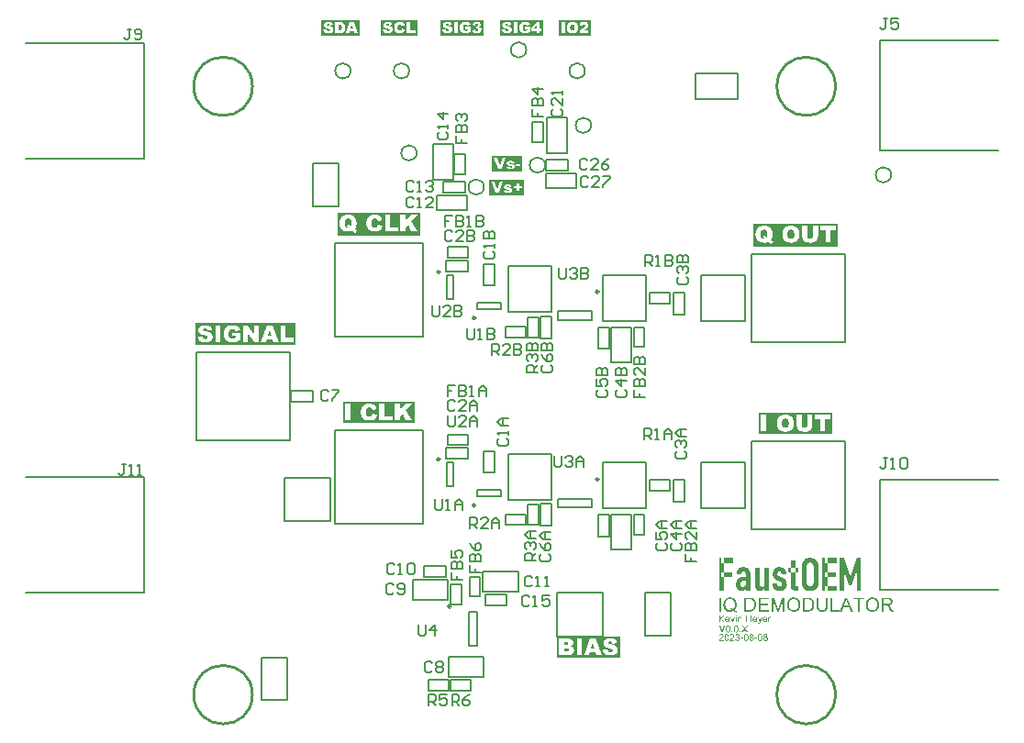
<source format=gto>
G04*
G04 #@! TF.GenerationSoftware,Altium Limited,Altium Designer,23.0.1 (38)*
G04*
G04 Layer_Color=65535*
%FSLAX43Y43*%
%MOMM*%
G71*
G04*
G04 #@! TF.SameCoordinates,2E0F9480-7CF3-4E61-B830-77F9E17AB5E5*
G04*
G04*
G04 #@! TF.FilePolarity,Positive*
G04*
G01*
G75*
%ADD10C,0.250*%
%ADD11C,0.254*%
%ADD12C,0.200*%
%ADD13C,0.152*%
%ADD14C,0.152*%
G36*
X94688Y22460D02*
X94610D01*
Y22550D01*
X94688D01*
Y22460D01*
D02*
G37*
G36*
X95041Y22384D02*
X95051Y22383D01*
X95063Y22381D01*
X95076Y22378D01*
X95090Y22374D01*
X95103Y22369D01*
X95104Y22368D01*
X95108Y22366D01*
X95115Y22363D01*
X95122Y22359D01*
X95131Y22353D01*
X95140Y22346D01*
X95148Y22338D01*
X95155Y22329D01*
X95156Y22328D01*
X95158Y22324D01*
X95161Y22320D01*
X95165Y22313D01*
X95169Y22304D01*
X95173Y22295D01*
X95177Y22284D01*
X95180Y22272D01*
Y22271D01*
X95181Y22267D01*
X95182Y22262D01*
X95183Y22254D01*
Y22243D01*
X95184Y22230D01*
X95185Y22214D01*
Y22195D01*
Y21910D01*
X95106D01*
Y22191D01*
Y22192D01*
Y22193D01*
Y22200D01*
Y22208D01*
X95105Y22218D01*
X95104Y22230D01*
X95103Y22242D01*
X95100Y22253D01*
X95097Y22263D01*
Y22264D01*
X95095Y22267D01*
X95092Y22272D01*
X95090Y22277D01*
X95085Y22283D01*
X95079Y22289D01*
X95072Y22296D01*
X95064Y22301D01*
X95063Y22302D01*
X95060Y22304D01*
X95054Y22306D01*
X95048Y22309D01*
X95041Y22311D01*
X95031Y22314D01*
X95020Y22315D01*
X95009Y22316D01*
X95005D01*
X95001Y22315D01*
X94992Y22314D01*
X94980Y22312D01*
X94967Y22308D01*
X94952Y22302D01*
X94937Y22295D01*
X94923Y22284D01*
X94921Y22282D01*
X94918Y22277D01*
X94915Y22274D01*
X94912Y22269D01*
X94908Y22263D01*
X94906Y22257D01*
X94902Y22250D01*
X94898Y22240D01*
X94895Y22230D01*
X94893Y22219D01*
X94891Y22207D01*
X94889Y22194D01*
X94887Y22178D01*
Y22163D01*
Y21910D01*
X94809D01*
Y22374D01*
X94879D01*
Y22308D01*
X94880Y22309D01*
X94882Y22311D01*
X94884Y22315D01*
X94888Y22320D01*
X94894Y22325D01*
X94900Y22332D01*
X94907Y22339D01*
X94917Y22347D01*
X94926Y22353D01*
X94937Y22360D01*
X94949Y22367D01*
X94962Y22372D01*
X94977Y22377D01*
X94992Y22381D01*
X95008Y22384D01*
X95026Y22385D01*
X95033D01*
X95041Y22384D01*
D02*
G37*
G36*
X97827D02*
X97837Y22382D01*
X97849Y22378D01*
X97862Y22373D01*
X97877Y22367D01*
X97893Y22359D01*
X97864Y22287D01*
X97863Y22287D01*
X97860Y22289D01*
X97854Y22292D01*
X97847Y22295D01*
X97838Y22298D01*
X97828Y22300D01*
X97818Y22302D01*
X97808Y22303D01*
X97803D01*
X97799Y22302D01*
X97792Y22301D01*
X97786Y22299D01*
X97777Y22297D01*
X97769Y22293D01*
X97762Y22287D01*
X97761Y22287D01*
X97758Y22285D01*
X97755Y22281D01*
X97751Y22276D01*
X97746Y22270D01*
X97741Y22262D01*
X97737Y22254D01*
X97733Y22244D01*
X97732Y22242D01*
X97731Y22237D01*
X97729Y22228D01*
X97726Y22217D01*
X97724Y22203D01*
X97722Y22188D01*
X97721Y22171D01*
X97720Y22152D01*
Y21910D01*
X97641D01*
Y22374D01*
X97713D01*
Y22304D01*
X97714Y22305D01*
X97717Y22311D01*
X97722Y22320D01*
X97729Y22330D01*
X97737Y22340D01*
X97745Y22351D01*
X97753Y22360D01*
X97762Y22368D01*
X97763Y22369D01*
X97765Y22371D01*
X97771Y22373D01*
X97776Y22376D01*
X97784Y22379D01*
X97793Y22382D01*
X97802Y22384D01*
X97812Y22385D01*
X97819D01*
X97827Y22384D01*
D02*
G37*
G36*
X96069Y21910D02*
X95984D01*
Y22212D01*
X95653D01*
Y21910D01*
X95568D01*
Y22550D01*
X95653D01*
Y22287D01*
X95984D01*
Y22550D01*
X96069D01*
Y21910D01*
D02*
G37*
G36*
X93324Y22290D02*
X93604Y21910D01*
X93492D01*
X93265Y22233D01*
X93160Y22132D01*
Y21910D01*
X93075D01*
Y22550D01*
X93160D01*
Y22232D01*
X93476Y22550D01*
X93592D01*
X93324Y22290D01*
D02*
G37*
G36*
X94363Y21910D02*
X94288D01*
X94113Y22374D01*
X94196D01*
X94296Y22096D01*
Y22095D01*
X94297Y22094D01*
X94298Y22091D01*
X94299Y22089D01*
X94302Y22079D01*
X94306Y22067D01*
X94310Y22054D01*
X94316Y22038D01*
X94320Y22020D01*
X94326Y22003D01*
X94327Y22005D01*
X94328Y22009D01*
X94331Y22017D01*
X94333Y22028D01*
X94338Y22040D01*
X94343Y22055D01*
X94349Y22072D01*
X94356Y22090D01*
X94458Y22374D01*
X94539D01*
X94363Y21910D01*
D02*
G37*
G36*
X96901Y21903D02*
Y21902D01*
X96900Y21899D01*
X96898Y21895D01*
X96896Y21891D01*
X96893Y21884D01*
X96891Y21877D01*
X96884Y21861D01*
X96878Y21844D01*
X96870Y21826D01*
X96863Y21810D01*
X96859Y21804D01*
X96856Y21797D01*
X96856Y21796D01*
X96853Y21791D01*
X96848Y21784D01*
X96843Y21776D01*
X96835Y21767D01*
X96827Y21758D01*
X96819Y21748D01*
X96808Y21741D01*
X96807Y21740D01*
X96804Y21738D01*
X96798Y21735D01*
X96790Y21732D01*
X96781Y21728D01*
X96770Y21725D01*
X96758Y21723D01*
X96744Y21723D01*
X96740D01*
X96735Y21723D01*
X96729D01*
X96721Y21725D01*
X96713Y21727D01*
X96704Y21729D01*
X96694Y21733D01*
X96685Y21806D01*
X96686D01*
X96690Y21805D01*
X96695Y21804D01*
X96700Y21802D01*
X96715Y21799D01*
X96730Y21798D01*
X96734D01*
X96739Y21799D01*
X96745D01*
X96758Y21802D01*
X96765Y21805D01*
X96771Y21808D01*
X96772D01*
X96774Y21809D01*
X96777Y21811D01*
X96781Y21814D01*
X96789Y21821D01*
X96796Y21832D01*
Y21833D01*
X96798Y21834D01*
X96800Y21838D01*
X96802Y21844D01*
X96806Y21851D01*
X96809Y21862D01*
X96815Y21875D01*
X96820Y21891D01*
Y21892D01*
X96822Y21895D01*
X96824Y21902D01*
X96828Y21910D01*
X96652Y22374D01*
X96735D01*
X96832Y22105D01*
Y22104D01*
X96833Y22103D01*
X96834Y22101D01*
X96835Y22096D01*
X96837Y22091D01*
X96839Y22086D01*
X96844Y22073D01*
X96849Y22057D01*
X96855Y22039D01*
X96860Y22019D01*
X96866Y21998D01*
Y21999D01*
X96867Y22001D01*
X96868Y22004D01*
X96868Y22007D01*
X96869Y22012D01*
X96871Y22017D01*
X96875Y22031D01*
X96880Y22047D01*
X96886Y22066D01*
X96892Y22084D01*
X96899Y22103D01*
X96999Y22374D01*
X97077D01*
X96901Y21903D01*
D02*
G37*
G36*
X94688Y21910D02*
X94610D01*
Y22374D01*
X94688D01*
Y21910D01*
D02*
G37*
G36*
X97350Y22384D02*
X97358Y22383D01*
X97367Y22381D01*
X97377Y22379D01*
X97389Y22376D01*
X97400Y22373D01*
X97413Y22369D01*
X97425Y22364D01*
X97438Y22358D01*
X97451Y22350D01*
X97464Y22342D01*
X97476Y22332D01*
X97487Y22321D01*
X97488Y22320D01*
X97490Y22318D01*
X97493Y22314D01*
X97496Y22309D01*
X97501Y22302D01*
X97505Y22295D01*
X97511Y22286D01*
X97517Y22274D01*
X97522Y22262D01*
X97528Y22250D01*
X97532Y22235D01*
X97537Y22219D01*
X97541Y22201D01*
X97543Y22183D01*
X97545Y22164D01*
X97546Y22142D01*
Y22141D01*
Y22138D01*
Y22131D01*
X97545Y22122D01*
X97199D01*
Y22121D01*
Y22118D01*
X97199Y22115D01*
Y22109D01*
X97200Y22103D01*
X97202Y22095D01*
X97205Y22078D01*
X97211Y22060D01*
X97218Y22040D01*
X97228Y22021D01*
X97241Y22005D01*
X97242D01*
X97243Y22003D01*
X97248Y21998D01*
X97257Y21992D01*
X97268Y21985D01*
X97283Y21978D01*
X97299Y21971D01*
X97318Y21967D01*
X97328Y21966D01*
X97339Y21965D01*
X97346D01*
X97355Y21966D01*
X97365Y21968D01*
X97376Y21970D01*
X97389Y21974D01*
X97401Y21980D01*
X97413Y21987D01*
X97414Y21988D01*
X97419Y21992D01*
X97424Y21997D01*
X97431Y22005D01*
X97438Y22015D01*
X97446Y22028D01*
X97455Y22042D01*
X97462Y22060D01*
X97543Y22050D01*
Y22049D01*
X97542Y22047D01*
X97542Y22043D01*
X97540Y22038D01*
X97537Y22032D01*
X97534Y22025D01*
X97527Y22009D01*
X97518Y21992D01*
X97505Y21973D01*
X97490Y21956D01*
X97471Y21939D01*
X97470D01*
X97469Y21937D01*
X97466Y21935D01*
X97462Y21932D01*
X97456Y21930D01*
X97451Y21927D01*
X97444Y21923D01*
X97435Y21919D01*
X97426Y21916D01*
X97417Y21912D01*
X97394Y21907D01*
X97368Y21902D01*
X97339Y21900D01*
X97329D01*
X97322Y21901D01*
X97314Y21902D01*
X97304Y21904D01*
X97293Y21906D01*
X97281Y21907D01*
X97255Y21915D01*
X97241Y21920D01*
X97228Y21926D01*
X97214Y21933D01*
X97201Y21942D01*
X97189Y21951D01*
X97177Y21962D01*
X97176Y21963D01*
X97174Y21965D01*
X97172Y21968D01*
X97168Y21974D01*
X97163Y21980D01*
X97159Y21988D01*
X97153Y21997D01*
X97148Y22007D01*
X97142Y22019D01*
X97137Y22032D01*
X97132Y22047D01*
X97127Y22063D01*
X97124Y22079D01*
X97121Y22098D01*
X97119Y22117D01*
X97118Y22138D01*
Y22139D01*
Y22143D01*
Y22149D01*
X97119Y22157D01*
X97120Y22167D01*
X97121Y22178D01*
X97123Y22191D01*
X97126Y22204D01*
X97133Y22234D01*
X97138Y22249D01*
X97143Y22264D01*
X97150Y22279D01*
X97159Y22293D01*
X97168Y22307D01*
X97178Y22320D01*
X97179Y22321D01*
X97181Y22323D01*
X97185Y22325D01*
X97189Y22330D01*
X97195Y22335D01*
X97202Y22340D01*
X97211Y22347D01*
X97221Y22352D01*
X97231Y22359D01*
X97243Y22364D01*
X97256Y22370D01*
X97270Y22374D01*
X97285Y22379D01*
X97300Y22382D01*
X97317Y22384D01*
X97334Y22385D01*
X97344D01*
X97350Y22384D01*
D02*
G37*
G36*
X96405D02*
X96413Y22383D01*
X96422Y22381D01*
X96432Y22379D01*
X96444Y22376D01*
X96455Y22373D01*
X96468Y22369D01*
X96480Y22364D01*
X96493Y22358D01*
X96506Y22350D01*
X96519Y22342D01*
X96531Y22332D01*
X96542Y22321D01*
X96543Y22320D01*
X96545Y22318D01*
X96548Y22314D01*
X96551Y22309D01*
X96556Y22302D01*
X96561Y22295D01*
X96566Y22286D01*
X96572Y22274D01*
X96577Y22262D01*
X96583Y22250D01*
X96587Y22235D01*
X96592Y22219D01*
X96596Y22201D01*
X96599Y22183D01*
X96600Y22164D01*
X96601Y22142D01*
Y22141D01*
Y22138D01*
Y22131D01*
X96600Y22122D01*
X96254D01*
Y22121D01*
Y22118D01*
X96255Y22115D01*
Y22109D01*
X96255Y22103D01*
X96257Y22095D01*
X96260Y22078D01*
X96266Y22060D01*
X96273Y22040D01*
X96283Y22021D01*
X96296Y22005D01*
X96297D01*
X96298Y22003D01*
X96304Y21998D01*
X96312Y21992D01*
X96323Y21985D01*
X96338Y21978D01*
X96354Y21971D01*
X96373Y21967D01*
X96383Y21966D01*
X96394Y21965D01*
X96402D01*
X96410Y21966D01*
X96420Y21968D01*
X96431Y21970D01*
X96444Y21974D01*
X96456Y21980D01*
X96468Y21987D01*
X96469Y21988D01*
X96474Y21992D01*
X96479Y21997D01*
X96486Y22005D01*
X96493Y22015D01*
X96501Y22028D01*
X96510Y22042D01*
X96517Y22060D01*
X96599Y22050D01*
Y22049D01*
X96598Y22047D01*
X96597Y22043D01*
X96595Y22038D01*
X96592Y22032D01*
X96589Y22025D01*
X96582Y22009D01*
X96573Y21992D01*
X96560Y21973D01*
X96545Y21956D01*
X96526Y21939D01*
X96525D01*
X96524Y21937D01*
X96521Y21935D01*
X96517Y21932D01*
X96512Y21930D01*
X96506Y21927D01*
X96499Y21923D01*
X96490Y21919D01*
X96481Y21916D01*
X96472Y21912D01*
X96449Y21907D01*
X96423Y21902D01*
X96394Y21900D01*
X96384D01*
X96378Y21901D01*
X96369Y21902D01*
X96359Y21904D01*
X96348Y21906D01*
X96336Y21907D01*
X96310Y21915D01*
X96296Y21920D01*
X96283Y21926D01*
X96269Y21933D01*
X96256Y21942D01*
X96244Y21951D01*
X96232Y21962D01*
X96231Y21963D01*
X96230Y21965D01*
X96227Y21968D01*
X96223Y21974D01*
X96218Y21980D01*
X96214Y21988D01*
X96208Y21997D01*
X96203Y22007D01*
X96197Y22019D01*
X96192Y22032D01*
X96187Y22047D01*
X96182Y22063D01*
X96179Y22079D01*
X96176Y22098D01*
X96174Y22117D01*
X96173Y22138D01*
Y22139D01*
Y22143D01*
Y22149D01*
X96174Y22157D01*
X96175Y22167D01*
X96176Y22178D01*
X96178Y22191D01*
X96181Y22204D01*
X96188Y22234D01*
X96193Y22249D01*
X96198Y22264D01*
X96206Y22279D01*
X96214Y22293D01*
X96223Y22307D01*
X96233Y22320D01*
X96234Y22321D01*
X96236Y22323D01*
X96240Y22325D01*
X96244Y22330D01*
X96250Y22335D01*
X96257Y22340D01*
X96266Y22347D01*
X96276Y22352D01*
X96286Y22359D01*
X96298Y22364D01*
X96311Y22370D01*
X96325Y22374D01*
X96340Y22379D01*
X96355Y22382D01*
X96372Y22384D01*
X96390Y22385D01*
X96399D01*
X96405Y22384D01*
D02*
G37*
G36*
X93870D02*
X93878Y22383D01*
X93887Y22381D01*
X93897Y22379D01*
X93909Y22376D01*
X93920Y22373D01*
X93933Y22369D01*
X93945Y22364D01*
X93958Y22358D01*
X93971Y22350D01*
X93984Y22342D01*
X93996Y22332D01*
X94007Y22321D01*
X94008Y22320D01*
X94010Y22318D01*
X94012Y22314D01*
X94016Y22309D01*
X94021Y22302D01*
X94025Y22295D01*
X94031Y22286D01*
X94037Y22274D01*
X94042Y22262D01*
X94048Y22250D01*
X94052Y22235D01*
X94057Y22219D01*
X94061Y22201D01*
X94063Y22183D01*
X94065Y22164D01*
X94066Y22142D01*
Y22141D01*
Y22138D01*
Y22131D01*
X94065Y22122D01*
X93718D01*
Y22121D01*
Y22118D01*
X93719Y22115D01*
Y22109D01*
X93720Y22103D01*
X93722Y22095D01*
X93725Y22078D01*
X93731Y22060D01*
X93738Y22040D01*
X93748Y22021D01*
X93761Y22005D01*
X93762D01*
X93763Y22003D01*
X93768Y21998D01*
X93777Y21992D01*
X93788Y21985D01*
X93803Y21978D01*
X93819Y21971D01*
X93838Y21967D01*
X93848Y21966D01*
X93859Y21965D01*
X93866D01*
X93875Y21966D01*
X93885Y21968D01*
X93896Y21970D01*
X93909Y21974D01*
X93921Y21980D01*
X93933Y21987D01*
X93934Y21988D01*
X93939Y21992D01*
X93944Y21997D01*
X93951Y22005D01*
X93958Y22015D01*
X93966Y22028D01*
X93975Y22042D01*
X93982Y22060D01*
X94063Y22050D01*
Y22049D01*
X94062Y22047D01*
X94062Y22043D01*
X94060Y22038D01*
X94057Y22032D01*
X94054Y22025D01*
X94047Y22009D01*
X94037Y21992D01*
X94025Y21973D01*
X94010Y21956D01*
X93991Y21939D01*
X93990D01*
X93988Y21937D01*
X93986Y21935D01*
X93982Y21932D01*
X93976Y21930D01*
X93971Y21927D01*
X93964Y21923D01*
X93955Y21919D01*
X93946Y21916D01*
X93937Y21912D01*
X93914Y21907D01*
X93888Y21902D01*
X93859Y21900D01*
X93849D01*
X93842Y21901D01*
X93834Y21902D01*
X93824Y21904D01*
X93813Y21906D01*
X93801Y21907D01*
X93775Y21915D01*
X93761Y21920D01*
X93748Y21926D01*
X93734Y21933D01*
X93721Y21942D01*
X93709Y21951D01*
X93697Y21962D01*
X93696Y21963D01*
X93694Y21965D01*
X93692Y21968D01*
X93688Y21974D01*
X93683Y21980D01*
X93679Y21988D01*
X93673Y21997D01*
X93668Y22007D01*
X93662Y22019D01*
X93657Y22032D01*
X93652Y22047D01*
X93647Y22063D01*
X93644Y22079D01*
X93641Y22098D01*
X93639Y22117D01*
X93638Y22138D01*
Y22139D01*
Y22143D01*
Y22149D01*
X93639Y22157D01*
X93640Y22167D01*
X93641Y22178D01*
X93643Y22191D01*
X93645Y22204D01*
X93653Y22234D01*
X93657Y22249D01*
X93663Y22264D01*
X93670Y22279D01*
X93679Y22293D01*
X93688Y22307D01*
X93698Y22320D01*
X93699Y22321D01*
X93701Y22323D01*
X93705Y22325D01*
X93709Y22330D01*
X93715Y22335D01*
X93722Y22340D01*
X93731Y22347D01*
X93741Y22352D01*
X93751Y22359D01*
X93763Y22364D01*
X93776Y22370D01*
X93790Y22374D01*
X93804Y22379D01*
X93820Y22382D01*
X93837Y22384D01*
X93854Y22385D01*
X93864D01*
X93870Y22384D01*
D02*
G37*
G36*
X95510Y21288D02*
X95750Y20952D01*
X95645D01*
X95483Y21179D01*
X95483Y21180D01*
X95481Y21183D01*
X95479Y21187D01*
X95475Y21191D01*
X95467Y21204D01*
X95458Y21218D01*
X95457Y21217D01*
X95454Y21214D01*
X95450Y21208D01*
X95446Y21201D01*
X95435Y21186D01*
X95431Y21179D01*
X95427Y21174D01*
X95265Y20952D01*
X95164D01*
X95410Y21283D01*
X95192Y21592D01*
X95293D01*
X95410Y21427D01*
Y21426D01*
X95411Y21425D01*
X95413Y21423D01*
X95416Y21419D01*
X95422Y21410D01*
X95430Y21399D01*
X95438Y21386D01*
X95447Y21373D01*
X95454Y21361D01*
X95460Y21350D01*
X95461Y21351D01*
X95464Y21355D01*
X95469Y21362D01*
X95475Y21372D01*
X95483Y21382D01*
X95492Y21395D01*
X95501Y21408D01*
X95512Y21422D01*
X95640Y21592D01*
X95732D01*
X95510Y21288D01*
D02*
G37*
G36*
X93411Y20952D02*
X93322D01*
X93074Y21592D01*
X93167D01*
X93333Y21127D01*
Y21126D01*
X93334Y21124D01*
X93335Y21121D01*
X93337Y21117D01*
X93338Y21112D01*
X93339Y21106D01*
X93344Y21093D01*
X93350Y21077D01*
X93355Y21059D01*
X93366Y21022D01*
Y21023D01*
X93367Y21025D01*
X93368Y21028D01*
X93369Y21031D01*
X93372Y21042D01*
X93376Y21056D01*
X93381Y21071D01*
X93387Y21089D01*
X93393Y21107D01*
X93400Y21127D01*
X93574Y21592D01*
X93660D01*
X93411Y20952D01*
D02*
G37*
G36*
X95082D02*
X94993D01*
Y21042D01*
X95082D01*
Y20952D01*
D02*
G37*
G36*
X94336D02*
X94246D01*
Y21042D01*
X94336D01*
Y20952D01*
D02*
G37*
G36*
X94678Y21594D02*
X94690Y21592D01*
X94704Y21589D01*
X94719Y21585D01*
X94735Y21581D01*
X94749Y21573D01*
X94750D01*
X94751Y21572D01*
X94756Y21570D01*
X94763Y21565D01*
X94772Y21559D01*
X94783Y21549D01*
X94794Y21539D01*
X94804Y21527D01*
X94814Y21513D01*
X94815Y21511D01*
X94819Y21507D01*
X94822Y21498D01*
X94829Y21486D01*
X94834Y21473D01*
X94842Y21457D01*
X94848Y21438D01*
X94854Y21418D01*
Y21417D01*
X94855Y21415D01*
X94856Y21412D01*
X94857Y21408D01*
X94858Y21402D01*
X94858Y21396D01*
X94860Y21387D01*
X94861Y21378D01*
X94863Y21368D01*
X94864Y21357D01*
X94865Y21344D01*
X94867Y21331D01*
X94868Y21316D01*
Y21301D01*
X94869Y21285D01*
Y21267D01*
Y21266D01*
Y21263D01*
Y21256D01*
Y21249D01*
X94868Y21239D01*
Y21228D01*
X94867Y21215D01*
X94866Y21203D01*
X94863Y21173D01*
X94858Y21142D01*
X94853Y21113D01*
X94849Y21099D01*
X94845Y21085D01*
Y21084D01*
X94844Y21082D01*
X94842Y21079D01*
X94840Y21074D01*
X94838Y21068D01*
X94834Y21061D01*
X94827Y21045D01*
X94818Y21029D01*
X94806Y21010D01*
X94792Y20994D01*
X94775Y20978D01*
X94774D01*
X94773Y20976D01*
X94771Y20974D01*
X94767Y20972D01*
X94762Y20970D01*
X94758Y20966D01*
X94744Y20959D01*
X94727Y20953D01*
X94708Y20946D01*
X94685Y20943D01*
X94660Y20941D01*
X94650D01*
X94644Y20942D01*
X94637Y20943D01*
X94627Y20945D01*
X94617Y20946D01*
X94606Y20949D01*
X94595Y20953D01*
X94583Y20957D01*
X94571Y20962D01*
X94559Y20969D01*
X94547Y20976D01*
X94535Y20985D01*
X94524Y20995D01*
X94514Y21007D01*
X94513Y21007D01*
X94511Y21010D01*
X94508Y21015D01*
X94503Y21022D01*
X94499Y21031D01*
X94494Y21042D01*
X94488Y21055D01*
X94482Y21069D01*
X94477Y21086D01*
X94471Y21105D01*
X94466Y21127D01*
X94461Y21151D01*
X94456Y21177D01*
X94454Y21204D01*
X94452Y21235D01*
X94451Y21267D01*
Y21268D01*
Y21272D01*
Y21278D01*
Y21286D01*
X94452Y21296D01*
Y21307D01*
X94453Y21319D01*
X94454Y21333D01*
X94456Y21362D01*
X94461Y21392D01*
X94466Y21423D01*
X94470Y21436D01*
X94474Y21450D01*
Y21451D01*
X94475Y21453D01*
X94477Y21457D01*
X94478Y21461D01*
X94480Y21468D01*
X94484Y21474D01*
X94491Y21490D01*
X94501Y21507D01*
X94513Y21524D01*
X94527Y21542D01*
X94543Y21557D01*
X94544D01*
X94545Y21559D01*
X94548Y21560D01*
X94552Y21562D01*
X94556Y21566D01*
X94562Y21569D01*
X94576Y21576D01*
X94592Y21583D01*
X94612Y21589D01*
X94635Y21593D01*
X94660Y21595D01*
X94668D01*
X94678Y21594D01*
D02*
G37*
G36*
X93932D02*
X93944Y21592D01*
X93958Y21589D01*
X93973Y21585D01*
X93988Y21581D01*
X94003Y21573D01*
X94004D01*
X94005Y21572D01*
X94010Y21570D01*
X94017Y21565D01*
X94026Y21559D01*
X94037Y21549D01*
X94048Y21539D01*
X94058Y21527D01*
X94068Y21513D01*
X94069Y21511D01*
X94073Y21507D01*
X94076Y21498D01*
X94083Y21486D01*
X94088Y21473D01*
X94096Y21457D01*
X94102Y21438D01*
X94108Y21418D01*
Y21417D01*
X94109Y21415D01*
X94110Y21412D01*
X94111Y21408D01*
X94111Y21402D01*
X94112Y21396D01*
X94114Y21387D01*
X94115Y21378D01*
X94117Y21368D01*
X94118Y21357D01*
X94119Y21344D01*
X94121Y21331D01*
X94122Y21316D01*
Y21301D01*
X94123Y21285D01*
Y21267D01*
Y21266D01*
Y21263D01*
Y21256D01*
Y21249D01*
X94122Y21239D01*
Y21228D01*
X94121Y21215D01*
X94120Y21203D01*
X94117Y21173D01*
X94112Y21142D01*
X94107Y21113D01*
X94103Y21099D01*
X94098Y21085D01*
Y21084D01*
X94098Y21082D01*
X94096Y21079D01*
X94094Y21074D01*
X94092Y21068D01*
X94088Y21061D01*
X94081Y21045D01*
X94072Y21029D01*
X94060Y21010D01*
X94046Y20994D01*
X94029Y20978D01*
X94028D01*
X94027Y20976D01*
X94025Y20974D01*
X94021Y20972D01*
X94016Y20970D01*
X94012Y20966D01*
X93998Y20959D01*
X93981Y20953D01*
X93962Y20946D01*
X93939Y20943D01*
X93914Y20941D01*
X93904D01*
X93898Y20942D01*
X93890Y20943D01*
X93881Y20945D01*
X93871Y20946D01*
X93860Y20949D01*
X93849Y20953D01*
X93837Y20957D01*
X93825Y20962D01*
X93813Y20969D01*
X93801Y20976D01*
X93789Y20985D01*
X93778Y20995D01*
X93768Y21007D01*
X93767Y21007D01*
X93765Y21010D01*
X93762Y21015D01*
X93757Y21022D01*
X93753Y21031D01*
X93748Y21042D01*
X93742Y21055D01*
X93736Y21069D01*
X93731Y21086D01*
X93725Y21105D01*
X93719Y21127D01*
X93715Y21151D01*
X93710Y21177D01*
X93707Y21204D01*
X93706Y21235D01*
X93705Y21267D01*
Y21268D01*
Y21272D01*
Y21278D01*
Y21286D01*
X93706Y21296D01*
Y21307D01*
X93706Y21319D01*
X93707Y21333D01*
X93710Y21362D01*
X93715Y21392D01*
X93720Y21423D01*
X93724Y21436D01*
X93728Y21450D01*
Y21451D01*
X93729Y21453D01*
X93731Y21457D01*
X93732Y21461D01*
X93734Y21468D01*
X93738Y21474D01*
X93745Y21490D01*
X93755Y21507D01*
X93767Y21524D01*
X93780Y21542D01*
X93797Y21557D01*
X93798D01*
X93799Y21559D01*
X93802Y21560D01*
X93805Y21562D01*
X93810Y21566D01*
X93816Y21569D01*
X93829Y21576D01*
X93846Y21583D01*
X93866Y21589D01*
X93889Y21593D01*
X93914Y21595D01*
X93922D01*
X93932Y21594D01*
D02*
G37*
G36*
X94799Y20812D02*
X94811Y20810D01*
X94826Y20807D01*
X94843Y20803D01*
X94859Y20797D01*
X94876Y20790D01*
X94877D01*
X94878Y20789D01*
X94883Y20786D01*
X94892Y20781D01*
X94901Y20774D01*
X94912Y20765D01*
X94923Y20755D01*
X94934Y20743D01*
X94944Y20729D01*
X94944Y20727D01*
X94947Y20722D01*
X94951Y20714D01*
X94956Y20704D01*
X94960Y20692D01*
X94964Y20678D01*
X94967Y20662D01*
X94968Y20647D01*
Y20645D01*
Y20639D01*
X94967Y20632D01*
X94965Y20622D01*
X94962Y20610D01*
X94957Y20597D01*
X94952Y20584D01*
X94944Y20571D01*
X94944Y20569D01*
X94941Y20565D01*
X94935Y20559D01*
X94928Y20551D01*
X94919Y20543D01*
X94907Y20534D01*
X94895Y20525D01*
X94879Y20517D01*
X94880D01*
X94882Y20516D01*
X94884Y20515D01*
X94888Y20514D01*
X94898Y20511D01*
X94911Y20505D01*
X94926Y20498D01*
X94941Y20488D01*
X94955Y20476D01*
X94968Y20463D01*
X94968Y20461D01*
X94972Y20455D01*
X94978Y20446D01*
X94983Y20434D01*
X94989Y20419D01*
X94994Y20402D01*
X94998Y20381D01*
X94999Y20359D01*
Y20358D01*
Y20355D01*
Y20351D01*
X94998Y20345D01*
X94997Y20338D01*
X94995Y20329D01*
X94993Y20320D01*
X94992Y20310D01*
X94984Y20288D01*
X94979Y20276D01*
X94973Y20265D01*
X94966Y20253D01*
X94957Y20241D01*
X94948Y20229D01*
X94937Y20218D01*
X94936Y20217D01*
X94934Y20215D01*
X94931Y20212D01*
X94926Y20208D01*
X94920Y20204D01*
X94913Y20199D01*
X94905Y20193D01*
X94895Y20189D01*
X94884Y20183D01*
X94872Y20178D01*
X94860Y20173D01*
X94846Y20169D01*
X94832Y20165D01*
X94816Y20162D01*
X94800Y20160D01*
X94783Y20159D01*
X94774D01*
X94769Y20160D01*
X94761Y20161D01*
X94753Y20162D01*
X94744Y20164D01*
X94734Y20166D01*
X94711Y20171D01*
X94688Y20181D01*
X94676Y20186D01*
X94665Y20193D01*
X94654Y20201D01*
X94643Y20209D01*
X94642Y20210D01*
X94640Y20212D01*
X94638Y20215D01*
X94635Y20218D01*
X94630Y20223D01*
X94625Y20230D01*
X94620Y20236D01*
X94614Y20244D01*
X94609Y20254D01*
X94603Y20263D01*
X94593Y20285D01*
X94585Y20311D01*
X94582Y20325D01*
X94580Y20340D01*
X94659Y20350D01*
Y20349D01*
X94660Y20347D01*
X94661Y20343D01*
X94662Y20339D01*
X94662Y20333D01*
X94664Y20327D01*
X94669Y20313D01*
X94675Y20296D01*
X94684Y20280D01*
X94693Y20266D01*
X94704Y20253D01*
X94706Y20252D01*
X94710Y20248D01*
X94717Y20243D01*
X94726Y20239D01*
X94737Y20233D01*
X94751Y20229D01*
X94767Y20225D01*
X94784Y20224D01*
X94789D01*
X94793Y20225D01*
X94803Y20226D01*
X94816Y20229D01*
X94831Y20233D01*
X94846Y20240D01*
X94862Y20249D01*
X94877Y20262D01*
X94879Y20264D01*
X94883Y20269D01*
X94889Y20278D01*
X94896Y20289D01*
X94904Y20303D01*
X94909Y20318D01*
X94914Y20337D01*
X94916Y20357D01*
Y20358D01*
Y20360D01*
Y20363D01*
X94915Y20366D01*
X94914Y20377D01*
X94911Y20389D01*
X94907Y20403D01*
X94901Y20418D01*
X94892Y20433D01*
X94880Y20447D01*
X94878Y20449D01*
X94873Y20452D01*
X94866Y20458D01*
X94856Y20464D01*
X94843Y20471D01*
X94827Y20476D01*
X94809Y20480D01*
X94790Y20482D01*
X94782D01*
X94775Y20481D01*
X94767Y20480D01*
X94758Y20478D01*
X94747Y20476D01*
X94735Y20474D01*
X94744Y20543D01*
X94748D01*
X94752Y20542D01*
X94764D01*
X94774Y20544D01*
X94786Y20546D01*
X94800Y20549D01*
X94816Y20553D01*
X94831Y20560D01*
X94846Y20568D01*
X94847D01*
X94848Y20569D01*
X94853Y20573D01*
X94859Y20579D01*
X94867Y20587D01*
X94874Y20599D01*
X94881Y20613D01*
X94885Y20629D01*
X94887Y20638D01*
Y20648D01*
Y20649D01*
Y20650D01*
Y20656D01*
X94885Y20663D01*
X94883Y20673D01*
X94880Y20684D01*
X94875Y20696D01*
X94868Y20708D01*
X94858Y20720D01*
X94857Y20720D01*
X94852Y20724D01*
X94846Y20729D01*
X94837Y20734D01*
X94826Y20739D01*
X94813Y20744D01*
X94798Y20747D01*
X94782Y20748D01*
X94774D01*
X94766Y20746D01*
X94755Y20745D01*
X94743Y20741D01*
X94731Y20736D01*
X94718Y20729D01*
X94706Y20720D01*
X94705Y20719D01*
X94701Y20714D01*
X94696Y20708D01*
X94689Y20698D01*
X94683Y20686D01*
X94676Y20671D01*
X94671Y20654D01*
X94667Y20634D01*
X94589Y20647D01*
Y20648D01*
X94589Y20651D01*
X94590Y20655D01*
X94591Y20660D01*
X94593Y20667D01*
X94596Y20674D01*
X94601Y20692D01*
X94611Y20712D01*
X94622Y20733D01*
X94636Y20752D01*
X94653Y20769D01*
X94654Y20770D01*
X94656Y20771D01*
X94659Y20773D01*
X94662Y20776D01*
X94667Y20780D01*
X94674Y20783D01*
X94680Y20787D01*
X94688Y20792D01*
X94707Y20799D01*
X94728Y20806D01*
X94753Y20811D01*
X94766Y20813D01*
X94789D01*
X94799Y20812D01*
D02*
G37*
G36*
X96603Y20363D02*
X96360D01*
Y20441D01*
X96603D01*
Y20363D01*
D02*
G37*
G36*
X95311D02*
X95067D01*
Y20441D01*
X95311D01*
Y20363D01*
D02*
G37*
G36*
X94309Y20812D02*
X94317Y20811D01*
X94326Y20810D01*
X94336Y20808D01*
X94346Y20806D01*
X94370Y20800D01*
X94394Y20791D01*
X94406Y20785D01*
X94418Y20779D01*
X94429Y20770D01*
X94440Y20761D01*
X94441Y20760D01*
X94442Y20759D01*
X94444Y20756D01*
X94448Y20752D01*
X94453Y20747D01*
X94457Y20741D01*
X94462Y20734D01*
X94467Y20726D01*
X94477Y20708D01*
X94486Y20686D01*
X94490Y20675D01*
X94491Y20662D01*
X94493Y20649D01*
X94494Y20635D01*
Y20634D01*
Y20629D01*
X94493Y20622D01*
X94492Y20611D01*
X94491Y20600D01*
X94487Y20587D01*
X94483Y20573D01*
X94478Y20560D01*
X94477Y20558D01*
X94475Y20553D01*
X94471Y20546D01*
X94466Y20536D01*
X94458Y20524D01*
X94449Y20511D01*
X94438Y20497D01*
X94425Y20481D01*
X94423Y20479D01*
X94418Y20474D01*
X94414Y20469D01*
X94409Y20464D01*
X94404Y20459D01*
X94396Y20451D01*
X94389Y20444D01*
X94380Y20436D01*
X94370Y20426D01*
X94359Y20416D01*
X94347Y20406D01*
X94334Y20394D01*
X94319Y20382D01*
X94305Y20369D01*
X94304Y20368D01*
X94302Y20366D01*
X94298Y20364D01*
X94294Y20360D01*
X94288Y20354D01*
X94282Y20349D01*
X94267Y20337D01*
X94251Y20323D01*
X94236Y20309D01*
X94223Y20297D01*
X94218Y20292D01*
X94213Y20288D01*
X94212Y20287D01*
X94209Y20284D01*
X94206Y20280D01*
X94201Y20275D01*
X94196Y20268D01*
X94191Y20262D01*
X94180Y20246D01*
X94495D01*
Y20170D01*
X94071D01*
Y20171D01*
Y20175D01*
Y20181D01*
X94072Y20188D01*
X94073Y20196D01*
X94074Y20205D01*
X94076Y20215D01*
X94080Y20225D01*
Y20226D01*
X94081Y20227D01*
X94083Y20232D01*
X94086Y20241D01*
X94092Y20252D01*
X94099Y20265D01*
X94109Y20279D01*
X94119Y20294D01*
X94132Y20310D01*
Y20311D01*
X94134Y20312D01*
X94138Y20317D01*
X94147Y20326D01*
X94159Y20338D01*
X94172Y20352D01*
X94190Y20368D01*
X94211Y20387D01*
X94234Y20406D01*
X94235Y20407D01*
X94239Y20410D01*
X94245Y20414D01*
X94251Y20420D01*
X94259Y20427D01*
X94270Y20436D01*
X94280Y20445D01*
X94292Y20455D01*
X94315Y20477D01*
X94338Y20500D01*
X94349Y20511D01*
X94359Y20522D01*
X94368Y20532D01*
X94376Y20542D01*
Y20543D01*
X94378Y20544D01*
X94380Y20547D01*
X94381Y20550D01*
X94388Y20561D01*
X94395Y20573D01*
X94402Y20587D01*
X94408Y20603D01*
X94412Y20621D01*
X94414Y20637D01*
Y20638D01*
Y20639D01*
X94413Y20645D01*
X94412Y20654D01*
X94409Y20664D01*
X94405Y20677D01*
X94399Y20690D01*
X94391Y20703D01*
X94380Y20716D01*
X94378Y20718D01*
X94373Y20721D01*
X94367Y20726D01*
X94356Y20733D01*
X94343Y20738D01*
X94329Y20744D01*
X94311Y20747D01*
X94292Y20748D01*
X94286D01*
X94282Y20747D01*
X94271Y20746D01*
X94258Y20744D01*
X94245Y20740D01*
X94229Y20733D01*
X94214Y20725D01*
X94200Y20714D01*
X94198Y20712D01*
X94195Y20708D01*
X94189Y20700D01*
X94184Y20689D01*
X94177Y20676D01*
X94172Y20659D01*
X94168Y20641D01*
X94166Y20620D01*
X94086Y20628D01*
Y20629D01*
X94086Y20632D01*
Y20636D01*
X94087Y20643D01*
X94089Y20650D01*
X94091Y20659D01*
X94094Y20669D01*
X94097Y20679D01*
X94104Y20701D01*
X94115Y20723D01*
X94122Y20734D01*
X94130Y20745D01*
X94138Y20756D01*
X94147Y20765D01*
X94148Y20766D01*
X94150Y20767D01*
X94153Y20769D01*
X94158Y20772D01*
X94163Y20776D01*
X94170Y20780D01*
X94177Y20784D01*
X94186Y20789D01*
X94196Y20794D01*
X94208Y20798D01*
X94220Y20802D01*
X94233Y20806D01*
X94246Y20808D01*
X94261Y20811D01*
X94277Y20812D01*
X94294Y20813D01*
X94303D01*
X94309Y20812D01*
D02*
G37*
G36*
X93314D02*
X93322Y20811D01*
X93331Y20810D01*
X93341Y20808D01*
X93351Y20806D01*
X93375Y20800D01*
X93400Y20791D01*
X93412Y20785D01*
X93424Y20779D01*
X93435Y20770D01*
X93445Y20761D01*
X93446Y20760D01*
X93448Y20759D01*
X93449Y20756D01*
X93453Y20752D01*
X93458Y20747D01*
X93462Y20741D01*
X93467Y20734D01*
X93473Y20726D01*
X93482Y20708D01*
X93491Y20686D01*
X93495Y20675D01*
X93497Y20662D01*
X93498Y20649D01*
X93499Y20635D01*
Y20634D01*
Y20629D01*
X93498Y20622D01*
X93498Y20611D01*
X93496Y20600D01*
X93492Y20587D01*
X93488Y20573D01*
X93483Y20560D01*
X93482Y20558D01*
X93480Y20553D01*
X93476Y20546D01*
X93471Y20536D01*
X93463Y20524D01*
X93454Y20511D01*
X93443Y20497D01*
X93430Y20481D01*
X93428Y20479D01*
X93424Y20474D01*
X93419Y20469D01*
X93414Y20464D01*
X93409Y20459D01*
X93401Y20451D01*
X93394Y20444D01*
X93385Y20436D01*
X93375Y20426D01*
X93364Y20416D01*
X93352Y20406D01*
X93339Y20394D01*
X93325Y20382D01*
X93310Y20369D01*
X93309Y20368D01*
X93307Y20366D01*
X93303Y20364D01*
X93299Y20360D01*
X93293Y20354D01*
X93287Y20349D01*
X93272Y20337D01*
X93256Y20323D01*
X93241Y20309D01*
X93228Y20297D01*
X93223Y20292D01*
X93218Y20288D01*
X93217Y20287D01*
X93215Y20284D01*
X93211Y20280D01*
X93206Y20275D01*
X93202Y20268D01*
X93196Y20262D01*
X93185Y20246D01*
X93500D01*
Y20170D01*
X93076D01*
Y20171D01*
Y20175D01*
Y20181D01*
X93077Y20188D01*
X93078Y20196D01*
X93080Y20205D01*
X93081Y20215D01*
X93085Y20225D01*
Y20226D01*
X93086Y20227D01*
X93088Y20232D01*
X93092Y20241D01*
X93097Y20252D01*
X93105Y20265D01*
X93114Y20279D01*
X93124Y20294D01*
X93137Y20310D01*
Y20311D01*
X93139Y20312D01*
X93143Y20317D01*
X93152Y20326D01*
X93164Y20338D01*
X93178Y20352D01*
X93195Y20368D01*
X93216Y20387D01*
X93240Y20406D01*
X93241Y20407D01*
X93244Y20410D01*
X93250Y20414D01*
X93256Y20420D01*
X93265Y20427D01*
X93275Y20436D01*
X93285Y20445D01*
X93297Y20455D01*
X93320Y20477D01*
X93343Y20500D01*
X93354Y20511D01*
X93364Y20522D01*
X93374Y20532D01*
X93381Y20542D01*
Y20543D01*
X93383Y20544D01*
X93385Y20547D01*
X93387Y20550D01*
X93393Y20561D01*
X93400Y20573D01*
X93407Y20587D01*
X93413Y20603D01*
X93417Y20621D01*
X93419Y20637D01*
Y20638D01*
Y20639D01*
X93418Y20645D01*
X93417Y20654D01*
X93414Y20664D01*
X93411Y20677D01*
X93404Y20690D01*
X93396Y20703D01*
X93385Y20716D01*
X93383Y20718D01*
X93378Y20721D01*
X93372Y20726D01*
X93362Y20733D01*
X93349Y20738D01*
X93334Y20744D01*
X93316Y20747D01*
X93297Y20748D01*
X93291D01*
X93288Y20747D01*
X93277Y20746D01*
X93264Y20744D01*
X93250Y20740D01*
X93234Y20733D01*
X93219Y20725D01*
X93205Y20714D01*
X93204Y20712D01*
X93200Y20708D01*
X93194Y20700D01*
X93189Y20689D01*
X93182Y20676D01*
X93177Y20659D01*
X93173Y20641D01*
X93171Y20620D01*
X93091Y20628D01*
Y20629D01*
X93092Y20632D01*
Y20636D01*
X93093Y20643D01*
X93094Y20650D01*
X93096Y20659D01*
X93099Y20669D01*
X93102Y20679D01*
X93109Y20701D01*
X93120Y20723D01*
X93127Y20734D01*
X93135Y20745D01*
X93143Y20756D01*
X93153Y20765D01*
X93154Y20766D01*
X93155Y20767D01*
X93158Y20769D01*
X93163Y20772D01*
X93168Y20776D01*
X93175Y20780D01*
X93182Y20784D01*
X93191Y20789D01*
X93202Y20794D01*
X93213Y20798D01*
X93225Y20802D01*
X93238Y20806D01*
X93252Y20808D01*
X93266Y20811D01*
X93282Y20812D01*
X93299Y20813D01*
X93308D01*
X93314Y20812D01*
D02*
G37*
G36*
X97386D02*
X97394Y20811D01*
X97402Y20810D01*
X97411Y20809D01*
X97420Y20806D01*
X97443Y20801D01*
X97465Y20793D01*
X97476Y20787D01*
X97487Y20781D01*
X97497Y20772D01*
X97507Y20764D01*
X97508Y20763D01*
X97509Y20762D01*
X97512Y20759D01*
X97516Y20756D01*
X97519Y20750D01*
X97524Y20745D01*
X97533Y20731D01*
X97542Y20713D01*
X97551Y20693D01*
X97557Y20670D01*
X97558Y20658D01*
X97559Y20645D01*
Y20644D01*
Y20643D01*
Y20637D01*
X97558Y20629D01*
X97556Y20619D01*
X97554Y20606D01*
X97549Y20593D01*
X97543Y20580D01*
X97535Y20567D01*
X97534Y20565D01*
X97530Y20561D01*
X97525Y20556D01*
X97518Y20549D01*
X97507Y20540D01*
X97495Y20532D01*
X97481Y20524D01*
X97465Y20516D01*
X97466D01*
X97468Y20515D01*
X97470Y20514D01*
X97474Y20512D01*
X97485Y20508D01*
X97498Y20501D01*
X97512Y20492D01*
X97527Y20482D01*
X97541Y20469D01*
X97554Y20454D01*
Y20453D01*
X97554Y20452D01*
X97558Y20447D01*
X97564Y20438D01*
X97569Y20426D01*
X97575Y20411D01*
X97580Y20393D01*
X97584Y20374D01*
X97585Y20353D01*
Y20352D01*
Y20349D01*
Y20344D01*
X97584Y20339D01*
X97583Y20332D01*
X97582Y20324D01*
X97580Y20315D01*
X97578Y20304D01*
X97571Y20283D01*
X97567Y20271D01*
X97560Y20260D01*
X97554Y20248D01*
X97546Y20237D01*
X97537Y20226D01*
X97527Y20215D01*
X97526Y20214D01*
X97524Y20212D01*
X97521Y20209D01*
X97517Y20206D01*
X97510Y20202D01*
X97504Y20197D01*
X97495Y20193D01*
X97486Y20187D01*
X97476Y20181D01*
X97464Y20177D01*
X97451Y20172D01*
X97438Y20168D01*
X97423Y20165D01*
X97407Y20162D01*
X97392Y20160D01*
X97374Y20159D01*
X97365D01*
X97358Y20160D01*
X97350Y20161D01*
X97341Y20162D01*
X97331Y20164D01*
X97320Y20167D01*
X97295Y20173D01*
X97282Y20178D01*
X97270Y20182D01*
X97257Y20189D01*
X97244Y20196D01*
X97232Y20205D01*
X97221Y20215D01*
X97220Y20216D01*
X97218Y20218D01*
X97215Y20220D01*
X97211Y20225D01*
X97208Y20230D01*
X97202Y20237D01*
X97198Y20244D01*
X97192Y20254D01*
X97187Y20263D01*
X97182Y20274D01*
X97173Y20297D01*
X97169Y20311D01*
X97166Y20325D01*
X97164Y20340D01*
X97163Y20354D01*
Y20355D01*
Y20357D01*
Y20361D01*
X97164Y20365D01*
Y20370D01*
X97165Y20377D01*
X97167Y20391D01*
X97171Y20408D01*
X97176Y20425D01*
X97185Y20442D01*
X97195Y20459D01*
Y20460D01*
X97197Y20461D01*
X97200Y20465D01*
X97208Y20473D01*
X97218Y20482D01*
X97231Y20491D01*
X97247Y20501D01*
X97264Y20510D01*
X97285Y20516D01*
X97285D01*
X97284Y20517D01*
X97281Y20518D01*
X97277Y20520D01*
X97269Y20524D01*
X97258Y20529D01*
X97246Y20536D01*
X97234Y20546D01*
X97223Y20556D01*
X97212Y20567D01*
X97211Y20569D01*
X97209Y20573D01*
X97205Y20580D01*
X97201Y20589D01*
X97197Y20601D01*
X97193Y20615D01*
X97190Y20631D01*
X97189Y20647D01*
Y20648D01*
Y20650D01*
Y20654D01*
X97190Y20659D01*
X97191Y20665D01*
X97192Y20672D01*
X97196Y20688D01*
X97201Y20707D01*
X97211Y20726D01*
X97216Y20736D01*
X97223Y20746D01*
X97231Y20756D01*
X97239Y20765D01*
X97240Y20766D01*
X97242Y20767D01*
X97245Y20769D01*
X97248Y20772D01*
X97253Y20776D01*
X97260Y20780D01*
X97267Y20784D01*
X97274Y20789D01*
X97284Y20794D01*
X97294Y20798D01*
X97305Y20802D01*
X97317Y20806D01*
X97343Y20811D01*
X97358Y20812D01*
X97372Y20813D01*
X97381D01*
X97386Y20812D01*
D02*
G37*
G36*
X96894D02*
X96906Y20810D01*
X96920Y20807D01*
X96935Y20804D01*
X96951Y20799D01*
X96966Y20792D01*
X96966D01*
X96967Y20791D01*
X96972Y20788D01*
X96979Y20783D01*
X96989Y20777D01*
X96999Y20768D01*
X97010Y20757D01*
X97020Y20745D01*
X97030Y20732D01*
X97031Y20730D01*
X97035Y20725D01*
X97039Y20717D01*
X97045Y20705D01*
X97051Y20691D01*
X97058Y20675D01*
X97064Y20657D01*
X97070Y20636D01*
Y20635D01*
X97071Y20634D01*
X97072Y20631D01*
X97073Y20626D01*
X97074Y20621D01*
X97075Y20614D01*
X97076Y20606D01*
X97077Y20597D01*
X97079Y20586D01*
X97080Y20575D01*
X97081Y20562D01*
X97083Y20549D01*
X97084Y20535D01*
Y20520D01*
X97085Y20503D01*
Y20486D01*
Y20485D01*
Y20481D01*
Y20475D01*
Y20467D01*
X97084Y20457D01*
Y20446D01*
X97083Y20434D01*
X97082Y20421D01*
X97079Y20391D01*
X97075Y20361D01*
X97069Y20331D01*
X97065Y20317D01*
X97061Y20303D01*
Y20303D01*
X97060Y20301D01*
X97058Y20297D01*
X97056Y20292D01*
X97054Y20286D01*
X97051Y20279D01*
X97043Y20264D01*
X97034Y20247D01*
X97022Y20229D01*
X97008Y20212D01*
X96991Y20196D01*
X96991D01*
X96990Y20194D01*
X96987Y20193D01*
X96983Y20191D01*
X96978Y20188D01*
X96974Y20184D01*
X96960Y20178D01*
X96943Y20171D01*
X96924Y20165D01*
X96901Y20161D01*
X96876Y20159D01*
X96867D01*
X96860Y20160D01*
X96853Y20161D01*
X96844Y20163D01*
X96833Y20165D01*
X96822Y20168D01*
X96811Y20171D01*
X96799Y20175D01*
X96787Y20181D01*
X96775Y20187D01*
X96763Y20194D01*
X96751Y20204D01*
X96740Y20214D01*
X96730Y20225D01*
X96729Y20226D01*
X96727Y20229D01*
X96724Y20233D01*
X96720Y20241D01*
X96715Y20249D01*
X96710Y20260D01*
X96704Y20273D01*
X96698Y20288D01*
X96693Y20304D01*
X96687Y20324D01*
X96682Y20345D01*
X96677Y20369D01*
X96672Y20395D01*
X96670Y20423D01*
X96668Y20453D01*
X96667Y20486D01*
Y20487D01*
Y20490D01*
Y20497D01*
Y20504D01*
X96668Y20514D01*
Y20525D01*
X96669Y20537D01*
X96670Y20551D01*
X96672Y20580D01*
X96677Y20610D01*
X96683Y20641D01*
X96686Y20655D01*
X96690Y20669D01*
Y20670D01*
X96691Y20671D01*
X96693Y20675D01*
X96695Y20680D01*
X96697Y20686D01*
X96700Y20693D01*
X96708Y20708D01*
X96717Y20725D01*
X96729Y20743D01*
X96743Y20760D01*
X96759Y20775D01*
X96760D01*
X96761Y20777D01*
X96764Y20779D01*
X96768Y20781D01*
X96772Y20784D01*
X96778Y20787D01*
X96792Y20794D01*
X96808Y20801D01*
X96828Y20807D01*
X96851Y20811D01*
X96876Y20813D01*
X96884D01*
X96894Y20812D01*
D02*
G37*
G36*
X96094D02*
X96101Y20811D01*
X96109Y20810D01*
X96119Y20809D01*
X96128Y20806D01*
X96150Y20801D01*
X96172Y20793D01*
X96183Y20787D01*
X96194Y20781D01*
X96205Y20772D01*
X96215Y20764D01*
X96216Y20763D01*
X96217Y20762D01*
X96219Y20759D01*
X96223Y20756D01*
X96227Y20750D01*
X96231Y20745D01*
X96241Y20731D01*
X96250Y20713D01*
X96258Y20693D01*
X96265Y20670D01*
X96266Y20658D01*
X96267Y20645D01*
Y20644D01*
Y20643D01*
Y20637D01*
X96266Y20629D01*
X96264Y20619D01*
X96261Y20606D01*
X96256Y20593D01*
X96251Y20580D01*
X96243Y20567D01*
X96242Y20565D01*
X96238Y20561D01*
X96232Y20556D01*
X96225Y20549D01*
X96215Y20540D01*
X96203Y20532D01*
X96189Y20524D01*
X96172Y20516D01*
X96173D01*
X96175Y20515D01*
X96178Y20514D01*
X96182Y20512D01*
X96193Y20508D01*
X96206Y20501D01*
X96219Y20492D01*
X96234Y20482D01*
X96248Y20469D01*
X96261Y20454D01*
Y20453D01*
X96262Y20452D01*
X96266Y20447D01*
X96271Y20438D01*
X96277Y20426D01*
X96282Y20411D01*
X96288Y20393D01*
X96292Y20374D01*
X96292Y20353D01*
Y20352D01*
Y20349D01*
Y20344D01*
X96292Y20339D01*
X96291Y20332D01*
X96290Y20324D01*
X96288Y20315D01*
X96285Y20304D01*
X96279Y20283D01*
X96274Y20271D01*
X96268Y20260D01*
X96261Y20248D01*
X96254Y20237D01*
X96244Y20226D01*
X96234Y20215D01*
X96233Y20214D01*
X96231Y20212D01*
X96229Y20209D01*
X96224Y20206D01*
X96218Y20202D01*
X96211Y20197D01*
X96203Y20193D01*
X96194Y20187D01*
X96183Y20181D01*
X96171Y20177D01*
X96158Y20172D01*
X96145Y20168D01*
X96131Y20165D01*
X96115Y20162D01*
X96099Y20160D01*
X96082Y20159D01*
X96072D01*
X96066Y20160D01*
X96058Y20161D01*
X96048Y20162D01*
X96038Y20164D01*
X96027Y20167D01*
X96002Y20173D01*
X95989Y20178D01*
X95977Y20182D01*
X95964Y20189D01*
X95951Y20196D01*
X95939Y20205D01*
X95928Y20215D01*
X95927Y20216D01*
X95925Y20218D01*
X95923Y20220D01*
X95919Y20225D01*
X95915Y20230D01*
X95910Y20237D01*
X95905Y20244D01*
X95900Y20254D01*
X95894Y20263D01*
X95889Y20274D01*
X95880Y20297D01*
X95876Y20311D01*
X95874Y20325D01*
X95872Y20340D01*
X95871Y20354D01*
Y20355D01*
Y20357D01*
Y20361D01*
X95872Y20365D01*
Y20370D01*
X95873Y20377D01*
X95875Y20391D01*
X95878Y20408D01*
X95884Y20425D01*
X95892Y20442D01*
X95902Y20459D01*
Y20460D01*
X95904Y20461D01*
X95908Y20465D01*
X95915Y20473D01*
X95925Y20482D01*
X95938Y20491D01*
X95954Y20501D01*
X95972Y20510D01*
X95993Y20516D01*
X95992D01*
X95991Y20517D01*
X95988Y20518D01*
X95985Y20520D01*
X95976Y20524D01*
X95965Y20529D01*
X95953Y20536D01*
X95941Y20546D01*
X95930Y20556D01*
X95920Y20567D01*
X95919Y20569D01*
X95916Y20573D01*
X95912Y20580D01*
X95909Y20589D01*
X95904Y20601D01*
X95900Y20615D01*
X95898Y20631D01*
X95897Y20647D01*
Y20648D01*
Y20650D01*
Y20654D01*
X95898Y20659D01*
X95899Y20665D01*
X95900Y20672D01*
X95903Y20688D01*
X95909Y20707D01*
X95918Y20726D01*
X95924Y20736D01*
X95930Y20746D01*
X95938Y20756D01*
X95947Y20765D01*
X95948Y20766D01*
X95949Y20767D01*
X95952Y20769D01*
X95956Y20772D01*
X95961Y20776D01*
X95967Y20780D01*
X95974Y20784D01*
X95982Y20789D01*
X95991Y20794D01*
X96001Y20798D01*
X96012Y20802D01*
X96024Y20806D01*
X96050Y20811D01*
X96065Y20812D01*
X96080Y20813D01*
X96088D01*
X96094Y20812D01*
D02*
G37*
G36*
X95602D02*
X95614Y20810D01*
X95628Y20807D01*
X95643Y20804D01*
X95658Y20799D01*
X95673Y20792D01*
X95674D01*
X95675Y20791D01*
X95679Y20788D01*
X95687Y20783D01*
X95696Y20777D01*
X95706Y20768D01*
X95717Y20757D01*
X95728Y20745D01*
X95738Y20732D01*
X95739Y20730D01*
X95742Y20725D01*
X95746Y20717D01*
X95753Y20705D01*
X95758Y20691D01*
X95765Y20675D01*
X95772Y20657D01*
X95777Y20636D01*
Y20635D01*
X95778Y20634D01*
X95779Y20631D01*
X95780Y20626D01*
X95781Y20621D01*
X95782Y20614D01*
X95784Y20606D01*
X95785Y20597D01*
X95787Y20586D01*
X95788Y20575D01*
X95789Y20562D01*
X95790Y20549D01*
X95791Y20535D01*
Y20520D01*
X95792Y20503D01*
Y20486D01*
Y20485D01*
Y20481D01*
Y20475D01*
Y20467D01*
X95791Y20457D01*
Y20446D01*
X95790Y20434D01*
X95790Y20421D01*
X95787Y20391D01*
X95782Y20361D01*
X95777Y20331D01*
X95773Y20317D01*
X95768Y20303D01*
Y20303D01*
X95767Y20301D01*
X95765Y20297D01*
X95764Y20292D01*
X95762Y20286D01*
X95758Y20279D01*
X95751Y20264D01*
X95741Y20247D01*
X95729Y20229D01*
X95716Y20212D01*
X95699Y20196D01*
X95698D01*
X95697Y20194D01*
X95694Y20193D01*
X95691Y20191D01*
X95686Y20188D01*
X95681Y20184D01*
X95667Y20178D01*
X95651Y20171D01*
X95631Y20165D01*
X95608Y20161D01*
X95583Y20159D01*
X95574D01*
X95568Y20160D01*
X95560Y20161D01*
X95551Y20163D01*
X95541Y20165D01*
X95530Y20168D01*
X95519Y20171D01*
X95507Y20175D01*
X95495Y20181D01*
X95483Y20187D01*
X95471Y20194D01*
X95459Y20204D01*
X95447Y20214D01*
X95437Y20225D01*
X95436Y20226D01*
X95434Y20229D01*
X95432Y20233D01*
X95427Y20241D01*
X95422Y20249D01*
X95418Y20260D01*
X95411Y20273D01*
X95406Y20288D01*
X95400Y20304D01*
X95395Y20324D01*
X95389Y20345D01*
X95385Y20369D01*
X95380Y20395D01*
X95377Y20423D01*
X95375Y20453D01*
X95374Y20486D01*
Y20487D01*
Y20490D01*
Y20497D01*
Y20504D01*
X95375Y20514D01*
Y20525D01*
X95376Y20537D01*
X95377Y20551D01*
X95380Y20580D01*
X95385Y20610D01*
X95390Y20641D01*
X95394Y20655D01*
X95397Y20669D01*
Y20670D01*
X95398Y20671D01*
X95400Y20675D01*
X95402Y20680D01*
X95404Y20686D01*
X95408Y20693D01*
X95415Y20708D01*
X95424Y20725D01*
X95436Y20743D01*
X95450Y20760D01*
X95467Y20775D01*
X95468D01*
X95469Y20777D01*
X95471Y20779D01*
X95475Y20781D01*
X95480Y20784D01*
X95485Y20787D01*
X95499Y20794D01*
X95516Y20801D01*
X95535Y20807D01*
X95558Y20811D01*
X95583Y20813D01*
X95592D01*
X95602Y20812D01*
D02*
G37*
G36*
X93812D02*
X93824Y20810D01*
X93838Y20807D01*
X93853Y20804D01*
X93868Y20799D01*
X93883Y20792D01*
X93884D01*
X93885Y20791D01*
X93890Y20788D01*
X93897Y20783D01*
X93906Y20777D01*
X93916Y20768D01*
X93927Y20757D01*
X93938Y20745D01*
X93948Y20732D01*
X93949Y20730D01*
X93952Y20725D01*
X93956Y20717D01*
X93963Y20705D01*
X93968Y20691D01*
X93976Y20675D01*
X93982Y20657D01*
X93988Y20636D01*
Y20635D01*
X93988Y20634D01*
X93989Y20631D01*
X93990Y20626D01*
X93991Y20621D01*
X93992Y20614D01*
X93994Y20606D01*
X93995Y20597D01*
X93997Y20586D01*
X93998Y20575D01*
X93999Y20562D01*
X94000Y20549D01*
X94001Y20535D01*
Y20520D01*
X94002Y20503D01*
Y20486D01*
Y20485D01*
Y20481D01*
Y20475D01*
Y20467D01*
X94001Y20457D01*
Y20446D01*
X94000Y20434D01*
X94000Y20421D01*
X93997Y20391D01*
X93992Y20361D01*
X93987Y20331D01*
X93983Y20317D01*
X93978Y20303D01*
Y20303D01*
X93977Y20301D01*
X93976Y20297D01*
X93974Y20292D01*
X93972Y20286D01*
X93968Y20279D01*
X93961Y20264D01*
X93951Y20247D01*
X93939Y20229D01*
X93926Y20212D01*
X93909Y20196D01*
X93908D01*
X93907Y20194D01*
X93904Y20193D01*
X93901Y20191D01*
X93896Y20188D01*
X93891Y20184D01*
X93878Y20178D01*
X93861Y20171D01*
X93841Y20165D01*
X93818Y20161D01*
X93793Y20159D01*
X93784D01*
X93778Y20160D01*
X93770Y20161D01*
X93761Y20163D01*
X93751Y20165D01*
X93740Y20168D01*
X93729Y20171D01*
X93717Y20175D01*
X93705Y20181D01*
X93693Y20187D01*
X93681Y20194D01*
X93669Y20204D01*
X93657Y20214D01*
X93647Y20225D01*
X93646Y20226D01*
X93645Y20229D01*
X93642Y20233D01*
X93637Y20241D01*
X93633Y20249D01*
X93628Y20260D01*
X93621Y20273D01*
X93616Y20288D01*
X93610Y20304D01*
X93605Y20324D01*
X93599Y20345D01*
X93595Y20369D01*
X93590Y20395D01*
X93587Y20423D01*
X93585Y20453D01*
X93584Y20486D01*
Y20487D01*
Y20490D01*
Y20497D01*
Y20504D01*
X93585Y20514D01*
Y20525D01*
X93586Y20537D01*
X93587Y20551D01*
X93590Y20580D01*
X93595Y20610D01*
X93600Y20641D01*
X93604Y20655D01*
X93608Y20669D01*
Y20670D01*
X93608Y20671D01*
X93610Y20675D01*
X93612Y20680D01*
X93614Y20686D01*
X93618Y20693D01*
X93625Y20708D01*
X93634Y20725D01*
X93646Y20743D01*
X93660Y20760D01*
X93677Y20775D01*
X93678D01*
X93679Y20777D01*
X93682Y20779D01*
X93685Y20781D01*
X93690Y20784D01*
X93695Y20787D01*
X93709Y20794D01*
X93726Y20801D01*
X93745Y20807D01*
X93768Y20811D01*
X93793Y20813D01*
X93802D01*
X93812Y20812D01*
D02*
G37*
G36*
X65488Y57600D02*
X57862D01*
Y59716D01*
X65488D01*
Y57600D01*
D02*
G37*
G36*
X64977Y40300D02*
X58373D01*
Y42271D01*
X64977D01*
Y40300D01*
D02*
G37*
G36*
X54024Y47525D02*
X44776D01*
Y49496D01*
X54024D01*
Y47525D01*
D02*
G37*
G36*
X103540Y39275D02*
X96760D01*
Y41246D01*
X103540D01*
Y39275D01*
D02*
G37*
G36*
X94412Y27372D02*
X93547D01*
Y27800D01*
X94412D01*
Y27372D01*
D02*
G37*
G36*
X103951Y27367D02*
X103091D01*
Y27800D01*
X103951D01*
Y27367D01*
D02*
G37*
G36*
X100133Y26944D02*
X100430D01*
Y26521D01*
X100133D01*
Y26944D01*
X99687D01*
Y27565D01*
X100133D01*
Y26944D01*
D02*
G37*
G36*
X98728Y26977D02*
X98775Y26972D01*
X98822Y26963D01*
X98878Y26949D01*
X98935Y26930D01*
X98986Y26906D01*
X98991Y26902D01*
X99010Y26892D01*
X99033Y26873D01*
X99066Y26850D01*
X99099Y26822D01*
X99137Y26784D01*
X99170Y26742D01*
X99203Y26690D01*
X99207Y26685D01*
X99217Y26667D01*
X99226Y26638D01*
X99240Y26601D01*
X99254Y26549D01*
X99268Y26497D01*
X99273Y26431D01*
X99278Y26366D01*
Y26342D01*
X98845Y26337D01*
Y26366D01*
Y26370D01*
Y26384D01*
X98841Y26399D01*
Y26422D01*
X98822Y26474D01*
X98812Y26497D01*
X98794Y26521D01*
Y26525D01*
X98784Y26530D01*
X98761Y26549D01*
X98718Y26568D01*
X98690Y26577D01*
X98648D01*
X98634Y26572D01*
X98615Y26568D01*
X98568Y26554D01*
X98544Y26535D01*
X98526Y26516D01*
Y26511D01*
X98516Y26507D01*
X98511Y26493D01*
X98502Y26474D01*
X98493Y26450D01*
X98488Y26422D01*
X98479Y26352D01*
Y26347D01*
Y26337D01*
Y26323D01*
X98483Y26304D01*
X98493Y26257D01*
X98516Y26210D01*
X98526Y26201D01*
X98544Y26182D01*
X98577Y26154D01*
X98620Y26126D01*
X98624D01*
X98634Y26121D01*
X98648Y26112D01*
X98667Y26107D01*
X98690Y26098D01*
X98718Y26084D01*
X98789Y26060D01*
X98794D01*
X98798Y26055D01*
X98812D01*
Y26051D01*
X98822D01*
X98831Y26046D01*
X98850Y26041D01*
X98878Y26032D01*
X98916Y26013D01*
X98958Y25999D01*
X99000Y25975D01*
X99043Y25957D01*
X99085Y25933D01*
X99090Y25928D01*
X99104Y25924D01*
X99123Y25905D01*
X99146Y25886D01*
X99174Y25863D01*
X99207Y25830D01*
X99236Y25792D01*
X99264Y25745D01*
X99268Y25740D01*
X99278Y25722D01*
X99287Y25693D01*
X99301Y25656D01*
X99315Y25609D01*
X99330Y25548D01*
X99334Y25482D01*
X99339Y25406D01*
Y25397D01*
Y25374D01*
X99334Y25336D01*
X99330Y25289D01*
X99320Y25237D01*
X99301Y25181D01*
X99283Y25120D01*
X99254Y25063D01*
X99250Y25059D01*
X99240Y25040D01*
X99221Y25016D01*
X99198Y24983D01*
X99165Y24950D01*
X99123Y24913D01*
X99076Y24880D01*
X99024Y24847D01*
X99019Y24842D01*
X99000Y24838D01*
X98968Y24824D01*
X98925Y24809D01*
X98873Y24795D01*
X98817Y24786D01*
X98751Y24776D01*
X98676Y24772D01*
X98643D01*
X98605Y24776D01*
X98558Y24781D01*
X98507Y24791D01*
X98446Y24805D01*
X98385Y24824D01*
X98328Y24847D01*
X98323Y24852D01*
X98305Y24861D01*
X98276Y24880D01*
X98243Y24903D01*
X98206Y24936D01*
X98168Y24974D01*
X98131Y25021D01*
X98098Y25073D01*
X98093Y25077D01*
X98084Y25101D01*
X98074Y25129D01*
X98060Y25171D01*
X98041Y25223D01*
X98032Y25280D01*
X98023Y25345D01*
X98018Y25416D01*
Y25444D01*
X98450D01*
Y25421D01*
Y25416D01*
Y25402D01*
X98455Y25383D01*
X98460Y25355D01*
X98479Y25294D01*
X98493Y25265D01*
X98511Y25237D01*
X98516Y25233D01*
X98521Y25228D01*
X98535Y25218D01*
X98554Y25204D01*
X98577Y25190D01*
X98605Y25181D01*
X98638Y25176D01*
X98676Y25171D01*
X98695D01*
X98714Y25176D01*
X98737Y25181D01*
X98794Y25200D01*
X98822Y25214D01*
X98845Y25233D01*
X98850Y25237D01*
X98855Y25247D01*
X98864Y25261D01*
X98878Y25280D01*
X98888Y25303D01*
X98897Y25336D01*
X98902Y25369D01*
X98906Y25406D01*
Y25411D01*
Y25421D01*
Y25435D01*
X98902Y25449D01*
X98888Y25491D01*
X98864Y25533D01*
Y25538D01*
X98859Y25543D01*
X98836Y25562D01*
X98808Y25590D01*
X98765Y25613D01*
X98761D01*
X98756Y25618D01*
X98742Y25627D01*
X98723Y25637D01*
X98700Y25646D01*
X98671Y25660D01*
X98634Y25674D01*
X98596Y25689D01*
X98591Y25693D01*
X98573Y25698D01*
X98563Y25703D01*
X98544Y25707D01*
X98540Y25712D01*
X98530D01*
X98526Y25717D01*
X98521D01*
X98516Y25722D01*
X98497Y25726D01*
X98474Y25740D01*
X98441Y25754D01*
X98403Y25773D01*
X98361Y25792D01*
X98281Y25839D01*
X98276Y25844D01*
X98267Y25853D01*
X98248Y25867D01*
X98225Y25891D01*
X98196Y25919D01*
X98168Y25952D01*
X98140Y25989D01*
X98112Y26032D01*
X98107Y26037D01*
X98102Y26055D01*
X98093Y26084D01*
X98079Y26121D01*
X98065Y26163D01*
X98055Y26220D01*
X98051Y26281D01*
X98046Y26347D01*
Y26356D01*
Y26380D01*
X98051Y26413D01*
X98055Y26460D01*
X98065Y26511D01*
X98079Y26568D01*
X98098Y26624D01*
X98121Y26681D01*
X98126Y26685D01*
X98135Y26704D01*
X98154Y26732D01*
X98178Y26765D01*
X98206Y26798D01*
X98243Y26836D01*
X98286Y26869D01*
X98333Y26902D01*
X98338Y26906D01*
X98356Y26916D01*
X98389Y26925D01*
X98427Y26944D01*
X98474Y26958D01*
X98530Y26967D01*
X98596Y26977D01*
X98662Y26982D01*
X98695D01*
X98728Y26977D01*
D02*
G37*
G36*
X102856Y27367D02*
X103091D01*
Y26507D01*
X103848D01*
Y26074D01*
X103091D01*
Y26507D01*
X102856D01*
Y26074D01*
X103091D01*
Y25233D01*
X103951D01*
Y24800D01*
X103091D01*
Y25233D01*
X102856D01*
Y24800D01*
X102639D01*
Y27800D01*
X102856D01*
Y27367D01*
D02*
G37*
G36*
X93312Y27372D02*
X93547D01*
Y26478D01*
X94308D01*
Y26046D01*
X93547D01*
Y26478D01*
X93312D01*
Y26046D01*
X93547D01*
Y24800D01*
X93095D01*
Y27800D01*
X93312D01*
Y27372D01*
D02*
G37*
G36*
X106194Y24800D02*
X105785D01*
Y26743D01*
X105818Y26850D01*
X105785Y26982D01*
Y26743D01*
X105343Y25308D01*
X105089D01*
X104656Y26678D01*
Y26982D01*
X104614Y26812D01*
X104656Y26678D01*
Y24800D01*
X104238D01*
Y27800D01*
X104666D01*
X105216Y26041D01*
X105785Y27800D01*
X106194D01*
Y24800D01*
D02*
G37*
G36*
X95399Y26977D02*
X95446Y26972D01*
X95502Y26963D01*
X95559Y26949D01*
X95615Y26930D01*
X95672Y26906D01*
X95676Y26902D01*
X95695Y26892D01*
X95723Y26873D01*
X95756Y26850D01*
X95789Y26822D01*
X95827Y26784D01*
X95860Y26742D01*
X95893Y26690D01*
X95897Y26685D01*
X95907Y26667D01*
X95916Y26634D01*
X95935Y26596D01*
X95949Y26544D01*
X95959Y26488D01*
X95968Y26422D01*
X95973Y26352D01*
Y24800D01*
X95535D01*
Y25007D01*
X95554Y25063D01*
X95564Y25110D01*
X95568Y25153D01*
X95573Y25186D01*
X95578Y25218D01*
Y25237D01*
Y25242D01*
X95535Y25435D01*
Y25707D01*
X95324D01*
X95300Y25703D01*
X95272Y25698D01*
X95239Y25689D01*
X95202Y25670D01*
X95169Y25651D01*
X95140Y25623D01*
X95136Y25618D01*
X95131Y25609D01*
X95122Y25585D01*
X95108Y25562D01*
X95093Y25524D01*
X95084Y25482D01*
X95079Y25430D01*
X95075Y25374D01*
Y25369D01*
Y25355D01*
X95079Y25336D01*
Y25312D01*
X95098Y25261D01*
X95108Y25233D01*
X95126Y25209D01*
X95131D01*
X95136Y25200D01*
X95150Y25195D01*
X95164Y25186D01*
X95187Y25176D01*
X95216Y25167D01*
X95244Y25162D01*
X95282Y25157D01*
X95300D01*
X95324Y25162D01*
X95352Y25167D01*
X95413Y25186D01*
X95441Y25200D01*
X95470Y25223D01*
X95474Y25228D01*
X95479Y25237D01*
X95488Y25251D01*
X95502Y25275D01*
X95517Y25308D01*
X95526Y25341D01*
X95531Y25383D01*
X95535Y25435D01*
Y25007D01*
X95526Y24979D01*
Y24974D01*
X95517Y24960D01*
X95507Y24941D01*
X95493Y24922D01*
X95446Y24871D01*
X95418Y24847D01*
X95385Y24824D01*
X95380D01*
X95366Y24814D01*
X95347Y24809D01*
X95324Y24800D01*
X95291Y24791D01*
X95249Y24781D01*
X95206Y24776D01*
X95159Y24772D01*
X95136D01*
X95117Y24776D01*
X95070Y24781D01*
X95018Y24791D01*
X94952Y24809D01*
X94891Y24838D01*
X94830Y24871D01*
X94774Y24922D01*
X94769Y24932D01*
X94755Y24950D01*
X94731Y24988D01*
X94713Y25035D01*
X94689Y25101D01*
X94666Y25176D01*
X94652Y25270D01*
X94647Y25374D01*
Y25378D01*
Y25388D01*
Y25406D01*
X94652Y25430D01*
Y25463D01*
X94656Y25496D01*
X94670Y25571D01*
X94689Y25660D01*
X94722Y25745D01*
X94764Y25830D01*
X94821Y25905D01*
X94830Y25914D01*
X94854Y25933D01*
X94896Y25961D01*
X94952Y25999D01*
X95023Y26032D01*
X95112Y26060D01*
X95216Y26079D01*
X95333Y26088D01*
X95535D01*
Y25707D01*
X95578D01*
X95549Y26088D01*
X95535D01*
Y26352D01*
Y26356D01*
Y26370D01*
X95531Y26389D01*
Y26413D01*
X95512Y26469D01*
X95498Y26493D01*
X95479Y26516D01*
X95474Y26521D01*
X95470Y26525D01*
X95455Y26535D01*
X95437Y26549D01*
X95413Y26558D01*
X95390Y26568D01*
X95357Y26572D01*
X95319Y26577D01*
X95305D01*
X95286Y26572D01*
X95267Y26568D01*
X95220Y26554D01*
X95197Y26535D01*
X95178Y26516D01*
Y26511D01*
X95169Y26507D01*
X95164Y26493D01*
X95155Y26474D01*
X95145Y26450D01*
X95136Y26422D01*
X95131Y26389D01*
X95126Y26352D01*
X94689D01*
Y26356D01*
Y26366D01*
Y26380D01*
X94694Y26403D01*
X94699Y26455D01*
X94708Y26521D01*
X94731Y26596D01*
X94760Y26676D01*
X94797Y26751D01*
X94854Y26817D01*
X94863Y26826D01*
X94887Y26845D01*
X94924Y26869D01*
X94976Y26902D01*
X95046Y26930D01*
X95126Y26958D01*
X95220Y26977D01*
X95329Y26982D01*
X95361D01*
X95399Y26977D01*
D02*
G37*
G36*
X97693Y24800D02*
X97247D01*
Y25063D01*
X97251Y25073D01*
X97266Y25106D01*
X97270Y25129D01*
X97275Y25139D01*
X97247Y25374D01*
Y26944D01*
X97693D01*
Y24800D01*
D02*
G37*
G36*
X99687Y26521D02*
X100133D01*
Y25397D01*
Y25392D01*
Y25383D01*
Y25369D01*
X100138Y25350D01*
X100148Y25308D01*
X100171Y25270D01*
X100181Y25261D01*
X100199Y25247D01*
X100232Y25233D01*
X100279Y25223D01*
X100430D01*
Y24791D01*
X100190D01*
X100171Y24795D01*
X100124Y24800D01*
X100063Y24809D01*
X99997Y24824D01*
X99931Y24852D01*
X99866Y24885D01*
X99814Y24932D01*
X99809Y24936D01*
X99795Y24960D01*
X99771Y24993D01*
X99753Y25040D01*
X99729Y25096D01*
X99706Y25171D01*
X99692Y25256D01*
X99687Y25355D01*
Y26521D01*
X99480D01*
Y26944D01*
X99687D01*
Y26521D01*
D02*
G37*
G36*
X101577Y27828D02*
X101633Y27823D01*
X101699Y27814D01*
X101765Y27795D01*
X101835Y27776D01*
X101901Y27748D01*
X101911Y27743D01*
X101929Y27734D01*
X101958Y27710D01*
X101995Y27687D01*
X102038Y27649D01*
X102080Y27607D01*
X102122Y27555D01*
X102160Y27499D01*
X102165Y27489D01*
X102174Y27470D01*
X102188Y27433D01*
X102207Y27386D01*
X102221Y27329D01*
X102235Y27264D01*
X102244Y27188D01*
X102249Y27104D01*
Y25496D01*
Y25491D01*
Y25486D01*
Y25458D01*
X102244Y25416D01*
X102240Y25359D01*
X102226Y25298D01*
X102212Y25233D01*
X102188Y25167D01*
X102160Y25101D01*
X102155Y25096D01*
X102146Y25073D01*
X102122Y25044D01*
X102094Y25012D01*
X102056Y24969D01*
X102014Y24932D01*
X101962Y24889D01*
X101901Y24856D01*
X101892Y24852D01*
X101873Y24842D01*
X101835Y24828D01*
X101788Y24814D01*
X101727Y24800D01*
X101657Y24786D01*
X101577Y24776D01*
X101492Y24772D01*
X101455D01*
X101408Y24776D01*
X101351Y24781D01*
X101290Y24791D01*
X101220Y24809D01*
X101149Y24828D01*
X101083Y24856D01*
X101074Y24861D01*
X101055Y24871D01*
X101027Y24894D01*
X100989Y24918D01*
X100947Y24955D01*
X100905Y24997D01*
X100862Y25044D01*
X100825Y25101D01*
X100820Y25110D01*
X100811Y25129D01*
X100796Y25167D01*
X100782Y25214D01*
X100764Y25270D01*
X100749Y25336D01*
X100740Y25411D01*
X100735Y25496D01*
Y27104D01*
Y27108D01*
Y27113D01*
Y27141D01*
X100740Y27184D01*
X100745Y27240D01*
X100759Y27301D01*
X100773Y27367D01*
X100796Y27433D01*
X100825Y27499D01*
X100829Y27508D01*
X100843Y27527D01*
X100862Y27555D01*
X100890Y27593D01*
X100928Y27630D01*
X100970Y27673D01*
X101022Y27715D01*
X101083Y27748D01*
X101093Y27753D01*
X101116Y27762D01*
X101149Y27776D01*
X101201Y27790D01*
X101262Y27804D01*
X101328Y27818D01*
X101408Y27828D01*
X101492Y27832D01*
X101535D01*
X101577Y27828D01*
D02*
G37*
G36*
X96852Y25364D02*
Y25359D01*
Y25350D01*
X96857Y25331D01*
Y25308D01*
X96871Y25261D01*
X96899Y25214D01*
X96904D01*
X96908Y25204D01*
X96922Y25200D01*
X96936Y25190D01*
X96983Y25176D01*
X97049Y25167D01*
X97063D01*
X97082Y25171D01*
X97106D01*
X97153Y25190D01*
X97176Y25200D01*
X97195Y25218D01*
X97200Y25223D01*
X97204Y25228D01*
X97214Y25242D01*
X97223Y25256D01*
X97233Y25280D01*
X97237Y25308D01*
X97247Y25336D01*
Y25063D01*
X97233Y25035D01*
X97186Y24941D01*
X97153Y24899D01*
X97120Y24861D01*
X97115Y24856D01*
X97101Y24847D01*
X97082Y24833D01*
X97054Y24819D01*
X97016Y24800D01*
X96974Y24786D01*
X96922Y24776D01*
X96871Y24772D01*
X96861D01*
X96833Y24776D01*
X96791Y24781D01*
X96739Y24791D01*
X96683Y24809D01*
X96621Y24833D01*
X96565Y24871D01*
X96518Y24918D01*
X96513Y24922D01*
X96499Y24946D01*
X96480Y24979D01*
X96462Y25026D01*
X96443Y25091D01*
X96424Y25167D01*
X96410Y25256D01*
X96405Y25359D01*
Y26944D01*
X96852D01*
Y25364D01*
D02*
G37*
G36*
X74932Y63500D02*
X72125D01*
Y64931D01*
X74932D01*
Y63500D01*
D02*
G37*
G36*
X75086Y61325D02*
X71875D01*
Y62756D01*
X75086D01*
Y61325D01*
D02*
G37*
G36*
X99139Y22875D02*
X98976D01*
Y23947D01*
X98602Y22875D01*
X98450D01*
X98080Y23966D01*
Y22875D01*
X97917D01*
Y24156D01*
X98171D01*
X98474Y23247D01*
Y23245D01*
X98476Y23242D01*
X98478Y23236D01*
X98482Y23227D01*
X98489Y23205D01*
X98499Y23177D01*
X98508Y23145D01*
X98519Y23114D01*
X98528Y23084D01*
X98536Y23058D01*
X98537Y23062D01*
X98539Y23071D01*
X98545Y23088D01*
X98552Y23110D01*
X98561Y23140D01*
X98574Y23175D01*
X98587Y23216D01*
X98604Y23264D01*
X98911Y24156D01*
X99139D01*
Y22875D01*
D02*
G37*
G36*
X103109Y23416D02*
Y23414D01*
Y23406D01*
Y23397D01*
Y23384D01*
X103107Y23368D01*
Y23349D01*
X103105Y23327D01*
X103104Y23305D01*
X103098Y23255D01*
X103091Y23203D01*
X103080Y23153D01*
X103072Y23129D01*
X103065Y23106D01*
Y23105D01*
X103063Y23101D01*
X103059Y23095D01*
X103055Y23088D01*
X103044Y23068D01*
X103028Y23042D01*
X103005Y23012D01*
X102980Y22982D01*
X102946Y22951D01*
X102905Y22923D01*
X102904D01*
X102900Y22919D01*
X102894Y22918D01*
X102885Y22912D01*
X102874Y22906D01*
X102859Y22901D01*
X102844Y22895D01*
X102826Y22888D01*
X102805Y22881D01*
X102783Y22875D01*
X102759Y22869D01*
X102731Y22864D01*
X102704Y22860D01*
X102674Y22856D01*
X102607Y22853D01*
X102591D01*
X102578Y22855D01*
X102563D01*
X102544Y22856D01*
X102524Y22858D01*
X102504Y22860D01*
X102457Y22868D01*
X102407Y22879D01*
X102359Y22894D01*
X102313Y22914D01*
X102311D01*
X102307Y22918D01*
X102302Y22921D01*
X102294Y22925D01*
X102274Y22940D01*
X102250Y22960D01*
X102222Y22986D01*
X102196Y23016D01*
X102170Y23053D01*
X102150Y23093D01*
Y23095D01*
X102148Y23099D01*
X102146Y23106D01*
X102143Y23116D01*
X102139Y23127D01*
X102135Y23142D01*
X102130Y23158D01*
X102126Y23179D01*
X102122Y23201D01*
X102117Y23225D01*
X102113Y23251D01*
X102109Y23279D01*
X102106Y23310D01*
X102104Y23343D01*
X102102Y23379D01*
Y23416D01*
Y24156D01*
X102272D01*
Y23416D01*
Y23414D01*
Y23408D01*
Y23399D01*
Y23388D01*
X102274Y23375D01*
Y23358D01*
X102276Y23323D01*
X102280Y23282D01*
X102285Y23242D01*
X102293Y23203D01*
X102296Y23186D01*
X102302Y23169D01*
X102304Y23166D01*
X102307Y23156D01*
X102317Y23143D01*
X102328Y23125D01*
X102341Y23106D01*
X102359Y23086D01*
X102381Y23066D01*
X102407Y23049D01*
X102411Y23047D01*
X102420Y23042D01*
X102437Y23036D01*
X102459Y23029D01*
X102485Y23019D01*
X102518Y23014D01*
X102554Y23008D01*
X102593Y23006D01*
X102611D01*
X102622Y23008D01*
X102639D01*
X102655Y23010D01*
X102696Y23018D01*
X102741Y23027D01*
X102783Y23042D01*
X102824Y23062D01*
X102843Y23075D01*
X102859Y23090D01*
X102861Y23092D01*
X102863Y23093D01*
X102867Y23099D01*
X102872Y23106D01*
X102878Y23118D01*
X102885Y23129D01*
X102893Y23145D01*
X102900Y23162D01*
X102907Y23182D01*
X102913Y23206D01*
X102920Y23234D01*
X102926Y23264D01*
X102931Y23297D01*
X102935Y23332D01*
X102939Y23373D01*
Y23416D01*
Y24156D01*
X103109D01*
Y23416D01*
D02*
G37*
G36*
X108681Y24154D02*
X108697D01*
X108736Y24153D01*
X108777Y24147D01*
X108822Y24142D01*
X108862Y24132D01*
X108883Y24127D01*
X108899Y24121D01*
X108901D01*
X108903Y24119D01*
X108914Y24114D01*
X108931Y24106D01*
X108951Y24093D01*
X108973Y24077D01*
X108997Y24055D01*
X109020Y24029D01*
X109042Y23999D01*
Y23997D01*
X109044Y23995D01*
X109051Y23984D01*
X109059Y23966D01*
X109070Y23942D01*
X109079Y23914D01*
X109088Y23880D01*
X109094Y23845D01*
X109096Y23806D01*
Y23805D01*
Y23801D01*
Y23793D01*
X109094Y23784D01*
Y23771D01*
X109092Y23758D01*
X109084Y23727D01*
X109073Y23690D01*
X109059Y23651D01*
X109036Y23612D01*
X109021Y23593D01*
X109007Y23575D01*
X109005Y23573D01*
X109003Y23571D01*
X108997Y23566D01*
X108990Y23560D01*
X108981Y23553D01*
X108970Y23545D01*
X108955Y23536D01*
X108940Y23525D01*
X108922Y23516D01*
X108901Y23506D01*
X108879Y23495D01*
X108855Y23486D01*
X108827Y23479D01*
X108799Y23469D01*
X108768Y23464D01*
X108734Y23458D01*
X108738Y23456D01*
X108746Y23453D01*
X108757Y23445D01*
X108772Y23438D01*
X108805Y23418D01*
X108822Y23405D01*
X108836Y23393D01*
X108840Y23390D01*
X108849Y23380D01*
X108864Y23366D01*
X108883Y23347D01*
X108903Y23321D01*
X108927Y23293D01*
X108951Y23260D01*
X108977Y23223D01*
X109197Y22875D01*
X108986D01*
X108818Y23142D01*
Y23143D01*
X108814Y23147D01*
X108810Y23153D01*
X108805Y23160D01*
X108792Y23181D01*
X108775Y23206D01*
X108755Y23234D01*
X108734Y23264D01*
X108714Y23292D01*
X108696Y23318D01*
X108694Y23319D01*
X108688Y23327D01*
X108679Y23338D01*
X108666Y23351D01*
X108638Y23379D01*
X108623Y23392D01*
X108609Y23403D01*
X108607Y23405D01*
X108603Y23406D01*
X108596Y23410D01*
X108585Y23416D01*
X108573Y23421D01*
X108560Y23427D01*
X108531Y23436D01*
X108529D01*
X108525Y23438D01*
X108518D01*
X108509Y23440D01*
X108496Y23442D01*
X108481D01*
X108460Y23443D01*
X108242D01*
Y22875D01*
X108072D01*
Y24156D01*
X108666D01*
X108681Y24154D01*
D02*
G37*
G36*
X106501Y24004D02*
X106079D01*
Y22875D01*
X105909D01*
Y24004D01*
X105487D01*
Y24156D01*
X106501D01*
Y24004D01*
D02*
G37*
G36*
X105446Y22875D02*
X105253D01*
X105103Y23264D01*
X104566D01*
X104428Y22875D01*
X104248D01*
X104737Y24156D01*
X104922D01*
X105446Y22875D01*
D02*
G37*
G36*
X103555Y23027D02*
X104187D01*
Y22875D01*
X103385D01*
Y24156D01*
X103555D01*
Y23027D01*
D02*
G37*
G36*
X101333Y24154D02*
X101370Y24153D01*
X101407Y24149D01*
X101445Y24143D01*
X101476Y24138D01*
X101478D01*
X101482Y24136D01*
X101487D01*
X101494Y24132D01*
X101515Y24127D01*
X101541Y24117D01*
X101570Y24104D01*
X101602Y24088D01*
X101633Y24069D01*
X101663Y24045D01*
X101665Y24043D01*
X101667Y24042D01*
X101672Y24036D01*
X101680Y24030D01*
X101698Y24012D01*
X101720Y23986D01*
X101744Y23955D01*
X101770Y23917D01*
X101794Y23875D01*
X101815Y23827D01*
Y23825D01*
X101817Y23821D01*
X101820Y23814D01*
X101822Y23803D01*
X101828Y23790D01*
X101831Y23775D01*
X101835Y23758D01*
X101841Y23738D01*
X101846Y23717D01*
X101850Y23693D01*
X101859Y23642D01*
X101865Y23584D01*
X101867Y23521D01*
Y23519D01*
Y23516D01*
Y23506D01*
Y23497D01*
X101865Y23484D01*
Y23469D01*
X101863Y23434D01*
X101857Y23393D01*
X101852Y23351D01*
X101843Y23306D01*
X101831Y23262D01*
Y23260D01*
X101830Y23256D01*
X101828Y23251D01*
X101826Y23243D01*
X101819Y23223D01*
X101807Y23197D01*
X101796Y23168D01*
X101782Y23138D01*
X101763Y23106D01*
X101744Y23077D01*
X101743Y23073D01*
X101735Y23064D01*
X101724Y23051D01*
X101709Y23034D01*
X101693Y23016D01*
X101672Y22997D01*
X101652Y22977D01*
X101628Y22960D01*
X101624Y22958D01*
X101617Y22953D01*
X101604Y22945D01*
X101585Y22936D01*
X101563Y22925D01*
X101537Y22916D01*
X101507Y22905D01*
X101474Y22895D01*
X101470D01*
X101465Y22894D01*
X101459Y22892D01*
X101441Y22890D01*
X101415Y22886D01*
X101385Y22882D01*
X101350Y22879D01*
X101311Y22877D01*
X101269Y22875D01*
X100808D01*
Y24156D01*
X101300D01*
X101333Y24154D01*
D02*
G37*
G36*
X97658Y24004D02*
X96901D01*
Y23614D01*
X97610D01*
Y23462D01*
X96901D01*
Y23027D01*
X97687D01*
Y22875D01*
X96730D01*
Y24156D01*
X97658D01*
Y24004D01*
D02*
G37*
G36*
X95962Y24154D02*
X95999Y24153D01*
X96036Y24149D01*
X96073Y24143D01*
X96104Y24138D01*
X96106D01*
X96110Y24136D01*
X96115D01*
X96123Y24132D01*
X96143Y24127D01*
X96169Y24117D01*
X96199Y24104D01*
X96230Y24088D01*
X96262Y24069D01*
X96291Y24045D01*
X96293Y24043D01*
X96295Y24042D01*
X96301Y24036D01*
X96308Y24030D01*
X96327Y24012D01*
X96349Y23986D01*
X96373Y23955D01*
X96399Y23917D01*
X96423Y23875D01*
X96443Y23827D01*
Y23825D01*
X96445Y23821D01*
X96449Y23814D01*
X96451Y23803D01*
X96456Y23790D01*
X96460Y23775D01*
X96464Y23758D01*
X96469Y23738D01*
X96475Y23717D01*
X96478Y23693D01*
X96488Y23642D01*
X96493Y23584D01*
X96495Y23521D01*
Y23519D01*
Y23516D01*
Y23506D01*
Y23497D01*
X96493Y23484D01*
Y23469D01*
X96491Y23434D01*
X96486Y23393D01*
X96480Y23351D01*
X96471Y23306D01*
X96460Y23262D01*
Y23260D01*
X96458Y23256D01*
X96456Y23251D01*
X96454Y23243D01*
X96447Y23223D01*
X96436Y23197D01*
X96425Y23168D01*
X96410Y23138D01*
X96391Y23106D01*
X96373Y23077D01*
X96371Y23073D01*
X96364Y23064D01*
X96352Y23051D01*
X96338Y23034D01*
X96321Y23016D01*
X96301Y22997D01*
X96280Y22977D01*
X96256Y22960D01*
X96252Y22958D01*
X96245Y22953D01*
X96232Y22945D01*
X96214Y22936D01*
X96191Y22925D01*
X96165Y22916D01*
X96136Y22905D01*
X96102Y22895D01*
X96099D01*
X96093Y22894D01*
X96088Y22892D01*
X96069Y22890D01*
X96043Y22886D01*
X96014Y22882D01*
X95978Y22879D01*
X95940Y22877D01*
X95897Y22875D01*
X95436D01*
Y24156D01*
X95928D01*
X95962Y24154D01*
D02*
G37*
G36*
X93245Y22875D02*
X93075D01*
Y24156D01*
X93245D01*
Y22875D01*
D02*
G37*
G36*
X107268Y24177D02*
X107285D01*
X107301Y24175D01*
X107324Y24171D01*
X107346Y24167D01*
X107394Y24158D01*
X107449Y24143D01*
X107503Y24121D01*
X107531Y24108D01*
X107559Y24093D01*
X107561Y24092D01*
X107564Y24090D01*
X107572Y24084D01*
X107583Y24079D01*
X107594Y24069D01*
X107609Y24058D01*
X107640Y24032D01*
X107673Y23999D01*
X107711Y23958D01*
X107746Y23910D01*
X107775Y23856D01*
Y23855D01*
X107779Y23849D01*
X107783Y23842D01*
X107786Y23830D01*
X107794Y23816D01*
X107799Y23799D01*
X107807Y23779D01*
X107814Y23756D01*
X107820Y23732D01*
X107827Y23706D01*
X107835Y23677D01*
X107840Y23647D01*
X107848Y23582D01*
X107851Y23512D01*
Y23510D01*
Y23503D01*
Y23493D01*
X107849Y23479D01*
Y23462D01*
X107848Y23442D01*
X107844Y23419D01*
X107842Y23395D01*
X107833Y23342D01*
X107818Y23282D01*
X107798Y23223D01*
X107786Y23193D01*
X107772Y23164D01*
Y23162D01*
X107768Y23156D01*
X107764Y23149D01*
X107757Y23138D01*
X107749Y23125D01*
X107740Y23112D01*
X107714Y23077D01*
X107683Y23040D01*
X107646Y23001D01*
X107601Y22964D01*
X107549Y22931D01*
X107548D01*
X107544Y22927D01*
X107535Y22923D01*
X107523Y22918D01*
X107511Y22912D01*
X107496Y22906D01*
X107477Y22899D01*
X107457Y22892D01*
X107435Y22884D01*
X107411Y22877D01*
X107357Y22866D01*
X107299Y22856D01*
X107238Y22853D01*
X107220D01*
X107209Y22855D01*
X107192D01*
X107174Y22858D01*
X107153Y22860D01*
X107129Y22864D01*
X107079Y22875D01*
X107025Y22890D01*
X106970Y22912D01*
X106942Y22925D01*
X106914Y22940D01*
X106912Y22942D01*
X106909Y22944D01*
X106901Y22949D01*
X106890Y22956D01*
X106879Y22964D01*
X106866Y22975D01*
X106835Y23003D01*
X106799Y23036D01*
X106762Y23077D01*
X106729Y23123D01*
X106698Y23177D01*
Y23179D01*
X106694Y23184D01*
X106690Y23192D01*
X106687Y23203D01*
X106681Y23218D01*
X106675Y23234D01*
X106668Y23253D01*
X106662Y23273D01*
X106655Y23297D01*
X106648Y23321D01*
X106637Y23377D01*
X106629Y23434D01*
X106625Y23497D01*
Y23499D01*
Y23501D01*
Y23512D01*
X106627Y23529D01*
Y23551D01*
X106631Y23577D01*
X106635Y23608D01*
X106640Y23643D01*
X106648Y23680D01*
X106655Y23719D01*
X106666Y23760D01*
X106681Y23801D01*
X106698Y23843D01*
X106716Y23884D01*
X106740Y23925D01*
X106766Y23962D01*
X106796Y23997D01*
X106798Y23999D01*
X106803Y24004D01*
X106814Y24014D01*
X106827Y24025D01*
X106844Y24040D01*
X106864Y24055D01*
X106888Y24071D01*
X106916Y24088D01*
X106946Y24104D01*
X106979Y24121D01*
X107016Y24136D01*
X107055Y24151D01*
X107098Y24162D01*
X107142Y24171D01*
X107188Y24177D01*
X107238Y24179D01*
X107255D01*
X107268Y24177D01*
D02*
G37*
G36*
X100006D02*
X100022D01*
X100039Y24175D01*
X100061Y24171D01*
X100084Y24167D01*
X100132Y24158D01*
X100187Y24143D01*
X100241Y24121D01*
X100269Y24108D01*
X100296Y24093D01*
X100298Y24092D01*
X100302Y24090D01*
X100309Y24084D01*
X100321Y24079D01*
X100332Y24069D01*
X100346Y24058D01*
X100378Y24032D01*
X100411Y23999D01*
X100448Y23958D01*
X100483Y23910D01*
X100513Y23856D01*
Y23855D01*
X100517Y23849D01*
X100521Y23842D01*
X100524Y23830D01*
X100532Y23816D01*
X100537Y23799D01*
X100545Y23779D01*
X100552Y23756D01*
X100558Y23732D01*
X100565Y23706D01*
X100572Y23677D01*
X100578Y23647D01*
X100585Y23582D01*
X100589Y23512D01*
Y23510D01*
Y23503D01*
Y23493D01*
X100587Y23479D01*
Y23462D01*
X100585Y23442D01*
X100582Y23419D01*
X100580Y23395D01*
X100571Y23342D01*
X100556Y23282D01*
X100535Y23223D01*
X100524Y23193D01*
X100509Y23164D01*
Y23162D01*
X100506Y23156D01*
X100502Y23149D01*
X100495Y23138D01*
X100487Y23125D01*
X100478Y23112D01*
X100452Y23077D01*
X100421Y23040D01*
X100383Y23001D01*
X100339Y22964D01*
X100287Y22931D01*
X100285D01*
X100282Y22927D01*
X100272Y22923D01*
X100261Y22918D01*
X100248Y22912D01*
X100234Y22906D01*
X100215Y22899D01*
X100195Y22892D01*
X100172Y22884D01*
X100148Y22877D01*
X100095Y22866D01*
X100037Y22856D01*
X99976Y22853D01*
X99958D01*
X99947Y22855D01*
X99930D01*
X99911Y22858D01*
X99891Y22860D01*
X99867Y22864D01*
X99817Y22875D01*
X99763Y22890D01*
X99708Y22912D01*
X99680Y22925D01*
X99652Y22940D01*
X99650Y22942D01*
X99647Y22944D01*
X99639Y22949D01*
X99628Y22956D01*
X99617Y22964D01*
X99604Y22975D01*
X99572Y23003D01*
X99537Y23036D01*
X99500Y23077D01*
X99467Y23123D01*
X99435Y23177D01*
Y23179D01*
X99432Y23184D01*
X99428Y23192D01*
X99424Y23203D01*
X99419Y23218D01*
X99413Y23234D01*
X99406Y23253D01*
X99400Y23273D01*
X99393Y23297D01*
X99385Y23321D01*
X99374Y23377D01*
X99367Y23434D01*
X99363Y23497D01*
Y23499D01*
Y23501D01*
Y23512D01*
X99365Y23529D01*
Y23551D01*
X99369Y23577D01*
X99372Y23608D01*
X99378Y23643D01*
X99385Y23680D01*
X99393Y23719D01*
X99404Y23760D01*
X99419Y23801D01*
X99435Y23843D01*
X99454Y23884D01*
X99478Y23925D01*
X99504Y23962D01*
X99534Y23997D01*
X99535Y23999D01*
X99541Y24004D01*
X99552Y24014D01*
X99565Y24025D01*
X99582Y24040D01*
X99602Y24055D01*
X99626Y24071D01*
X99654Y24088D01*
X99684Y24104D01*
X99717Y24121D01*
X99754Y24136D01*
X99793Y24151D01*
X99835Y24162D01*
X99880Y24171D01*
X99926Y24177D01*
X99976Y24179D01*
X99993D01*
X100006Y24177D01*
D02*
G37*
G36*
X94127D02*
X94143D01*
X94160Y24175D01*
X94182Y24171D01*
X94205Y24167D01*
X94253Y24158D01*
X94308Y24143D01*
X94362Y24121D01*
X94390Y24108D01*
X94417Y24093D01*
X94419Y24092D01*
X94423Y24090D01*
X94430Y24084D01*
X94442Y24079D01*
X94453Y24069D01*
X94467Y24058D01*
X94499Y24032D01*
X94532Y23999D01*
X94569Y23958D01*
X94604Y23910D01*
X94634Y23856D01*
Y23855D01*
X94638Y23849D01*
X94642Y23842D01*
X94645Y23830D01*
X94653Y23816D01*
X94658Y23799D01*
X94666Y23779D01*
X94673Y23756D01*
X94679Y23732D01*
X94686Y23706D01*
X94693Y23679D01*
X94699Y23649D01*
X94706Y23584D01*
X94710Y23516D01*
Y23514D01*
Y23508D01*
Y23501D01*
Y23490D01*
X94708Y23475D01*
Y23458D01*
X94706Y23440D01*
X94704Y23421D01*
X94699Y23377D01*
X94690Y23329D01*
X94679Y23279D01*
X94662Y23231D01*
Y23229D01*
X94660Y23225D01*
X94656Y23218D01*
X94653Y23210D01*
X94647Y23199D01*
X94642Y23186D01*
X94627Y23156D01*
X94606Y23121D01*
X94580Y23084D01*
X94551Y23047D01*
X94517Y23010D01*
X94519D01*
X94523Y23006D01*
X94529Y23003D01*
X94538Y22997D01*
X94547Y22990D01*
X94560Y22982D01*
X94588Y22966D01*
X94621Y22945D01*
X94658Y22925D01*
X94697Y22908D01*
X94734Y22892D01*
X94684Y22775D01*
X94682D01*
X94679Y22777D01*
X94671Y22781D01*
X94660Y22784D01*
X94647Y22790D01*
X94632Y22797D01*
X94616Y22805D01*
X94597Y22814D01*
X94556Y22836D01*
X94510Y22862D01*
X94460Y22895D01*
X94408Y22932D01*
X94406D01*
X94403Y22929D01*
X94393Y22925D01*
X94384Y22919D01*
X94369Y22914D01*
X94354Y22906D01*
X94336Y22901D01*
X94316Y22894D01*
X94293Y22886D01*
X94269Y22879D01*
X94216Y22866D01*
X94156Y22856D01*
X94125Y22855D01*
X94093Y22853D01*
X94077D01*
X94064Y22855D01*
X94049D01*
X94030Y22856D01*
X94010Y22860D01*
X93988Y22864D01*
X93940Y22873D01*
X93886Y22888D01*
X93830Y22908D01*
X93805Y22921D01*
X93777Y22936D01*
X93775Y22938D01*
X93771Y22940D01*
X93764Y22945D01*
X93755Y22951D01*
X93742Y22960D01*
X93729Y22971D01*
X93697Y22997D01*
X93662Y23031D01*
X93627Y23071D01*
X93592Y23118D01*
X93560Y23171D01*
Y23173D01*
X93556Y23179D01*
X93553Y23186D01*
X93549Y23197D01*
X93543Y23212D01*
X93536Y23229D01*
X93529Y23249D01*
X93523Y23271D01*
X93516Y23295D01*
X93508Y23321D01*
X93503Y23349D01*
X93495Y23380D01*
X93488Y23445D01*
X93484Y23514D01*
Y23516D01*
Y23523D01*
Y23532D01*
X93486Y23545D01*
Y23562D01*
X93488Y23582D01*
X93490Y23605D01*
X93493Y23629D01*
X93503Y23682D01*
X93516Y23740D01*
X93534Y23801D01*
X93560Y23860D01*
X93562Y23862D01*
X93564Y23867D01*
X93568Y23875D01*
X93575Y23886D01*
X93582Y23899D01*
X93592Y23914D01*
X93618Y23949D01*
X93647Y23986D01*
X93686Y24025D01*
X93729Y24064D01*
X93779Y24097D01*
X93780Y24099D01*
X93786Y24101D01*
X93793Y24104D01*
X93805Y24110D01*
X93818Y24116D01*
X93832Y24123D01*
X93851Y24130D01*
X93871Y24138D01*
X93895Y24145D01*
X93919Y24153D01*
X93973Y24166D01*
X94032Y24175D01*
X94064Y24179D01*
X94114D01*
X94127Y24177D01*
D02*
G37*
G36*
X81238Y76050D02*
X78337D01*
Y77498D01*
X81238D01*
Y76050D01*
D02*
G37*
G36*
X76874D02*
X72846D01*
Y77498D01*
X76874D01*
Y76050D01*
D02*
G37*
G36*
X71354D02*
X67356D01*
Y77498D01*
X71354D01*
Y76050D01*
D02*
G37*
G36*
X65252D02*
X61865D01*
Y77498D01*
X65252D01*
Y76050D01*
D02*
G37*
G36*
X59962D02*
X56375D01*
Y77498D01*
X59962D01*
Y76050D01*
D02*
G37*
G36*
X104051Y56575D02*
X96249D01*
Y58691D01*
X104051D01*
Y56575D01*
D02*
G37*
G36*
X83936Y20600D02*
Y18629D01*
X78100D01*
Y20600D01*
X83936D01*
D02*
G37*
%LPC*%
G36*
X97335Y22320D02*
X97330D01*
X97326Y22319D01*
X97316Y22318D01*
X97304Y22315D01*
X97289Y22311D01*
X97273Y22304D01*
X97259Y22295D01*
X97244Y22283D01*
X97242Y22281D01*
X97238Y22276D01*
X97232Y22268D01*
X97225Y22257D01*
X97218Y22244D01*
X97211Y22227D01*
X97206Y22208D01*
X97203Y22187D01*
X97463D01*
Y22188D01*
Y22189D01*
X97462Y22192D01*
Y22196D01*
X97460Y22207D01*
X97457Y22219D01*
X97453Y22234D01*
X97448Y22248D01*
X97441Y22262D01*
X97432Y22274D01*
Y22274D01*
X97431Y22275D01*
X97426Y22281D01*
X97418Y22288D01*
X97407Y22297D01*
X97393Y22305D01*
X97376Y22312D01*
X97357Y22318D01*
X97346Y22319D01*
X97335Y22320D01*
D02*
G37*
G36*
X96390D02*
X96385D01*
X96381Y22319D01*
X96371Y22318D01*
X96359Y22315D01*
X96344Y22311D01*
X96329Y22304D01*
X96314Y22295D01*
X96299Y22283D01*
X96297Y22281D01*
X96293Y22276D01*
X96287Y22268D01*
X96280Y22257D01*
X96273Y22244D01*
X96267Y22227D01*
X96261Y22208D01*
X96258Y22187D01*
X96518D01*
Y22188D01*
Y22189D01*
X96517Y22192D01*
Y22196D01*
X96515Y22207D01*
X96513Y22219D01*
X96508Y22234D01*
X96503Y22248D01*
X96496Y22262D01*
X96488Y22274D01*
Y22274D01*
X96486Y22275D01*
X96481Y22281D01*
X96473Y22288D01*
X96462Y22297D01*
X96448Y22305D01*
X96431Y22312D01*
X96412Y22318D01*
X96402Y22319D01*
X96390Y22320D01*
D02*
G37*
G36*
X93855D02*
X93850D01*
X93846Y22319D01*
X93836Y22318D01*
X93824Y22315D01*
X93809Y22311D01*
X93793Y22304D01*
X93779Y22295D01*
X93764Y22283D01*
X93762Y22281D01*
X93758Y22276D01*
X93752Y22268D01*
X93745Y22257D01*
X93738Y22244D01*
X93731Y22227D01*
X93726Y22208D01*
X93723Y22187D01*
X93983D01*
Y22188D01*
Y22189D01*
X93982Y22192D01*
Y22196D01*
X93980Y22207D01*
X93977Y22219D01*
X93973Y22234D01*
X93968Y22248D01*
X93961Y22262D01*
X93952Y22274D01*
Y22274D01*
X93951Y22275D01*
X93946Y22281D01*
X93938Y22288D01*
X93927Y22297D01*
X93913Y22305D01*
X93896Y22312D01*
X93877Y22318D01*
X93866Y22319D01*
X93855Y22320D01*
D02*
G37*
G36*
X94659Y21530D02*
X94653D01*
X94650Y21529D01*
X94639Y21527D01*
X94627Y21524D01*
X94613Y21519D01*
X94599Y21510D01*
X94591Y21505D01*
X94584Y21499D01*
X94577Y21492D01*
X94571Y21484D01*
Y21483D01*
X94569Y21481D01*
X94567Y21477D01*
X94564Y21473D01*
X94562Y21465D01*
X94558Y21457D01*
X94555Y21447D01*
X94552Y21435D01*
X94548Y21421D01*
X94544Y21405D01*
X94540Y21387D01*
X94538Y21368D01*
X94535Y21346D01*
X94533Y21322D01*
X94532Y21296D01*
X94531Y21267D01*
Y21265D01*
Y21261D01*
Y21252D01*
X94532Y21241D01*
Y21229D01*
X94533Y21215D01*
X94534Y21199D01*
X94536Y21182D01*
X94540Y21146D01*
X94543Y21129D01*
X94547Y21112D01*
X94551Y21096D01*
X94556Y21081D01*
X94562Y21068D01*
X94568Y21057D01*
Y21056D01*
X94570Y21056D01*
X94575Y21049D01*
X94583Y21041D01*
X94593Y21031D01*
X94607Y21022D01*
X94623Y21014D01*
X94640Y21007D01*
X94650Y21007D01*
X94660Y21006D01*
X94665D01*
X94669Y21007D01*
X94678Y21008D01*
X94691Y21012D01*
X94705Y21019D01*
X94721Y21028D01*
X94728Y21033D01*
X94736Y21041D01*
X94743Y21048D01*
X94750Y21057D01*
Y21058D01*
X94752Y21060D01*
X94754Y21063D01*
X94756Y21068D01*
X94760Y21074D01*
X94762Y21082D01*
X94766Y21092D01*
X94770Y21103D01*
X94772Y21117D01*
X94776Y21131D01*
X94780Y21149D01*
X94783Y21167D01*
X94785Y21190D01*
X94786Y21213D01*
X94788Y21239D01*
Y21267D01*
Y21268D01*
Y21269D01*
Y21274D01*
Y21282D01*
X94787Y21293D01*
Y21305D01*
X94786Y21320D01*
X94785Y21336D01*
X94784Y21353D01*
X94779Y21388D01*
X94776Y21406D01*
X94772Y21423D01*
X94769Y21438D01*
X94763Y21453D01*
X94758Y21466D01*
X94751Y21477D01*
Y21478D01*
X94749Y21479D01*
X94748Y21482D01*
X94745Y21485D01*
X94736Y21494D01*
X94726Y21504D01*
X94712Y21513D01*
X94697Y21522D01*
X94688Y21525D01*
X94679Y21528D01*
X94669Y21529D01*
X94659Y21530D01*
D02*
G37*
G36*
X93913D02*
X93907D01*
X93903Y21529D01*
X93893Y21527D01*
X93881Y21524D01*
X93867Y21519D01*
X93853Y21510D01*
X93845Y21505D01*
X93838Y21499D01*
X93831Y21492D01*
X93825Y21484D01*
Y21483D01*
X93823Y21481D01*
X93821Y21477D01*
X93818Y21473D01*
X93816Y21465D01*
X93812Y21457D01*
X93809Y21447D01*
X93805Y21435D01*
X93802Y21421D01*
X93798Y21405D01*
X93794Y21387D01*
X93792Y21368D01*
X93789Y21346D01*
X93787Y21322D01*
X93786Y21296D01*
X93785Y21267D01*
Y21265D01*
Y21261D01*
Y21252D01*
X93786Y21241D01*
Y21229D01*
X93787Y21215D01*
X93788Y21199D01*
X93790Y21182D01*
X93794Y21146D01*
X93797Y21129D01*
X93801Y21112D01*
X93804Y21096D01*
X93810Y21081D01*
X93816Y21068D01*
X93822Y21057D01*
Y21056D01*
X93824Y21056D01*
X93829Y21049D01*
X93837Y21041D01*
X93847Y21031D01*
X93861Y21022D01*
X93877Y21014D01*
X93894Y21007D01*
X93903Y21007D01*
X93914Y21006D01*
X93919D01*
X93923Y21007D01*
X93932Y21008D01*
X93945Y21012D01*
X93959Y21019D01*
X93975Y21028D01*
X93982Y21033D01*
X93989Y21041D01*
X93997Y21048D01*
X94004Y21057D01*
Y21058D01*
X94006Y21060D01*
X94008Y21063D01*
X94010Y21068D01*
X94013Y21074D01*
X94016Y21082D01*
X94020Y21092D01*
X94024Y21103D01*
X94026Y21117D01*
X94030Y21131D01*
X94034Y21149D01*
X94037Y21167D01*
X94038Y21190D01*
X94040Y21213D01*
X94042Y21239D01*
Y21267D01*
Y21268D01*
Y21269D01*
Y21274D01*
Y21282D01*
X94041Y21293D01*
Y21305D01*
X94040Y21320D01*
X94039Y21336D01*
X94037Y21353D01*
X94033Y21388D01*
X94030Y21406D01*
X94026Y21423D01*
X94023Y21438D01*
X94017Y21453D01*
X94012Y21466D01*
X94005Y21477D01*
Y21478D01*
X94003Y21479D01*
X94001Y21482D01*
X93999Y21485D01*
X93990Y21494D01*
X93980Y21504D01*
X93966Y21513D01*
X93951Y21522D01*
X93942Y21525D01*
X93933Y21528D01*
X93923Y21529D01*
X93913Y21530D01*
D02*
G37*
G36*
X97374Y20748D02*
X97367D01*
X97358Y20746D01*
X97347Y20745D01*
X97335Y20741D01*
X97322Y20736D01*
X97310Y20729D01*
X97298Y20719D01*
X97297Y20718D01*
X97294Y20714D01*
X97289Y20708D01*
X97285Y20699D01*
X97279Y20689D01*
X97274Y20677D01*
X97271Y20664D01*
X97270Y20649D01*
Y20648D01*
Y20647D01*
X97271Y20642D01*
X97272Y20634D01*
X97273Y20623D01*
X97277Y20611D01*
X97282Y20599D01*
X97289Y20586D01*
X97298Y20575D01*
X97299Y20574D01*
X97304Y20571D01*
X97310Y20566D01*
X97319Y20561D01*
X97330Y20556D01*
X97343Y20551D01*
X97358Y20548D01*
X97374Y20547D01*
X97376D01*
X97382Y20548D01*
X97390Y20549D01*
X97401Y20550D01*
X97413Y20554D01*
X97425Y20559D01*
X97438Y20566D01*
X97449Y20575D01*
X97450Y20576D01*
X97454Y20581D01*
X97458Y20586D01*
X97464Y20595D01*
X97469Y20605D01*
X97474Y20617D01*
X97478Y20631D01*
X97479Y20646D01*
Y20647D01*
Y20647D01*
Y20653D01*
X97477Y20661D01*
X97475Y20671D01*
X97471Y20683D01*
X97466Y20695D01*
X97458Y20707D01*
X97448Y20719D01*
X97447Y20720D01*
X97443Y20723D01*
X97436Y20728D01*
X97428Y20733D01*
X97417Y20739D01*
X97405Y20744D01*
X97390Y20747D01*
X97374Y20748D01*
D02*
G37*
G36*
X97371Y20483D02*
X97366D01*
X97362Y20482D01*
X97352Y20481D01*
X97339Y20478D01*
X97324Y20474D01*
X97309Y20467D01*
X97294Y20458D01*
X97280Y20446D01*
X97278Y20444D01*
X97274Y20439D01*
X97269Y20431D01*
X97262Y20421D01*
X97255Y20407D01*
X97249Y20391D01*
X97246Y20374D01*
X97244Y20354D01*
Y20353D01*
Y20349D01*
X97245Y20342D01*
X97246Y20334D01*
X97248Y20324D01*
X97250Y20313D01*
X97254Y20302D01*
X97259Y20290D01*
X97260Y20289D01*
X97261Y20284D01*
X97265Y20279D01*
X97271Y20272D01*
X97277Y20264D01*
X97285Y20255D01*
X97295Y20248D01*
X97306Y20241D01*
X97308Y20240D01*
X97311Y20238D01*
X97318Y20235D01*
X97326Y20232D01*
X97336Y20230D01*
X97348Y20227D01*
X97361Y20225D01*
X97374Y20224D01*
X97380D01*
X97383Y20225D01*
X97395Y20226D01*
X97407Y20229D01*
X97422Y20233D01*
X97438Y20239D01*
X97453Y20248D01*
X97468Y20260D01*
X97469Y20262D01*
X97473Y20267D01*
X97480Y20275D01*
X97486Y20285D01*
X97493Y20298D01*
X97499Y20314D01*
X97503Y20332D01*
X97505Y20352D01*
Y20353D01*
Y20354D01*
Y20357D01*
X97504Y20361D01*
X97503Y20371D01*
X97500Y20385D01*
X97495Y20399D01*
X97489Y20414D01*
X97480Y20430D01*
X97467Y20445D01*
X97465Y20447D01*
X97460Y20451D01*
X97452Y20457D01*
X97441Y20464D01*
X97427Y20471D01*
X97410Y20477D01*
X97392Y20481D01*
X97371Y20483D01*
D02*
G37*
G36*
X96875Y20748D02*
X96869D01*
X96866Y20747D01*
X96856Y20745D01*
X96844Y20743D01*
X96830Y20737D01*
X96815Y20729D01*
X96807Y20723D01*
X96800Y20718D01*
X96794Y20710D01*
X96787Y20702D01*
Y20701D01*
X96785Y20699D01*
X96783Y20696D01*
X96781Y20691D01*
X96778Y20684D01*
X96774Y20675D01*
X96771Y20665D01*
X96768Y20653D01*
X96764Y20639D01*
X96760Y20623D01*
X96757Y20606D01*
X96754Y20586D01*
X96751Y20564D01*
X96749Y20540D01*
X96748Y20514D01*
X96747Y20486D01*
Y20484D01*
Y20479D01*
Y20471D01*
X96748Y20460D01*
Y20448D01*
X96749Y20433D01*
X96750Y20417D01*
X96752Y20401D01*
X96757Y20365D01*
X96759Y20347D01*
X96763Y20330D01*
X96767Y20315D01*
X96772Y20300D01*
X96778Y20287D01*
X96784Y20276D01*
Y20275D01*
X96786Y20274D01*
X96791Y20267D01*
X96799Y20259D01*
X96809Y20250D01*
X96823Y20241D01*
X96839Y20232D01*
X96856Y20226D01*
X96866Y20225D01*
X96876Y20224D01*
X96881D01*
X96885Y20225D01*
X96894Y20227D01*
X96907Y20230D01*
X96921Y20237D01*
X96937Y20246D01*
X96944Y20252D01*
X96952Y20259D01*
X96959Y20267D01*
X96966Y20276D01*
Y20277D01*
X96968Y20279D01*
X96970Y20281D01*
X96972Y20286D01*
X96976Y20292D01*
X96978Y20301D01*
X96982Y20310D01*
X96986Y20321D01*
X96989Y20335D01*
X96992Y20350D01*
X96996Y20367D01*
X96999Y20386D01*
X97001Y20408D01*
X97003Y20431D01*
X97004Y20457D01*
Y20486D01*
Y20487D01*
Y20487D01*
Y20492D01*
Y20500D01*
X97003Y20512D01*
Y20524D01*
X97003Y20538D01*
X97002Y20554D01*
X97000Y20572D01*
X96995Y20607D01*
X96992Y20624D01*
X96989Y20641D01*
X96985Y20657D01*
X96979Y20671D01*
X96974Y20684D01*
X96967Y20696D01*
Y20696D01*
X96966Y20697D01*
X96964Y20700D01*
X96961Y20704D01*
X96953Y20712D01*
X96942Y20722D01*
X96929Y20732D01*
X96913Y20740D01*
X96905Y20744D01*
X96895Y20746D01*
X96885Y20747D01*
X96875Y20748D01*
D02*
G37*
G36*
X96082D02*
X96074D01*
X96066Y20746D01*
X96055Y20745D01*
X96043Y20741D01*
X96030Y20736D01*
X96018Y20729D01*
X96006Y20719D01*
X96005Y20718D01*
X96001Y20714D01*
X95997Y20708D01*
X95992Y20699D01*
X95986Y20689D01*
X95982Y20677D01*
X95978Y20664D01*
X95977Y20649D01*
Y20648D01*
Y20647D01*
X95978Y20642D01*
X95979Y20634D01*
X95981Y20623D01*
X95985Y20611D01*
X95989Y20599D01*
X95997Y20586D01*
X96006Y20575D01*
X96007Y20574D01*
X96011Y20571D01*
X96018Y20566D01*
X96026Y20561D01*
X96037Y20556D01*
X96050Y20551D01*
X96065Y20548D01*
X96082Y20547D01*
X96084D01*
X96089Y20548D01*
X96097Y20549D01*
X96108Y20550D01*
X96120Y20554D01*
X96133Y20559D01*
X96145Y20566D01*
X96157Y20575D01*
X96157Y20576D01*
X96161Y20581D01*
X96166Y20586D01*
X96171Y20595D01*
X96177Y20605D01*
X96182Y20617D01*
X96185Y20631D01*
X96186Y20646D01*
Y20647D01*
Y20647D01*
Y20653D01*
X96184Y20661D01*
X96182Y20671D01*
X96179Y20683D01*
X96173Y20695D01*
X96166Y20707D01*
X96156Y20719D01*
X96155Y20720D01*
X96150Y20723D01*
X96144Y20728D01*
X96135Y20733D01*
X96124Y20739D01*
X96112Y20744D01*
X96097Y20747D01*
X96082Y20748D01*
D02*
G37*
G36*
X96079Y20483D02*
X96073D01*
X96070Y20482D01*
X96059Y20481D01*
X96047Y20478D01*
X96032Y20474D01*
X96017Y20467D01*
X96001Y20458D01*
X95987Y20446D01*
X95986Y20444D01*
X95982Y20439D01*
X95976Y20431D01*
X95970Y20421D01*
X95962Y20407D01*
X95957Y20391D01*
X95953Y20374D01*
X95951Y20354D01*
Y20353D01*
Y20349D01*
X95952Y20342D01*
X95953Y20334D01*
X95955Y20324D01*
X95958Y20313D01*
X95961Y20302D01*
X95966Y20290D01*
X95967Y20289D01*
X95969Y20284D01*
X95973Y20279D01*
X95978Y20272D01*
X95985Y20264D01*
X95993Y20255D01*
X96002Y20248D01*
X96013Y20241D01*
X96015Y20240D01*
X96019Y20238D01*
X96025Y20235D01*
X96034Y20232D01*
X96044Y20230D01*
X96056Y20227D01*
X96069Y20225D01*
X96082Y20224D01*
X96087D01*
X96091Y20225D01*
X96102Y20226D01*
X96115Y20229D01*
X96130Y20233D01*
X96145Y20239D01*
X96160Y20248D01*
X96175Y20260D01*
X96177Y20262D01*
X96181Y20267D01*
X96187Y20275D01*
X96194Y20285D01*
X96200Y20298D01*
X96206Y20314D01*
X96210Y20332D01*
X96212Y20352D01*
Y20353D01*
Y20354D01*
Y20357D01*
X96211Y20361D01*
X96210Y20371D01*
X96207Y20385D01*
X96203Y20399D01*
X96196Y20414D01*
X96187Y20430D01*
X96174Y20445D01*
X96172Y20447D01*
X96168Y20451D01*
X96159Y20457D01*
X96148Y20464D01*
X96134Y20471D01*
X96118Y20477D01*
X96099Y20481D01*
X96079Y20483D01*
D02*
G37*
G36*
X95582Y20748D02*
X95577D01*
X95573Y20747D01*
X95563Y20745D01*
X95551Y20743D01*
X95537Y20737D01*
X95522Y20729D01*
X95515Y20723D01*
X95508Y20718D01*
X95501Y20710D01*
X95495Y20702D01*
Y20701D01*
X95493Y20699D01*
X95491Y20696D01*
X95488Y20691D01*
X95485Y20684D01*
X95482Y20675D01*
X95479Y20665D01*
X95475Y20653D01*
X95471Y20639D01*
X95468Y20623D01*
X95464Y20606D01*
X95461Y20586D01*
X95459Y20564D01*
X95457Y20540D01*
X95456Y20514D01*
X95455Y20486D01*
Y20484D01*
Y20479D01*
Y20471D01*
X95456Y20460D01*
Y20448D01*
X95457Y20433D01*
X95458Y20417D01*
X95459Y20401D01*
X95464Y20365D01*
X95467Y20347D01*
X95471Y20330D01*
X95474Y20315D01*
X95480Y20300D01*
X95485Y20287D01*
X95492Y20276D01*
Y20275D01*
X95494Y20274D01*
X95498Y20267D01*
X95507Y20259D01*
X95517Y20250D01*
X95531Y20241D01*
X95546Y20232D01*
X95564Y20226D01*
X95573Y20225D01*
X95583Y20224D01*
X95589D01*
X95593Y20225D01*
X95602Y20227D01*
X95615Y20230D01*
X95629Y20237D01*
X95644Y20246D01*
X95652Y20252D01*
X95659Y20259D01*
X95667Y20267D01*
X95674Y20276D01*
Y20277D01*
X95676Y20279D01*
X95678Y20281D01*
X95679Y20286D01*
X95683Y20292D01*
X95686Y20301D01*
X95690Y20310D01*
X95693Y20321D01*
X95696Y20335D01*
X95700Y20350D01*
X95704Y20367D01*
X95706Y20386D01*
X95708Y20408D01*
X95710Y20431D01*
X95712Y20457D01*
Y20486D01*
Y20487D01*
Y20487D01*
Y20492D01*
Y20500D01*
X95711Y20512D01*
Y20524D01*
X95710Y20538D01*
X95709Y20554D01*
X95707Y20572D01*
X95703Y20607D01*
X95700Y20624D01*
X95696Y20641D01*
X95692Y20657D01*
X95687Y20671D01*
X95681Y20684D01*
X95675Y20696D01*
Y20696D01*
X95673Y20697D01*
X95671Y20700D01*
X95668Y20704D01*
X95660Y20712D01*
X95650Y20722D01*
X95636Y20732D01*
X95620Y20740D01*
X95612Y20744D01*
X95603Y20746D01*
X95593Y20747D01*
X95582Y20748D01*
D02*
G37*
G36*
X93792D02*
X93787D01*
X93783Y20747D01*
X93773Y20745D01*
X93761Y20743D01*
X93747Y20737D01*
X93732Y20729D01*
X93725Y20723D01*
X93718Y20718D01*
X93711Y20710D01*
X93705Y20702D01*
Y20701D01*
X93703Y20699D01*
X93701Y20696D01*
X93698Y20691D01*
X93695Y20684D01*
X93692Y20675D01*
X93689Y20665D01*
X93685Y20653D01*
X93682Y20639D01*
X93678Y20623D01*
X93674Y20606D01*
X93671Y20586D01*
X93669Y20564D01*
X93667Y20540D01*
X93666Y20514D01*
X93665Y20486D01*
Y20484D01*
Y20479D01*
Y20471D01*
X93666Y20460D01*
Y20448D01*
X93667Y20433D01*
X93668Y20417D01*
X93669Y20401D01*
X93674Y20365D01*
X93677Y20347D01*
X93681Y20330D01*
X93684Y20315D01*
X93690Y20300D01*
X93695Y20287D01*
X93702Y20276D01*
Y20275D01*
X93704Y20274D01*
X93708Y20267D01*
X93717Y20259D01*
X93727Y20250D01*
X93741Y20241D01*
X93756Y20232D01*
X93774Y20226D01*
X93783Y20225D01*
X93793Y20224D01*
X93799D01*
X93803Y20225D01*
X93812Y20227D01*
X93825Y20230D01*
X93839Y20237D01*
X93854Y20246D01*
X93862Y20252D01*
X93869Y20259D01*
X93877Y20267D01*
X93884Y20276D01*
Y20277D01*
X93886Y20279D01*
X93888Y20281D01*
X93890Y20286D01*
X93893Y20292D01*
X93896Y20301D01*
X93900Y20310D01*
X93903Y20321D01*
X93906Y20335D01*
X93910Y20350D01*
X93914Y20367D01*
X93916Y20386D01*
X93918Y20408D01*
X93920Y20431D01*
X93922Y20457D01*
Y20486D01*
Y20487D01*
Y20487D01*
Y20492D01*
Y20500D01*
X93921Y20512D01*
Y20524D01*
X93920Y20538D01*
X93919Y20554D01*
X93917Y20572D01*
X93913Y20607D01*
X93910Y20624D01*
X93906Y20641D01*
X93902Y20657D01*
X93897Y20671D01*
X93891Y20684D01*
X93885Y20696D01*
Y20696D01*
X93883Y20697D01*
X93881Y20700D01*
X93878Y20704D01*
X93870Y20712D01*
X93860Y20722D01*
X93846Y20732D01*
X93830Y20740D01*
X93822Y20744D01*
X93813Y20746D01*
X93803Y20747D01*
X93792Y20748D01*
D02*
G37*
G36*
X61340Y59516D02*
X61313D01*
X61246Y59513D01*
X61182Y59507D01*
X61124Y59496D01*
X61068Y59485D01*
X61018Y59468D01*
X60971Y59452D01*
X60927Y59432D01*
X60891Y59416D01*
X60855Y59396D01*
X60827Y59377D01*
X60802Y59360D01*
X60780Y59344D01*
X60766Y59332D01*
X60752Y59321D01*
X60746Y59316D01*
X60744Y59313D01*
X60707Y59274D01*
X60677Y59230D01*
X60652Y59185D01*
X60627Y59138D01*
X60607Y59088D01*
X60594Y59041D01*
X60580Y58994D01*
X60569Y58947D01*
X60560Y58902D01*
X60555Y58863D01*
X60549Y58827D01*
X60546Y58794D01*
Y58769D01*
X60544Y58749D01*
Y58733D01*
X60549Y58633D01*
X60555Y58586D01*
X60560Y58541D01*
X60571Y58500D01*
X60580Y58461D01*
X60591Y58425D01*
X60602Y58394D01*
X60610Y58364D01*
X60621Y58339D01*
X60632Y58316D01*
X60641Y58300D01*
X60646Y58286D01*
X60652Y58275D01*
X60657Y58269D01*
Y58266D01*
X60702Y58203D01*
X60746Y58150D01*
X60793Y58108D01*
X60835Y58072D01*
X60871Y58047D01*
X60902Y58028D01*
X60913Y58022D01*
X60921Y58017D01*
X60924Y58014D01*
X60927D01*
X60991Y57992D01*
X61057Y57975D01*
X61127Y57961D01*
X61190Y57953D01*
X61221Y57950D01*
X61249Y57947D01*
X61271D01*
X61293Y57944D01*
X61335D01*
X61407Y57947D01*
X61474Y57953D01*
X61532Y57964D01*
X61579Y57975D01*
X61618Y57983D01*
X61649Y57994D01*
X61657Y57997D01*
X61665Y58000D01*
X61668Y58003D01*
X61671D01*
X61718Y58028D01*
X61762Y58055D01*
X61798Y58083D01*
X61832Y58111D01*
X61857Y58139D01*
X61876Y58158D01*
X61890Y58172D01*
X61893Y58178D01*
X61926Y58225D01*
X61951Y58272D01*
X61976Y58319D01*
X61993Y58366D01*
X62009Y58405D01*
X62018Y58439D01*
X62021Y58450D01*
X62023Y58458D01*
X62026Y58464D01*
Y58466D01*
X61615Y58594D01*
X61601Y58541D01*
X61585Y58497D01*
X61568Y58458D01*
X61551Y58427D01*
X61538Y58402D01*
X61524Y58386D01*
X61515Y58375D01*
X61513Y58372D01*
X61485Y58347D01*
X61451Y58327D01*
X61418Y58316D01*
X61385Y58305D01*
X61354Y58300D01*
X61329Y58297D01*
X61307D01*
X61257Y58300D01*
X61215Y58311D01*
X61177Y58325D01*
X61146Y58344D01*
X61124Y58361D01*
X61104Y58375D01*
X61093Y58386D01*
X61091Y58389D01*
X61077Y58408D01*
X61066Y58430D01*
X61046Y58483D01*
X61035Y58541D01*
X61024Y58597D01*
X61018Y58650D01*
Y58674D01*
X61016Y58694D01*
Y58711D01*
Y58724D01*
Y58733D01*
Y58736D01*
X61018Y58808D01*
X61027Y58869D01*
X61035Y58919D01*
X61049Y58960D01*
X61060Y58991D01*
X61068Y59016D01*
X61077Y59027D01*
X61079Y59033D01*
X61096Y59055D01*
X61113Y59077D01*
X61152Y59108D01*
X61193Y59133D01*
X61232Y59146D01*
X61268Y59158D01*
X61299Y59160D01*
X61307Y59163D01*
X61349D01*
X61374Y59158D01*
X61396Y59155D01*
X61415Y59149D01*
X61429Y59144D01*
X61443Y59138D01*
X61449Y59135D01*
X61451Y59133D01*
X61490Y59108D01*
X61521Y59080D01*
X61532Y59069D01*
X61543Y59058D01*
X61546Y59052D01*
X61549Y59049D01*
X61557Y59035D01*
X61565Y59022D01*
X61582Y58988D01*
X61587Y58974D01*
X61593Y58960D01*
X61596Y58952D01*
Y58949D01*
X62012Y59041D01*
X61996Y59085D01*
X61979Y59127D01*
X61959Y59163D01*
X61940Y59199D01*
X61921Y59233D01*
X61898Y59260D01*
X61879Y59288D01*
X61860Y59310D01*
X61840Y59332D01*
X61823Y59349D01*
X61807Y59366D01*
X61793Y59377D01*
X61782Y59388D01*
X61773Y59394D01*
X61768Y59399D01*
X61765D01*
X61732Y59419D01*
X61699Y59438D01*
X61626Y59466D01*
X61551Y59488D01*
X61476Y59502D01*
X61443Y59507D01*
X61413Y59510D01*
X61385Y59513D01*
X61360D01*
X61340Y59516D01*
D02*
G37*
G36*
X65263Y59491D02*
X64636D01*
X64144Y58913D01*
Y59491D01*
X63675D01*
Y57969D01*
X64144D01*
Y58339D01*
X64386Y58591D01*
X64708Y57969D01*
X65288D01*
X64705Y58916D01*
X65263Y59491D01*
D02*
G37*
G36*
X62723D02*
X62254D01*
Y57969D01*
X63459D01*
Y58344D01*
X62723D01*
Y59491D01*
D02*
G37*
G36*
X58883Y59516D02*
X58847D01*
X58781Y59513D01*
X58717Y59507D01*
X58656Y59496D01*
X58600Y59482D01*
X58548Y59468D01*
X58500Y59449D01*
X58456Y59432D01*
X58417Y59413D01*
X58384Y59394D01*
X58353Y59374D01*
X58328Y59355D01*
X58306Y59341D01*
X58289Y59327D01*
X58278Y59316D01*
X58270Y59310D01*
X58267Y59307D01*
X58231Y59266D01*
X58201Y59221D01*
X58173Y59177D01*
X58148Y59130D01*
X58128Y59080D01*
X58112Y59033D01*
X58098Y58983D01*
X58087Y58938D01*
X58078Y58894D01*
X58073Y58855D01*
X58067Y58819D01*
X58064Y58786D01*
Y58761D01*
X58062Y58741D01*
Y58724D01*
X58064Y58655D01*
X58073Y58588D01*
X58084Y58525D01*
X58098Y58466D01*
X58117Y58414D01*
X58137Y58364D01*
X58159Y58319D01*
X58181Y58277D01*
X58201Y58241D01*
X58223Y58211D01*
X58242Y58183D01*
X58262Y58161D01*
X58275Y58144D01*
X58287Y58133D01*
X58295Y58125D01*
X58298Y58122D01*
X58337Y58091D01*
X58378Y58064D01*
X58423Y58039D01*
X58467Y58019D01*
X58514Y58003D01*
X58559Y57989D01*
X58647Y57967D01*
X58686Y57958D01*
X58725Y57953D01*
X58759Y57950D01*
X58786Y57947D01*
X58811Y57944D01*
X58845D01*
X58928Y57947D01*
X59006Y57955D01*
X59072Y57967D01*
X59128Y57978D01*
X59153Y57983D01*
X59175Y57989D01*
X59192Y57994D01*
X59208Y58000D01*
X59219Y58005D01*
X59228Y58008D01*
X59233Y58011D01*
X59236D01*
X59253Y57997D01*
X59272Y57983D01*
X59317Y57950D01*
X59339Y57936D01*
X59355Y57925D01*
X59367Y57917D01*
X59369Y57914D01*
X59441Y57869D01*
X59475Y57850D01*
X59503Y57833D01*
X59528Y57819D01*
X59547Y57808D01*
X59558Y57803D01*
X59564Y57800D01*
X59697Y58061D01*
X59672Y58072D01*
X59650Y58083D01*
X59630Y58091D01*
X59616Y58100D01*
X59602Y58105D01*
X59594Y58111D01*
X59589Y58114D01*
X59586D01*
X59575Y58122D01*
X59558Y58133D01*
X59519Y58158D01*
X59503Y58172D01*
X59486Y58183D01*
X59475Y58189D01*
X59472Y58191D01*
X59503Y58230D01*
X59528Y58272D01*
X59550Y58316D01*
X59569Y58361D01*
X59586Y58405D01*
X59597Y58450D01*
X59619Y58536D01*
X59625Y58577D01*
X59630Y58613D01*
X59633Y58647D01*
X59636Y58674D01*
X59639Y58697D01*
Y58716D01*
Y58727D01*
Y58730D01*
X59636Y58799D01*
X59630Y58863D01*
X59619Y58924D01*
X59605Y58980D01*
X59591Y59033D01*
X59572Y59080D01*
X59555Y59124D01*
X59536Y59163D01*
X59516Y59196D01*
X59497Y59227D01*
X59478Y59252D01*
X59464Y59274D01*
X59450Y59288D01*
X59439Y59302D01*
X59433Y59307D01*
X59430Y59310D01*
X59389Y59346D01*
X59347Y59377D01*
X59300Y59405D01*
X59253Y59430D01*
X59205Y59449D01*
X59156Y59466D01*
X59108Y59480D01*
X59061Y59491D01*
X59019Y59499D01*
X58978Y59505D01*
X58942Y59510D01*
X58908Y59513D01*
X58883Y59516D01*
D02*
G37*
%LPD*%
G36*
X58900Y59155D02*
X58947Y59144D01*
X58986Y59130D01*
X59022Y59110D01*
X59047Y59091D01*
X59067Y59077D01*
X59081Y59066D01*
X59083Y59060D01*
X59097Y59041D01*
X59111Y59019D01*
X59133Y58969D01*
X59147Y58913D01*
X59158Y58861D01*
X59164Y58811D01*
X59167Y58788D01*
X59169Y58772D01*
Y58755D01*
Y58744D01*
Y58736D01*
Y58733D01*
X59167Y58663D01*
X59161Y58602D01*
X59150Y58550D01*
X59142Y58508D01*
X59131Y58475D01*
X59119Y58452D01*
X59114Y58439D01*
X59111Y58433D01*
X59092Y58444D01*
X59075Y58455D01*
X59064Y58464D01*
X59061Y58466D01*
X59025Y58491D01*
X58997Y58508D01*
X58972Y58525D01*
X58953Y58536D01*
X58939Y58544D01*
X58931Y58550D01*
X58925Y58552D01*
X58922D01*
X58895Y58563D01*
X58864Y58572D01*
X58850Y58575D01*
X58839Y58577D01*
X58831Y58580D01*
X58828D01*
X58753Y58414D01*
X58797Y58394D01*
X58836Y58375D01*
X58867Y58355D01*
X58895Y58339D01*
X58914Y58325D01*
X58928Y58314D01*
X58936Y58308D01*
X58939Y58305D01*
X58908Y58300D01*
X58878Y58297D01*
X58850D01*
X58797Y58302D01*
X58750Y58314D01*
X58709Y58327D01*
X58675Y58347D01*
X58650Y58366D01*
X58631Y58380D01*
X58617Y58391D01*
X58614Y58397D01*
X58600Y58416D01*
X58586Y58441D01*
X58567Y58494D01*
X58550Y58550D01*
X58542Y58608D01*
X58536Y58661D01*
X58534Y58683D01*
Y58705D01*
X58531Y58722D01*
Y58733D01*
Y58741D01*
Y58744D01*
X58534Y58819D01*
X58545Y58883D01*
X58559Y58938D01*
X58575Y58980D01*
X58589Y59016D01*
X58603Y59038D01*
X58614Y59052D01*
X58617Y59058D01*
X58653Y59091D01*
X58689Y59116D01*
X58728Y59135D01*
X58764Y59146D01*
X58797Y59155D01*
X58822Y59158D01*
X58839Y59160D01*
X58845D01*
X58900Y59155D01*
D02*
G37*
%LPC*%
G36*
X60830Y42071D02*
X60802D01*
X60735Y42069D01*
X60671Y42063D01*
X60613Y42052D01*
X60558Y42041D01*
X60508Y42024D01*
X60460Y42007D01*
X60416Y41988D01*
X60380Y41971D01*
X60344Y41952D01*
X60316Y41933D01*
X60291Y41916D01*
X60269Y41899D01*
X60255Y41888D01*
X60241Y41877D01*
X60235Y41871D01*
X60233Y41869D01*
X60197Y41830D01*
X60166Y41785D01*
X60141Y41741D01*
X60116Y41694D01*
X60097Y41644D01*
X60083Y41597D01*
X60069Y41549D01*
X60058Y41502D01*
X60049Y41458D01*
X60044Y41419D01*
X60038Y41383D01*
X60036Y41349D01*
Y41325D01*
X60033Y41305D01*
Y41288D01*
X60038Y41188D01*
X60044Y41141D01*
X60049Y41097D01*
X60061Y41055D01*
X60069Y41016D01*
X60080Y40980D01*
X60091Y40950D01*
X60099Y40919D01*
X60111Y40894D01*
X60122Y40872D01*
X60130Y40855D01*
X60136Y40841D01*
X60141Y40830D01*
X60147Y40825D01*
Y40822D01*
X60191Y40758D01*
X60235Y40705D01*
X60283Y40664D01*
X60324Y40628D01*
X60360Y40603D01*
X60391Y40583D01*
X60402Y40578D01*
X60410Y40572D01*
X60413Y40569D01*
X60416D01*
X60480Y40547D01*
X60546Y40531D01*
X60616Y40517D01*
X60680Y40508D01*
X60710Y40506D01*
X60738Y40503D01*
X60760D01*
X60782Y40500D01*
X60824D01*
X60896Y40503D01*
X60963Y40508D01*
X61021Y40519D01*
X61068Y40531D01*
X61107Y40539D01*
X61138Y40550D01*
X61146Y40553D01*
X61154Y40556D01*
X61157Y40558D01*
X61160D01*
X61207Y40583D01*
X61252Y40611D01*
X61288Y40639D01*
X61321Y40667D01*
X61346Y40694D01*
X61365Y40714D01*
X61379Y40728D01*
X61382Y40733D01*
X61415Y40780D01*
X61440Y40828D01*
X61465Y40875D01*
X61482Y40922D01*
X61499Y40961D01*
X61507Y40994D01*
X61510Y41005D01*
X61513Y41014D01*
X61515Y41019D01*
Y41022D01*
X61104Y41150D01*
X61091Y41097D01*
X61074Y41052D01*
X61057Y41014D01*
X61041Y40983D01*
X61027Y40958D01*
X61013Y40941D01*
X61004Y40930D01*
X61002Y40928D01*
X60974Y40903D01*
X60941Y40883D01*
X60907Y40872D01*
X60874Y40861D01*
X60843Y40855D01*
X60818Y40853D01*
X60796D01*
X60746Y40855D01*
X60705Y40866D01*
X60666Y40880D01*
X60635Y40900D01*
X60613Y40916D01*
X60594Y40930D01*
X60582Y40941D01*
X60580Y40944D01*
X60566Y40964D01*
X60555Y40986D01*
X60535Y41039D01*
X60524Y41097D01*
X60513Y41152D01*
X60508Y41205D01*
Y41230D01*
X60505Y41250D01*
Y41266D01*
Y41280D01*
Y41288D01*
Y41291D01*
X60508Y41363D01*
X60516Y41424D01*
X60524Y41474D01*
X60538Y41516D01*
X60549Y41547D01*
X60558Y41572D01*
X60566Y41583D01*
X60569Y41588D01*
X60585Y41610D01*
X60602Y41633D01*
X60641Y41663D01*
X60682Y41688D01*
X60721Y41702D01*
X60757Y41713D01*
X60788Y41716D01*
X60796Y41719D01*
X60838D01*
X60863Y41713D01*
X60885Y41710D01*
X60905Y41705D01*
X60918Y41699D01*
X60932Y41694D01*
X60938Y41691D01*
X60941Y41688D01*
X60979Y41663D01*
X61010Y41635D01*
X61021Y41624D01*
X61032Y41613D01*
X61035Y41608D01*
X61038Y41605D01*
X61046Y41591D01*
X61054Y41577D01*
X61071Y41544D01*
X61077Y41530D01*
X61082Y41516D01*
X61085Y41508D01*
Y41505D01*
X61501Y41597D01*
X61485Y41641D01*
X61468Y41683D01*
X61449Y41719D01*
X61429Y41755D01*
X61410Y41788D01*
X61388Y41816D01*
X61368Y41844D01*
X61349Y41866D01*
X61329Y41888D01*
X61313Y41905D01*
X61296Y41921D01*
X61282Y41933D01*
X61271Y41944D01*
X61263Y41949D01*
X61257Y41955D01*
X61254D01*
X61221Y41974D01*
X61188Y41994D01*
X61116Y42021D01*
X61041Y42044D01*
X60966Y42057D01*
X60932Y42063D01*
X60902Y42066D01*
X60874Y42069D01*
X60849D01*
X60830Y42071D01*
D02*
G37*
G36*
X64752Y42046D02*
X64125D01*
X63634Y41469D01*
Y42046D01*
X63164D01*
Y40525D01*
X63634D01*
Y40894D01*
X63875Y41147D01*
X64197Y40525D01*
X64777D01*
X64194Y41472D01*
X64752Y42046D01*
D02*
G37*
G36*
X62212D02*
X61743D01*
Y40525D01*
X62948D01*
Y40900D01*
X62212D01*
Y42046D01*
D02*
G37*
G36*
X59044D02*
X58573D01*
Y40525D01*
X59044D01*
Y42046D01*
D02*
G37*
G36*
X45709Y49296D02*
X45681D01*
X45598Y49294D01*
X45523Y49288D01*
X45459Y49277D01*
X45429Y49271D01*
X45404Y49266D01*
X45381Y49260D01*
X45362Y49255D01*
X45345Y49249D01*
X45331Y49244D01*
X45320Y49241D01*
X45312Y49238D01*
X45309Y49235D01*
X45306D01*
X45259Y49210D01*
X45218Y49185D01*
X45182Y49158D01*
X45154Y49133D01*
X45132Y49108D01*
X45115Y49088D01*
X45104Y49077D01*
X45101Y49071D01*
X45079Y49033D01*
X45062Y48994D01*
X45051Y48955D01*
X45043Y48922D01*
X45037Y48894D01*
X45034Y48869D01*
Y48855D01*
Y48852D01*
Y48849D01*
X45037Y48816D01*
X45040Y48786D01*
X45054Y48730D01*
X45076Y48680D01*
X45101Y48638D01*
X45123Y48602D01*
X45145Y48577D01*
X45159Y48563D01*
X45165Y48561D01*
Y48558D01*
X45193Y48536D01*
X45223Y48516D01*
X45290Y48480D01*
X45362Y48450D01*
X45437Y48422D01*
X45470Y48411D01*
X45501Y48402D01*
X45531Y48394D01*
X45556Y48386D01*
X45576Y48383D01*
X45592Y48377D01*
X45604Y48375D01*
X45606D01*
X45640Y48366D01*
X45670Y48358D01*
X45698Y48352D01*
X45723Y48344D01*
X45765Y48327D01*
X45798Y48314D01*
X45820Y48302D01*
X45837Y48294D01*
X45845Y48289D01*
X45848Y48286D01*
X45864Y48269D01*
X45878Y48250D01*
X45887Y48233D01*
X45895Y48216D01*
X45898Y48203D01*
X45901Y48191D01*
Y48183D01*
Y48180D01*
X45898Y48158D01*
X45892Y48136D01*
X45884Y48116D01*
X45873Y48100D01*
X45862Y48089D01*
X45853Y48078D01*
X45848Y48072D01*
X45845Y48069D01*
X45823Y48055D01*
X45798Y48044D01*
X45773Y48036D01*
X45748Y48030D01*
X45723Y48028D01*
X45706Y48025D01*
X45690D01*
X45642Y48028D01*
X45601Y48039D01*
X45565Y48053D01*
X45534Y48072D01*
X45512Y48089D01*
X45495Y48103D01*
X45484Y48114D01*
X45481Y48116D01*
X45467Y48139D01*
X45454Y48166D01*
X45437Y48222D01*
X45429Y48244D01*
X45426Y48264D01*
X45423Y48277D01*
Y48283D01*
X44976Y48252D01*
X44982Y48211D01*
X44990Y48169D01*
X45009Y48097D01*
X45037Y48030D01*
X45068Y47975D01*
X45082Y47953D01*
X45095Y47930D01*
X45109Y47914D01*
X45120Y47900D01*
X45129Y47889D01*
X45137Y47880D01*
X45140Y47875D01*
X45143Y47872D01*
X45173Y47847D01*
X45209Y47825D01*
X45248Y47803D01*
X45290Y47786D01*
X45379Y47761D01*
X45467Y47744D01*
X45512Y47736D01*
X45551Y47733D01*
X45587Y47731D01*
X45617Y47728D01*
X45645Y47725D01*
X45681D01*
X45762Y47728D01*
X45831Y47733D01*
X45895Y47744D01*
X45948Y47756D01*
X45970Y47761D01*
X45989Y47767D01*
X46009Y47772D01*
X46023Y47778D01*
X46034Y47781D01*
X46042Y47783D01*
X46045Y47786D01*
X46048D01*
X46100Y47814D01*
X46145Y47842D01*
X46184Y47872D01*
X46217Y47903D01*
X46242Y47930D01*
X46261Y47953D01*
X46273Y47967D01*
X46275Y47972D01*
X46303Y48019D01*
X46323Y48066D01*
X46339Y48114D01*
X46348Y48155D01*
X46353Y48191D01*
X46359Y48219D01*
Y48244D01*
X46356Y48289D01*
X46350Y48333D01*
X46339Y48369D01*
X46328Y48402D01*
X46317Y48430D01*
X46306Y48452D01*
X46300Y48463D01*
X46298Y48469D01*
X46273Y48505D01*
X46242Y48538D01*
X46209Y48566D01*
X46178Y48591D01*
X46148Y48611D01*
X46125Y48625D01*
X46109Y48633D01*
X46106Y48636D01*
X46103D01*
X46075Y48649D01*
X46045Y48661D01*
X45978Y48686D01*
X45903Y48711D01*
X45831Y48730D01*
X45798Y48738D01*
X45765Y48747D01*
X45734Y48755D01*
X45709Y48761D01*
X45690Y48766D01*
X45673Y48769D01*
X45662Y48772D01*
X45659D01*
X45617Y48780D01*
X45584Y48791D01*
X45556Y48799D01*
X45537Y48808D01*
X45520Y48816D01*
X45512Y48822D01*
X45506Y48827D01*
X45504D01*
X45492Y48838D01*
X45484Y48849D01*
X45476Y48872D01*
X45470Y48888D01*
Y48891D01*
Y48894D01*
X45473Y48910D01*
X45476Y48927D01*
X45490Y48955D01*
X45504Y48972D01*
X45506Y48974D01*
X45509Y48977D01*
X45526Y48988D01*
X45545Y48999D01*
X45587Y49008D01*
X45606Y49010D01*
X45620Y49013D01*
X45634D01*
X45670Y49010D01*
X45701Y49005D01*
X45728Y48999D01*
X45751Y48991D01*
X45767Y48980D01*
X45778Y48974D01*
X45787Y48969D01*
X45790Y48966D01*
X45809Y48947D01*
X45826Y48922D01*
X45837Y48897D01*
X45848Y48874D01*
X45856Y48852D01*
X45862Y48833D01*
X45864Y48822D01*
Y48816D01*
X46309Y48841D01*
X46300Y48883D01*
X46292Y48924D01*
X46281Y48960D01*
X46267Y48994D01*
X46253Y49024D01*
X46236Y49055D01*
X46223Y49080D01*
X46206Y49102D01*
X46175Y49138D01*
X46150Y49166D01*
X46131Y49180D01*
X46128Y49185D01*
X46125D01*
X46095Y49205D01*
X46062Y49221D01*
X45992Y49249D01*
X45917Y49269D01*
X45845Y49282D01*
X45812Y49288D01*
X45781Y49291D01*
X45753Y49294D01*
X45728D01*
X45709Y49296D01*
D02*
G37*
G36*
X48249D02*
X48185D01*
X48091Y49294D01*
X48049Y49291D01*
X48008Y49285D01*
X47972Y49280D01*
X47938Y49271D01*
X47905Y49266D01*
X47877Y49260D01*
X47852Y49252D01*
X47830Y49246D01*
X47811Y49238D01*
X47794Y49232D01*
X47783Y49230D01*
X47775Y49224D01*
X47769Y49221D01*
X47766D01*
X47697Y49183D01*
X47636Y49138D01*
X47586Y49091D01*
X47541Y49046D01*
X47508Y49005D01*
X47486Y48972D01*
X47477Y48958D01*
X47472Y48949D01*
X47466Y48944D01*
Y48941D01*
X47433Y48869D01*
X47408Y48797D01*
X47389Y48724D01*
X47378Y48658D01*
X47372Y48627D01*
X47369Y48600D01*
X47366Y48575D01*
Y48552D01*
X47364Y48536D01*
Y48511D01*
X47366Y48425D01*
X47378Y48344D01*
X47391Y48272D01*
X47400Y48239D01*
X47411Y48211D01*
X47419Y48183D01*
X47428Y48158D01*
X47433Y48139D01*
X47441Y48122D01*
X47447Y48108D01*
X47452Y48097D01*
X47455Y48091D01*
Y48089D01*
X47494Y48025D01*
X47536Y47969D01*
X47580Y47922D01*
X47622Y47886D01*
X47661Y47855D01*
X47691Y47833D01*
X47702Y47828D01*
X47711Y47822D01*
X47716Y47817D01*
X47719D01*
X47788Y47786D01*
X47861Y47764D01*
X47936Y47747D01*
X48005Y47736D01*
X48038Y47733D01*
X48069Y47731D01*
X48094Y47728D01*
X48119D01*
X48138Y47725D01*
X48163D01*
X48244Y47728D01*
X48316Y47733D01*
X48383Y47742D01*
X48438Y47750D01*
X48460Y47756D01*
X48482Y47758D01*
X48499Y47764D01*
X48516Y47767D01*
X48527Y47769D01*
X48535Y47772D01*
X48541Y47775D01*
X48544D01*
X48605Y47797D01*
X48668Y47828D01*
X48732Y47861D01*
X48791Y47892D01*
X48841Y47922D01*
X48863Y47936D01*
X48879Y47947D01*
X48896Y47955D01*
X48907Y47964D01*
X48913Y47967D01*
X48916Y47969D01*
Y48619D01*
X48188D01*
Y48302D01*
X48505D01*
Y48158D01*
X48471Y48139D01*
X48438Y48122D01*
X48410Y48108D01*
X48385Y48100D01*
X48366Y48091D01*
X48352Y48086D01*
X48341Y48080D01*
X48338D01*
X48285Y48066D01*
X48260Y48064D01*
X48235Y48061D01*
X48216Y48058D01*
X48188D01*
X48130Y48064D01*
X48077Y48075D01*
X48033Y48091D01*
X47997Y48111D01*
X47966Y48130D01*
X47944Y48147D01*
X47933Y48158D01*
X47927Y48164D01*
X47911Y48186D01*
X47897Y48208D01*
X47874Y48264D01*
X47858Y48322D01*
X47847Y48380D01*
X47841Y48433D01*
X47838Y48455D01*
Y48477D01*
X47836Y48494D01*
Y48505D01*
Y48513D01*
Y48516D01*
Y48558D01*
X47838Y48597D01*
X47844Y48633D01*
X47849Y48666D01*
X47858Y48697D01*
X47863Y48724D01*
X47883Y48772D01*
X47899Y48808D01*
X47913Y48835D01*
X47924Y48849D01*
X47927Y48855D01*
X47963Y48891D01*
X48005Y48919D01*
X48047Y48938D01*
X48085Y48949D01*
X48122Y48958D01*
X48149Y48960D01*
X48160Y48963D01*
X48174D01*
X48213Y48960D01*
X48246Y48955D01*
X48274Y48949D01*
X48299Y48941D01*
X48319Y48930D01*
X48335Y48924D01*
X48344Y48919D01*
X48346Y48916D01*
X48369Y48897D01*
X48391Y48877D01*
X48408Y48855D01*
X48421Y48835D01*
X48430Y48816D01*
X48438Y48799D01*
X48444Y48788D01*
Y48786D01*
X48896Y48866D01*
X48879Y48919D01*
X48860Y48966D01*
X48838Y49008D01*
X48818Y49041D01*
X48799Y49069D01*
X48785Y49091D01*
X48774Y49102D01*
X48771Y49108D01*
X48738Y49141D01*
X48705Y49171D01*
X48668Y49196D01*
X48635Y49216D01*
X48607Y49230D01*
X48585Y49241D01*
X48569Y49246D01*
X48566Y49249D01*
X48563D01*
X48538Y49257D01*
X48510Y49266D01*
X48452Y49277D01*
X48388Y49285D01*
X48327Y49291D01*
X48271Y49294D01*
X48249Y49296D01*
D02*
G37*
G36*
X50653Y49271D02*
X50209D01*
Y48427D01*
X49632Y49271D01*
X49196D01*
Y47750D01*
X49637D01*
Y48588D01*
X50209Y47750D01*
X50653D01*
Y49271D01*
D02*
G37*
G36*
X53088D02*
X52619D01*
Y47750D01*
X53824D01*
Y48125D01*
X53088D01*
Y49271D01*
D02*
G37*
G36*
X51897D02*
X51381D01*
X50812Y47750D01*
X51292D01*
X51367Y48000D01*
X51900D01*
X51975Y47750D01*
X52469D01*
X51897Y49271D01*
D02*
G37*
G36*
X47086D02*
X46614D01*
Y47750D01*
X47086D01*
Y49271D01*
D02*
G37*
%LPD*%
G36*
X51800Y48330D02*
X51467D01*
X51633Y48874D01*
X51800Y48330D01*
D02*
G37*
%LPC*%
G36*
X101707Y41021D02*
X101238D01*
Y40094D01*
X101235Y40050D01*
X101227Y40011D01*
X101216Y39975D01*
X101205Y39947D01*
X101191Y39925D01*
X101180Y39911D01*
X101172Y39900D01*
X101169Y39897D01*
X101141Y39875D01*
X101111Y39858D01*
X101077Y39847D01*
X101047Y39839D01*
X101019Y39833D01*
X100997Y39830D01*
X100977D01*
X100933Y39833D01*
X100894Y39841D01*
X100861Y39853D01*
X100833Y39866D01*
X100811Y39878D01*
X100797Y39889D01*
X100786Y39897D01*
X100783Y39900D01*
X100761Y39928D01*
X100744Y39961D01*
X100733Y39991D01*
X100725Y40022D01*
X100719Y40050D01*
X100716Y40075D01*
Y40089D01*
Y40094D01*
Y41021D01*
X100247D01*
Y40114D01*
X100250Y40072D01*
X100253Y40027D01*
X100261Y39983D01*
X100269Y39944D01*
X100275Y39911D01*
X100283Y39883D01*
X100286Y39872D01*
Y39864D01*
X100289Y39861D01*
Y39858D01*
X100300Y39825D01*
X100317Y39791D01*
X100333Y39761D01*
X100350Y39736D01*
X100364Y39714D01*
X100378Y39694D01*
X100386Y39683D01*
X100389Y39680D01*
X100416Y39650D01*
X100444Y39625D01*
X100472Y39603D01*
X100497Y39583D01*
X100519Y39569D01*
X100536Y39558D01*
X100547Y39553D01*
X100550Y39550D01*
X100586Y39536D01*
X100622Y39522D01*
X100658Y39511D01*
X100694Y39506D01*
X100722Y39497D01*
X100747Y39494D01*
X100763Y39492D01*
X100769D01*
X100819Y39486D01*
X100863Y39483D01*
X100905Y39478D01*
X100941D01*
X100972Y39475D01*
X101013D01*
X101083Y39478D01*
X101147Y39483D01*
X101202Y39492D01*
X101249Y39500D01*
X101291Y39508D01*
X101319Y39517D01*
X101330Y39519D01*
X101338Y39522D01*
X101341Y39525D01*
X101344D01*
X101380Y39542D01*
X101413Y39561D01*
X101446Y39580D01*
X101474Y39600D01*
X101496Y39619D01*
X101513Y39636D01*
X101527Y39647D01*
X101530Y39650D01*
X101563Y39683D01*
X101588Y39719D01*
X101613Y39755D01*
X101630Y39789D01*
X101646Y39816D01*
X101655Y39839D01*
X101660Y39853D01*
X101663Y39858D01*
X101677Y39905D01*
X101688Y39950D01*
X101696Y39991D01*
X101702Y40033D01*
X101705Y40066D01*
X101707Y40091D01*
Y41021D01*
D02*
G37*
G36*
X103340D02*
X101910D01*
Y40647D01*
X102390D01*
Y39500D01*
X102860D01*
Y40647D01*
X103340D01*
Y41021D01*
D02*
G37*
G36*
X97432D02*
X96960D01*
Y39500D01*
X97432D01*
Y41021D01*
D02*
G37*
G36*
X99239Y41046D02*
X99203D01*
X99137Y41044D01*
X99073Y41038D01*
X99012Y41027D01*
X98956Y41013D01*
X98903Y40999D01*
X98856Y40980D01*
X98812Y40963D01*
X98773Y40944D01*
X98740Y40924D01*
X98709Y40905D01*
X98684Y40885D01*
X98662Y40871D01*
X98645Y40858D01*
X98634Y40846D01*
X98626Y40841D01*
X98623Y40838D01*
X98587Y40796D01*
X98556Y40755D01*
X98529Y40708D01*
X98504Y40660D01*
X98484Y40610D01*
X98468Y40563D01*
X98454Y40516D01*
X98443Y40469D01*
X98434Y40427D01*
X98429Y40386D01*
X98423Y40350D01*
X98420Y40319D01*
Y40294D01*
X98418Y40275D01*
Y40258D01*
X98423Y40164D01*
X98434Y40077D01*
X98443Y40036D01*
X98451Y40000D01*
X98459Y39966D01*
X98470Y39936D01*
X98479Y39908D01*
X98487Y39883D01*
X98495Y39864D01*
X98504Y39847D01*
X98512Y39833D01*
X98515Y39822D01*
X98520Y39816D01*
Y39814D01*
X98562Y39753D01*
X98609Y39700D01*
X98654Y39653D01*
X98698Y39619D01*
X98737Y39592D01*
X98767Y39572D01*
X98778Y39564D01*
X98787Y39558D01*
X98792Y39556D01*
X98795D01*
X98862Y39528D01*
X98934Y39508D01*
X99003Y39494D01*
X99070Y39486D01*
X99103Y39481D01*
X99131D01*
X99156Y39478D01*
X99178Y39475D01*
X99220D01*
X99312Y39478D01*
X99395Y39489D01*
X99467Y39506D01*
X99498Y39514D01*
X99528Y39522D01*
X99556Y39531D01*
X99578Y39539D01*
X99597Y39547D01*
X99614Y39556D01*
X99628Y39561D01*
X99636Y39567D01*
X99642Y39569D01*
X99645D01*
X99706Y39608D01*
X99756Y39650D01*
X99800Y39694D01*
X99836Y39736D01*
X99867Y39775D01*
X99886Y39805D01*
X99895Y39816D01*
X99900Y39825D01*
X99903Y39830D01*
Y39833D01*
X99933Y39903D01*
X99956Y39975D01*
X99972Y40047D01*
X99983Y40116D01*
X99986Y40150D01*
X99989Y40177D01*
X99992Y40205D01*
X99994Y40227D01*
Y40272D01*
X99992Y40338D01*
X99986Y40402D01*
X99975Y40461D01*
X99961Y40516D01*
X99947Y40566D01*
X99928Y40613D01*
X99911Y40655D01*
X99892Y40694D01*
X99872Y40727D01*
X99853Y40758D01*
X99833Y40783D01*
X99820Y40805D01*
X99806Y40819D01*
X99795Y40833D01*
X99789Y40838D01*
X99786Y40841D01*
X99745Y40877D01*
X99703Y40908D01*
X99656Y40935D01*
X99609Y40960D01*
X99561Y40980D01*
X99511Y40996D01*
X99464Y41010D01*
X99417Y41021D01*
X99375Y41030D01*
X99334Y41035D01*
X99298Y41041D01*
X99264Y41044D01*
X99239Y41046D01*
D02*
G37*
%LPD*%
G36*
X99253Y40685D02*
X99300Y40674D01*
X99342Y40660D01*
X99375Y40641D01*
X99400Y40622D01*
X99420Y40608D01*
X99434Y40597D01*
X99436Y40591D01*
X99467Y40549D01*
X99489Y40499D01*
X99503Y40447D01*
X99514Y40397D01*
X99520Y40350D01*
X99523Y40330D01*
X99525Y40313D01*
Y40297D01*
Y40286D01*
Y40280D01*
Y40277D01*
Y40230D01*
X99523Y40188D01*
X99517Y40150D01*
X99511Y40114D01*
X99506Y40083D01*
X99498Y40052D01*
X99489Y40027D01*
X99484Y40005D01*
X99475Y39986D01*
X99467Y39969D01*
X99459Y39955D01*
X99453Y39944D01*
X99442Y39930D01*
X99439Y39925D01*
X99406Y39891D01*
X99367Y39869D01*
X99328Y39853D01*
X99292Y39839D01*
X99259Y39833D01*
X99231Y39830D01*
X99220Y39828D01*
X99206D01*
X99153Y39833D01*
X99106Y39844D01*
X99064Y39858D01*
X99031Y39878D01*
X99006Y39897D01*
X98987Y39911D01*
X98973Y39922D01*
X98970Y39928D01*
X98956Y39947D01*
X98942Y39969D01*
X98923Y40022D01*
X98906Y40077D01*
X98898Y40130D01*
X98892Y40180D01*
X98890Y40202D01*
Y40222D01*
X98887Y40236D01*
Y40247D01*
Y40255D01*
Y40258D01*
Y40300D01*
X98890Y40338D01*
X98895Y40374D01*
X98901Y40408D01*
X98906Y40436D01*
X98915Y40463D01*
X98923Y40488D01*
X98931Y40511D01*
X98945Y40544D01*
X98959Y40569D01*
X98970Y40583D01*
X98973Y40588D01*
X99006Y40622D01*
X99045Y40647D01*
X99084Y40666D01*
X99120Y40677D01*
X99150Y40685D01*
X99178Y40688D01*
X99195Y40691D01*
X99200D01*
X99253Y40685D01*
D02*
G37*
%LPC*%
G36*
X101492Y27386D02*
X101459D01*
X101436Y27381D01*
X101384Y27372D01*
X101328Y27348D01*
X101323D01*
X101318Y27344D01*
X101290Y27325D01*
X101257Y27292D01*
X101224Y27245D01*
Y27240D01*
X101220Y27231D01*
X101215Y27217D01*
X101210Y27198D01*
X101196Y27146D01*
X101191Y27080D01*
Y25524D01*
Y25519D01*
Y25510D01*
Y25491D01*
X101196Y25468D01*
X101205Y25411D01*
X101224Y25355D01*
Y25350D01*
X101234Y25345D01*
X101252Y25317D01*
X101285Y25284D01*
X101328Y25251D01*
X101332D01*
X101342Y25247D01*
X101356Y25242D01*
X101375Y25233D01*
X101426Y25218D01*
X101492Y25214D01*
X101525D01*
X101549Y25218D01*
X101600Y25228D01*
X101652Y25251D01*
X101657D01*
X101661Y25261D01*
X101690Y25280D01*
X101727Y25312D01*
X101756Y25355D01*
Y25359D01*
X101760Y25369D01*
X101770Y25383D01*
X101774Y25402D01*
X101788Y25458D01*
X101793Y25524D01*
Y27080D01*
Y27085D01*
Y27094D01*
Y27113D01*
X101788Y27137D01*
X101779Y27188D01*
X101756Y27245D01*
Y27250D01*
X101751Y27254D01*
X101732Y27282D01*
X101699Y27320D01*
X101652Y27348D01*
X101647D01*
X101643Y27353D01*
X101629Y27362D01*
X101610Y27367D01*
X101558Y27381D01*
X101492Y27386D01*
D02*
G37*
G36*
X73882Y64468D02*
X73849D01*
X73804Y64467D01*
X73764Y64465D01*
X73730Y64459D01*
X73703Y64455D01*
X73679Y64450D01*
X73662Y64444D01*
X73653Y64443D01*
X73649Y64441D01*
X73623Y64430D01*
X73599Y64418D01*
X73580Y64405D01*
X73564Y64393D01*
X73549Y64381D01*
X73540Y64372D01*
X73534Y64365D01*
X73532Y64363D01*
X73519Y64343D01*
X73508Y64322D01*
X73501Y64300D01*
X73497Y64281D01*
X73493Y64263D01*
X73492Y64250D01*
Y64241D01*
Y64237D01*
X73493Y64213D01*
X73497Y64191D01*
X73505Y64172D01*
X73512Y64154D01*
X73517Y64141D01*
X73525Y64130D01*
X73529Y64122D01*
X73530Y64120D01*
X73545Y64102D01*
X73562Y64087D01*
X73577Y64074D01*
X73592Y64065D01*
X73604Y64056D01*
X73616Y64050D01*
X73623Y64048D01*
X73625Y64046D01*
X73636Y64043D01*
X73651Y64037D01*
X73680Y64030D01*
X73716Y64022D01*
X73749Y64015D01*
X73780Y64007D01*
X73795Y64006D01*
X73806Y64002D01*
X73816Y64000D01*
X73825D01*
X73829Y63998D01*
X73830D01*
X73864Y63993D01*
X73892Y63987D01*
X73912Y63981D01*
X73927Y63978D01*
X73938Y63974D01*
X73945Y63970D01*
X73949Y63968D01*
X73951D01*
X73962Y63961D01*
X73969Y63954D01*
X73975Y63946D01*
X73979Y63939D01*
X73982Y63928D01*
Y63924D01*
Y63922D01*
X73980Y63913D01*
X73979Y63904D01*
X73969Y63889D01*
X73960Y63881D01*
X73958Y63878D01*
X73956D01*
X73943Y63870D01*
X73930Y63865D01*
X73903Y63857D01*
X73890Y63856D01*
X73879Y63854D01*
X73869D01*
X73851Y63856D01*
X73834Y63857D01*
X73819Y63861D01*
X73808Y63865D01*
X73799Y63868D01*
X73792Y63870D01*
X73788Y63874D01*
X73786D01*
X73775Y63883D01*
X73766Y63894D01*
X73753Y63920D01*
X73747Y63931D01*
X73743Y63939D01*
X73740Y63946D01*
Y63948D01*
X73460Y63922D01*
D01*
X73471Y63885D01*
X73488Y63852D01*
X73505Y63822D01*
X73523Y63800D01*
X73542Y63781D01*
X73556Y63769D01*
X73566Y63759D01*
X73569Y63757D01*
X73586Y63748D01*
X73606Y63739D01*
X73651Y63724D01*
X73697Y63715D01*
X73745Y63707D01*
X73767Y63706D01*
X73788Y63704D01*
X73806Y63702D01*
X73823D01*
X73838Y63700D01*
X73460D01*
D01*
X74241D01*
X73856D01*
X73906Y63702D01*
X73951Y63706D01*
X73990Y63711D01*
X74021Y63719D01*
X74047Y63724D01*
X74066Y63730D01*
X74077Y63733D01*
X74080Y63735D01*
X74110Y63750D01*
X74134Y63765D01*
X74156Y63781D01*
X74173Y63796D01*
X74186Y63809D01*
X74195Y63820D01*
X74201Y63828D01*
X74203Y63830D01*
X74216Y63852D01*
X74225Y63874D01*
X74232Y63896D01*
X74236Y63915D01*
X74240Y63931D01*
X74241Y63943D01*
Y63954D01*
X74240Y63976D01*
X74236Y63998D01*
X74230Y64018D01*
X74223Y64035D01*
X74216Y64048D01*
X74210Y64059D01*
X74206Y64067D01*
X74204Y64068D01*
X74190Y64087D01*
X74173Y64104D01*
X74154Y64118D01*
X74138Y64130D01*
X74123Y64139D01*
X74110Y64144D01*
X74103Y64148D01*
X74099Y64150D01*
X74071Y64161D01*
X74038Y64170D01*
X74003Y64178D01*
X73969Y64183D01*
X73938Y64189D01*
X73925Y64191D01*
X73912Y64193D01*
X73903D01*
X73895Y64194D01*
X73890D01*
X73858Y64198D01*
X73832Y64204D01*
X73810Y64207D01*
X73795Y64211D01*
X73782Y64215D01*
X73775Y64218D01*
X73771Y64220D01*
X73769D01*
X73760Y64226D01*
X73754Y64231D01*
X73747Y64246D01*
X73743Y64257D01*
Y64259D01*
Y64261D01*
X73745Y64270D01*
X73747Y64278D01*
X73754Y64291D01*
X73760Y64298D01*
X73764Y64302D01*
X73773Y64307D01*
X73784Y64313D01*
X73808Y64318D01*
X73817Y64320D01*
X73851D01*
X73867Y64317D01*
X73880Y64313D01*
X73893Y64309D01*
X73903Y64305D01*
X73910Y64302D01*
X73914Y64300D01*
X73916Y64298D01*
X73930Y64283D01*
X73941Y64267D01*
X73945Y64259D01*
X73949Y64252D01*
X73951Y64248D01*
Y64246D01*
X74217Y64272D01*
X74206Y64298D01*
X74195Y64320D01*
X74182Y64339D01*
X74171Y64355D01*
X74162Y64368D01*
X74154Y64378D01*
X74149Y64383D01*
X74147Y64385D01*
X74130Y64400D01*
X74112Y64413D01*
X74095Y64424D01*
X74079Y64433D01*
X74064Y64439D01*
X74053Y64444D01*
X74045Y64448D01*
X74041D01*
X74016Y64455D01*
X73986Y64459D01*
X73954Y64463D01*
X73923Y64467D01*
X73893D01*
X73882Y64468D01*
D02*
G37*
G36*
X73425Y64731D02*
X73106D01*
X72881Y64000D01*
X72653Y64731D01*
X72325D01*
X72708Y63717D01*
X73047D01*
X73425Y64731D01*
D02*
G37*
G36*
X74732Y64196D02*
X74323D01*
Y63978D01*
X74732D01*
Y64196D01*
D02*
G37*
G36*
X73632Y62293D02*
X73599D01*
X73554Y62292D01*
X73514Y62290D01*
X73480Y62284D01*
X73453Y62280D01*
X73429Y62275D01*
X73412Y62269D01*
X73403Y62268D01*
X73399Y62266D01*
X73373Y62255D01*
X73349Y62243D01*
X73330Y62230D01*
X73314Y62218D01*
X73299Y62206D01*
X73290Y62197D01*
X73284Y62190D01*
X73282Y62188D01*
X73269Y62168D01*
X73258Y62147D01*
X73251Y62125D01*
X73247Y62106D01*
X73243Y62088D01*
X73242Y62075D01*
Y62066D01*
Y62062D01*
X73243Y62038D01*
X73247Y62016D01*
X73255Y61997D01*
X73262Y61979D01*
X73267Y61966D01*
X73275Y61955D01*
X73279Y61947D01*
X73280Y61945D01*
X73295Y61927D01*
X73312Y61912D01*
X73327Y61899D01*
X73342Y61890D01*
X73354Y61881D01*
X73366Y61875D01*
X73373Y61873D01*
X73375Y61871D01*
X73386Y61868D01*
X73401Y61862D01*
X73430Y61855D01*
X73466Y61847D01*
X73499Y61840D01*
X73530Y61832D01*
X73545Y61831D01*
X73556Y61827D01*
X73566Y61825D01*
X73575D01*
X73579Y61823D01*
X73580D01*
X73614Y61818D01*
X73642Y61812D01*
X73662Y61806D01*
X73677Y61803D01*
X73688Y61799D01*
X73695Y61795D01*
X73699Y61793D01*
X73701D01*
X73712Y61786D01*
X73719Y61779D01*
X73725Y61771D01*
X73729Y61764D01*
X73732Y61753D01*
Y61749D01*
Y61747D01*
X73730Y61738D01*
X73729Y61729D01*
X73719Y61714D01*
X73710Y61706D01*
X73708Y61703D01*
X73706D01*
X73693Y61695D01*
X73680Y61690D01*
X73653Y61682D01*
X73640Y61681D01*
X73629Y61679D01*
X73619D01*
X73601Y61681D01*
X73584Y61682D01*
X73569Y61686D01*
X73558Y61690D01*
X73549Y61694D01*
X73542Y61695D01*
X73538Y61699D01*
X73536D01*
X73525Y61708D01*
X73516Y61719D01*
X73503Y61745D01*
X73497Y61756D01*
X73493Y61764D01*
X73490Y61771D01*
Y61773D01*
X73210Y61747D01*
X73221Y61710D01*
X73238Y61677D01*
X73255Y61647D01*
X73273Y61625D01*
X73292Y61606D01*
X73306Y61594D01*
X73316Y61584D01*
X73319Y61582D01*
X73336Y61573D01*
X73356Y61564D01*
X73401Y61549D01*
X73447Y61540D01*
X73495Y61532D01*
X73517Y61531D01*
X73538Y61529D01*
X73556Y61527D01*
X73573D01*
X73588Y61525D01*
X73606D01*
X73656Y61527D01*
X73701Y61531D01*
X73740Y61536D01*
X73771Y61544D01*
X73797Y61549D01*
X73816Y61555D01*
X73827Y61558D01*
X73830Y61560D01*
X73860Y61575D01*
X73884Y61590D01*
X73906Y61606D01*
X73923Y61621D01*
X73936Y61634D01*
X73945Y61645D01*
X73951Y61653D01*
X73953Y61655D01*
X73966Y61677D01*
X73975Y61699D01*
X73982Y61721D01*
X73986Y61740D01*
X73990Y61756D01*
X73991Y61768D01*
Y61779D01*
X73990Y61801D01*
X73986Y61823D01*
X73980Y61843D01*
X73973Y61860D01*
X73966Y61873D01*
X73960Y61884D01*
X73956Y61892D01*
X73954Y61893D01*
X73940Y61912D01*
X73923Y61929D01*
X73904Y61943D01*
X73888Y61955D01*
X73873Y61964D01*
X73860Y61969D01*
X73853Y61973D01*
X73849Y61975D01*
X73821Y61986D01*
X73788Y61995D01*
X73753Y62003D01*
X73719Y62008D01*
X73688Y62014D01*
X73675Y62016D01*
X73662Y62018D01*
X73653D01*
X73645Y62019D01*
X73640D01*
X73608Y62023D01*
X73582Y62029D01*
X73560Y62032D01*
X73545Y62036D01*
X73532Y62040D01*
X73525Y62043D01*
X73521Y62045D01*
X73519D01*
X73510Y62051D01*
X73504Y62056D01*
X73497Y62071D01*
X73493Y62082D01*
Y62084D01*
Y62086D01*
X73495Y62095D01*
X73497Y62103D01*
X73504Y62116D01*
X73510Y62123D01*
X73514Y62127D01*
X73523Y62132D01*
X73534Y62138D01*
X73558Y62143D01*
X73567Y62145D01*
X73601D01*
X73617Y62142D01*
X73630Y62138D01*
X73643Y62134D01*
X73653Y62130D01*
X73660Y62127D01*
X73664Y62125D01*
X73666Y62123D01*
X73680Y62108D01*
X73691Y62092D01*
X73695Y62084D01*
X73699Y62077D01*
X73701Y62073D01*
Y62071D01*
X73967Y62097D01*
X73956Y62123D01*
X73945Y62145D01*
X73932Y62164D01*
X73921Y62180D01*
X73912Y62193D01*
X73904Y62203D01*
X73899Y62208D01*
X73897Y62210D01*
X73880Y62225D01*
X73862Y62238D01*
X73845Y62249D01*
X73829Y62258D01*
X73814Y62264D01*
X73803Y62269D01*
X73795Y62273D01*
X73791D01*
X73766Y62280D01*
X73736Y62284D01*
X73704Y62288D01*
X73673Y62292D01*
X73643D01*
X73632Y62293D01*
D02*
G37*
G36*
X73175Y62556D02*
X72856D01*
X72631Y61825D01*
X72403Y62556D01*
X72075D01*
X72458Y61542D01*
X72797D01*
X73175Y62556D01*
D02*
G37*
G36*
X74619Y62427D02*
X74395D01*
Y62160D01*
X74130D01*
Y61936D01*
X74395D01*
Y61671D01*
X74619D01*
Y61936D01*
X74886D01*
Y62160D01*
X74619D01*
Y62427D01*
D02*
G37*
G36*
X108646Y24014D02*
X108242D01*
Y23590D01*
X108623D01*
X108646Y23592D01*
X108672Y23593D01*
X108701Y23595D01*
X108731Y23599D01*
X108760Y23605D01*
X108786Y23612D01*
X108790Y23614D01*
X108797Y23618D01*
X108809Y23623D01*
X108823Y23630D01*
X108840Y23642D01*
X108857Y23655D01*
X108873Y23671D01*
X108886Y23690D01*
X108888Y23692D01*
X108892Y23699D01*
X108897Y23710D01*
X108905Y23725D01*
X108910Y23742D01*
X108916Y23760D01*
X108920Y23782D01*
X108922Y23805D01*
Y23806D01*
Y23808D01*
X108920Y23819D01*
X108918Y23836D01*
X108914Y23858D01*
X108905Y23880D01*
X108894Y23906D01*
X108877Y23930D01*
X108855Y23955D01*
X108851Y23956D01*
X108842Y23964D01*
X108827Y23973D01*
X108803Y23984D01*
X108775Y23995D01*
X108738Y24004D01*
X108696Y24012D01*
X108646Y24014D01*
D02*
G37*
G36*
X104826Y24023D02*
Y24021D01*
X104824Y24017D01*
Y24010D01*
X104820Y24003D01*
X104818Y23990D01*
X104815Y23977D01*
X104807Y23945D01*
X104798Y23908D01*
X104785Y23867D01*
X104772Y23823D01*
X104755Y23777D01*
X104616Y23403D01*
X105050D01*
X104916Y23755D01*
Y23756D01*
X104915Y23762D01*
X104911Y23771D01*
X104907Y23782D01*
X104902Y23795D01*
X104896Y23812D01*
X104890Y23830D01*
X104883Y23849D01*
X104868Y23892D01*
X104853Y23936D01*
X104839Y23980D01*
X104826Y24023D01*
D02*
G37*
G36*
X101274Y24004D02*
X100978D01*
Y23027D01*
X101282D01*
X101295Y23029D01*
X101322Y23031D01*
X101354Y23032D01*
X101387Y23036D01*
X101420Y23042D01*
X101448Y23049D01*
X101452Y23051D01*
X101461Y23053D01*
X101474Y23058D01*
X101491Y23066D01*
X101509Y23077D01*
X101528Y23088D01*
X101546Y23101D01*
X101565Y23116D01*
X101567Y23119D01*
X101574Y23127D01*
X101585Y23140D01*
X101598Y23158D01*
X101613Y23182D01*
X101630Y23210D01*
X101644Y23242D01*
X101657Y23277D01*
Y23279D01*
X101659Y23282D01*
X101661Y23288D01*
X101663Y23295D01*
X101665Y23305D01*
X101669Y23318D01*
X101672Y23330D01*
X101676Y23345D01*
X101682Y23382D01*
X101687Y23425D01*
X101691Y23473D01*
X101693Y23525D01*
Y23527D01*
Y23534D01*
Y23543D01*
X101691Y23558D01*
Y23575D01*
X101689Y23593D01*
X101687Y23616D01*
X101685Y23638D01*
X101676Y23688D01*
X101665Y23740D01*
X101648Y23788D01*
X101637Y23812D01*
X101626Y23832D01*
Y23834D01*
X101622Y23838D01*
X101619Y23843D01*
X101615Y23851D01*
X101600Y23869D01*
X101582Y23892D01*
X101557Y23916D01*
X101530Y23940D01*
X101498Y23960D01*
X101465Y23977D01*
X101461Y23979D01*
X101452Y23980D01*
X101435Y23986D01*
X101411Y23992D01*
X101382Y23995D01*
X101345Y24001D01*
X101322Y24003D01*
X101298D01*
X101274Y24004D01*
D02*
G37*
G36*
X95902D02*
X95606D01*
Y23027D01*
X95910D01*
X95923Y23029D01*
X95951Y23031D01*
X95982Y23032D01*
X96015Y23036D01*
X96049Y23042D01*
X96077Y23049D01*
X96080Y23051D01*
X96090Y23053D01*
X96102Y23058D01*
X96119Y23066D01*
X96138Y23077D01*
X96156Y23088D01*
X96175Y23101D01*
X96193Y23116D01*
X96195Y23119D01*
X96202Y23127D01*
X96214Y23140D01*
X96227Y23158D01*
X96241Y23182D01*
X96258Y23210D01*
X96273Y23242D01*
X96286Y23277D01*
Y23279D01*
X96288Y23282D01*
X96289Y23288D01*
X96291Y23295D01*
X96293Y23305D01*
X96297Y23318D01*
X96301Y23330D01*
X96304Y23345D01*
X96310Y23382D01*
X96315Y23425D01*
X96319Y23473D01*
X96321Y23525D01*
Y23527D01*
Y23534D01*
Y23543D01*
X96319Y23558D01*
Y23575D01*
X96317Y23593D01*
X96315Y23616D01*
X96314Y23638D01*
X96304Y23688D01*
X96293Y23740D01*
X96277Y23788D01*
X96265Y23812D01*
X96254Y23832D01*
Y23834D01*
X96251Y23838D01*
X96247Y23843D01*
X96243Y23851D01*
X96228Y23869D01*
X96210Y23892D01*
X96186Y23916D01*
X96158Y23940D01*
X96127Y23960D01*
X96093Y23977D01*
X96090Y23979D01*
X96080Y23980D01*
X96064Y23986D01*
X96040Y23992D01*
X96010Y23995D01*
X95973Y24001D01*
X95951Y24003D01*
X95927D01*
X95902Y24004D01*
D02*
G37*
G36*
X107238Y24032D02*
X107222D01*
X107209Y24030D01*
X107192Y24029D01*
X107175Y24025D01*
X107155Y24021D01*
X107133Y24017D01*
X107085Y24003D01*
X107059Y23992D01*
X107033Y23980D01*
X107005Y23966D01*
X106979Y23949D01*
X106953Y23930D01*
X106929Y23908D01*
X106927Y23906D01*
X106924Y23903D01*
X106918Y23895D01*
X106909Y23884D01*
X106899Y23871D01*
X106888Y23855D01*
X106877Y23834D01*
X106864Y23810D01*
X106853Y23784D01*
X106840Y23753D01*
X106829Y23719D01*
X106820Y23682D01*
X106811Y23642D01*
X106805Y23595D01*
X106801Y23547D01*
X106799Y23495D01*
Y23493D01*
Y23486D01*
Y23473D01*
X106801Y23456D01*
X106803Y23438D01*
X106807Y23416D01*
X106811Y23390D01*
X106814Y23364D01*
X106829Y23305D01*
X106840Y23275D01*
X106851Y23243D01*
X106866Y23214D01*
X106883Y23184D01*
X106901Y23156D01*
X106924Y23131D01*
X106925Y23129D01*
X106929Y23125D01*
X106937Y23118D01*
X106946Y23110D01*
X106959Y23099D01*
X106974Y23088D01*
X106990Y23077D01*
X107009Y23064D01*
X107031Y23051D01*
X107055Y23040D01*
X107081Y23029D01*
X107109Y23018D01*
X107138Y23010D01*
X107168Y23003D01*
X107201Y22999D01*
X107237Y22997D01*
X107246D01*
X107255Y22999D01*
X107268D01*
X107285Y23001D01*
X107303Y23005D01*
X107325Y23008D01*
X107348Y23014D01*
X107374Y23021D01*
X107398Y23031D01*
X107425Y23040D01*
X107451Y23053D01*
X107477Y23069D01*
X107503Y23086D01*
X107529Y23106D01*
X107553Y23131D01*
X107555Y23132D01*
X107559Y23136D01*
X107564Y23145D01*
X107574Y23156D01*
X107583Y23169D01*
X107592Y23186D01*
X107603Y23206D01*
X107616Y23229D01*
X107627Y23255D01*
X107638Y23284D01*
X107648Y23316D01*
X107659Y23349D01*
X107666Y23386D01*
X107672Y23427D01*
X107675Y23469D01*
X107677Y23514D01*
Y23516D01*
Y23521D01*
Y23529D01*
Y23540D01*
X107675Y23553D01*
Y23569D01*
X107673Y23586D01*
X107670Y23606D01*
X107664Y23649D01*
X107655Y23693D01*
X107642Y23742D01*
X107623Y23786D01*
Y23788D01*
X107622Y23792D01*
X107618Y23797D01*
X107614Y23805D01*
X107601Y23827D01*
X107585Y23853D01*
X107562Y23882D01*
X107535Y23912D01*
X107503Y23942D01*
X107468Y23967D01*
X107466D01*
X107464Y23971D01*
X107459Y23973D01*
X107449Y23979D01*
X107440Y23982D01*
X107429Y23988D01*
X107401Y24001D01*
X107368Y24012D01*
X107329Y24023D01*
X107285Y24030D01*
X107238Y24032D01*
D02*
G37*
G36*
X99976D02*
X99959D01*
X99947Y24030D01*
X99930Y24029D01*
X99913Y24025D01*
X99893Y24021D01*
X99871Y24017D01*
X99822Y24003D01*
X99797Y23992D01*
X99771Y23980D01*
X99743Y23966D01*
X99717Y23949D01*
X99691Y23930D01*
X99667Y23908D01*
X99665Y23906D01*
X99661Y23903D01*
X99656Y23895D01*
X99647Y23884D01*
X99637Y23871D01*
X99626Y23855D01*
X99615Y23834D01*
X99602Y23810D01*
X99591Y23784D01*
X99578Y23753D01*
X99567Y23719D01*
X99558Y23682D01*
X99548Y23642D01*
X99543Y23595D01*
X99539Y23547D01*
X99537Y23495D01*
Y23493D01*
Y23486D01*
Y23473D01*
X99539Y23456D01*
X99541Y23438D01*
X99545Y23416D01*
X99548Y23390D01*
X99552Y23364D01*
X99567Y23305D01*
X99578Y23275D01*
X99589Y23243D01*
X99604Y23214D01*
X99621Y23184D01*
X99639Y23156D01*
X99661Y23131D01*
X99663Y23129D01*
X99667Y23125D01*
X99674Y23118D01*
X99684Y23110D01*
X99697Y23099D01*
X99711Y23088D01*
X99728Y23077D01*
X99747Y23064D01*
X99769Y23051D01*
X99793Y23040D01*
X99819Y23029D01*
X99847Y23018D01*
X99876Y23010D01*
X99906Y23003D01*
X99939Y22999D01*
X99974Y22997D01*
X99984D01*
X99993Y22999D01*
X100006D01*
X100022Y23001D01*
X100041Y23005D01*
X100063Y23008D01*
X100085Y23014D01*
X100111Y23021D01*
X100135Y23031D01*
X100163Y23040D01*
X100189Y23053D01*
X100215Y23069D01*
X100241Y23086D01*
X100267Y23106D01*
X100291Y23131D01*
X100293Y23132D01*
X100296Y23136D01*
X100302Y23145D01*
X100311Y23156D01*
X100321Y23169D01*
X100330Y23186D01*
X100341Y23206D01*
X100354Y23229D01*
X100365Y23255D01*
X100376Y23284D01*
X100385Y23316D01*
X100396Y23349D01*
X100404Y23386D01*
X100409Y23427D01*
X100413Y23469D01*
X100415Y23514D01*
Y23516D01*
Y23521D01*
Y23529D01*
Y23540D01*
X100413Y23553D01*
Y23569D01*
X100411Y23586D01*
X100408Y23606D01*
X100402Y23649D01*
X100393Y23693D01*
X100380Y23742D01*
X100361Y23786D01*
Y23788D01*
X100359Y23792D01*
X100356Y23797D01*
X100352Y23805D01*
X100339Y23827D01*
X100322Y23853D01*
X100300Y23882D01*
X100272Y23912D01*
X100241Y23942D01*
X100206Y23967D01*
X100204D01*
X100202Y23971D01*
X100196Y23973D01*
X100187Y23979D01*
X100178Y23982D01*
X100167Y23988D01*
X100139Y24001D01*
X100106Y24012D01*
X100067Y24023D01*
X100022Y24030D01*
X99976Y24032D01*
D02*
G37*
G36*
X94097D02*
X94079D01*
X94066Y24030D01*
X94049Y24029D01*
X94030Y24025D01*
X94010Y24021D01*
X93988Y24016D01*
X93962Y24008D01*
X93938Y24001D01*
X93912Y23990D01*
X93884Y23977D01*
X93858Y23962D01*
X93832Y23943D01*
X93806Y23925D01*
X93782Y23901D01*
X93780Y23899D01*
X93777Y23895D01*
X93771Y23888D01*
X93764Y23877D01*
X93753Y23864D01*
X93743Y23847D01*
X93732Y23827D01*
X93721Y23805D01*
X93708Y23779D01*
X93697Y23749D01*
X93688Y23717D01*
X93679Y23682D01*
X93669Y23645D01*
X93664Y23605D01*
X93660Y23560D01*
X93658Y23514D01*
Y23510D01*
Y23503D01*
Y23490D01*
X93660Y23473D01*
X93662Y23453D01*
X93666Y23429D01*
X93669Y23401D01*
X93673Y23373D01*
X93688Y23310D01*
X93697Y23279D01*
X93710Y23247D01*
X93723Y23216D01*
X93740Y23186D01*
X93758Y23156D01*
X93780Y23131D01*
X93782Y23129D01*
X93786Y23125D01*
X93793Y23118D01*
X93803Y23110D01*
X93816Y23099D01*
X93830Y23088D01*
X93847Y23077D01*
X93868Y23064D01*
X93888Y23051D01*
X93912Y23040D01*
X93938Y23029D01*
X93966Y23018D01*
X93997Y23010D01*
X94029Y23003D01*
X94062Y22999D01*
X94097Y22997D01*
X94114D01*
X94130Y22999D01*
X94153Y23001D01*
X94180Y23005D01*
X94208Y23012D01*
X94240Y23019D01*
X94269Y23031D01*
X94266Y23032D01*
X94256Y23040D01*
X94240Y23049D01*
X94219Y23060D01*
X94193Y23071D01*
X94166Y23084D01*
X94134Y23095D01*
X94101Y23105D01*
X94143Y23227D01*
X94145D01*
X94151Y23225D01*
X94158Y23223D01*
X94167Y23219D01*
X94180Y23216D01*
X94195Y23210D01*
X94229Y23197D01*
X94267Y23179D01*
X94308Y23158D01*
X94347Y23134D01*
X94386Y23105D01*
X94388Y23106D01*
X94393Y23110D01*
X94401Y23119D01*
X94410Y23131D01*
X94421Y23145D01*
X94434Y23162D01*
X94447Y23182D01*
X94462Y23206D01*
X94475Y23234D01*
X94488Y23266D01*
X94501Y23299D01*
X94512Y23334D01*
X94523Y23375D01*
X94530Y23418D01*
X94534Y23464D01*
X94536Y23514D01*
Y23516D01*
Y23521D01*
Y23529D01*
Y23540D01*
X94534Y23555D01*
Y23569D01*
X94532Y23588D01*
X94529Y23606D01*
X94523Y23649D01*
X94514Y23695D01*
X94501Y23742D01*
X94482Y23786D01*
Y23788D01*
X94480Y23792D01*
X94477Y23797D01*
X94473Y23805D01*
X94460Y23827D01*
X94443Y23853D01*
X94421Y23882D01*
X94393Y23912D01*
X94362Y23942D01*
X94327Y23967D01*
X94325D01*
X94323Y23971D01*
X94317Y23973D01*
X94308Y23979D01*
X94299Y23982D01*
X94288Y23988D01*
X94260Y24001D01*
X94227Y24012D01*
X94188Y24023D01*
X94143Y24030D01*
X94097Y24032D01*
D02*
G37*
G36*
X80644Y77298D02*
X80620D01*
X80570Y77296D01*
X80525Y77292D01*
X80486Y77287D01*
X80455Y77280D01*
X80429Y77272D01*
X80410Y77267D01*
X80399Y77263D01*
X80398Y77261D01*
X80396D01*
X80366Y77246D01*
X80342Y77230D01*
X80320Y77213D01*
X80303Y77196D01*
X80288Y77181D01*
X80277Y77170D01*
X80272Y77163D01*
X80270Y77159D01*
X80255Y77131D01*
X80242Y77102D01*
X80233Y77072D01*
X80223Y77043D01*
X80218Y77015D01*
X80214Y76994D01*
X80212Y76985D01*
X80210Y76980D01*
Y76976D01*
Y76974D01*
X80494Y76952D01*
X80499Y76981D01*
X80505Y77005D01*
X80512Y77026D01*
X80520Y77043D01*
X80527Y77055D01*
X80533Y77065D01*
X80536Y77068D01*
X80538Y77070D01*
X80553Y77081D01*
X80568Y77091D01*
X80583Y77096D01*
X80596Y77102D01*
X80609Y77104D01*
X80618Y77105D01*
X80627D01*
X80646Y77104D01*
X80662Y77100D01*
X80677Y77094D01*
X80690Y77089D01*
X80701Y77083D01*
X80709Y77078D01*
X80712Y77074D01*
X80714Y77072D01*
X80725Y77059D01*
X80735Y77046D01*
X80740Y77033D01*
X80746Y77020D01*
X80747Y77009D01*
X80749Y77000D01*
Y76994D01*
Y76993D01*
X80747Y76976D01*
X80744Y76961D01*
X80738Y76944D01*
X80733Y76931D01*
X80725Y76918D01*
X80720Y76909D01*
X80716Y76904D01*
X80714Y76902D01*
X80707Y76893D01*
X80697Y76881D01*
X80675Y76859D01*
X80647Y76837D01*
X80622Y76813D01*
X80596Y76793D01*
X80575Y76776D01*
X80566Y76770D01*
X80560Y76765D01*
X80557Y76763D01*
X80555Y76761D01*
X80518Y76733D01*
X80485Y76707D01*
X80453Y76681D01*
X80425Y76657D01*
X80399Y76633D01*
X80377Y76613D01*
X80357Y76593D01*
X80340Y76574D01*
X80325Y76557D01*
X80310Y76543D01*
X80301Y76530D01*
X80292Y76520D01*
X80285Y76511D01*
X80281Y76506D01*
X80279Y76502D01*
X80277Y76500D01*
X80253Y76459D01*
X80233Y76417D01*
X80218Y76378D01*
X80207Y76343D01*
X80198Y76311D01*
X80196Y76298D01*
X80194Y76287D01*
X80192Y76280D01*
X80190Y76272D01*
Y76267D01*
X81038D01*
Y76496D01*
X80596D01*
X80623Y76520D01*
X80644Y76541D01*
X80651Y76546D01*
X80657Y76552D01*
X80660Y76554D01*
X80662Y76556D01*
X80675Y76567D01*
X80692Y76580D01*
X80712Y76593D01*
X80731Y76606D01*
X80749Y76618D01*
X80764Y76630D01*
X80773Y76637D01*
X80777Y76639D01*
X80803Y76657D01*
X80827Y76676D01*
X80849Y76694D01*
X80870Y76711D01*
X80886Y76728D01*
X80903Y76743D01*
X80931Y76770D01*
X80951Y76793D01*
X80964Y76809D01*
X80973Y76820D01*
X80975Y76824D01*
X80994Y76855D01*
X81007Y76887D01*
X81018Y76918D01*
X81023Y76944D01*
X81027Y76968D01*
X81031Y76987D01*
Y76993D01*
Y76998D01*
Y77000D01*
Y77002D01*
X81029Y77033D01*
X81023Y77063D01*
X81016Y77091D01*
X81007Y77113D01*
X80997Y77133D01*
X80990Y77146D01*
X80984Y77155D01*
X80983Y77159D01*
X80964Y77183D01*
X80942Y77205D01*
X80920Y77222D01*
X80899Y77237D01*
X80881Y77248D01*
X80864Y77257D01*
X80855Y77261D01*
X80853Y77263D01*
X80851D01*
X80818Y77274D01*
X80781Y77283D01*
X80742Y77289D01*
X80705Y77294D01*
X80672Y77296D01*
X80657D01*
X80644Y77298D01*
D02*
G37*
G36*
X78851Y77281D02*
X78537D01*
Y76267D01*
X78851D01*
Y77281D01*
D02*
G37*
G36*
X79585Y77298D02*
X79561D01*
X79516Y77296D01*
X79474Y77292D01*
X79433Y77285D01*
X79396Y77276D01*
X79361Y77267D01*
X79329Y77254D01*
X79299Y77242D01*
X79274Y77230D01*
X79251Y77217D01*
X79231Y77204D01*
X79214Y77191D01*
X79199Y77181D01*
X79188Y77172D01*
X79181Y77165D01*
X79175Y77161D01*
X79174Y77159D01*
X79149Y77131D01*
X79129Y77104D01*
X79111Y77072D01*
X79094Y77041D01*
X79081Y77007D01*
X79070Y76976D01*
X79061Y76944D01*
X79053Y76913D01*
X79048Y76885D01*
X79044Y76857D01*
X79040Y76833D01*
X79038Y76813D01*
Y76796D01*
X79037Y76783D01*
Y76772D01*
X79040Y76709D01*
X79048Y76652D01*
X79053Y76624D01*
X79059Y76600D01*
X79064Y76578D01*
X79072Y76557D01*
X79077Y76539D01*
X79083Y76522D01*
X79088Y76509D01*
X79094Y76498D01*
X79100Y76489D01*
X79101Y76481D01*
X79105Y76478D01*
Y76476D01*
X79133Y76435D01*
X79164Y76400D01*
X79194Y76369D01*
X79224Y76346D01*
X79249Y76328D01*
X79270Y76315D01*
X79277Y76309D01*
X79283Y76306D01*
X79287Y76304D01*
X79288D01*
X79333Y76285D01*
X79381Y76272D01*
X79427Y76263D01*
X79472Y76257D01*
X79494Y76254D01*
X79512D01*
X79529Y76252D01*
X79544Y76250D01*
X79572D01*
X79633Y76252D01*
X79688Y76259D01*
X79736Y76270D01*
X79757Y76276D01*
X79777Y76281D01*
X79796Y76287D01*
X79811Y76293D01*
X79824Y76298D01*
X79835Y76304D01*
X79844Y76307D01*
X79849Y76311D01*
X79853Y76313D01*
X79855D01*
X79896Y76339D01*
X79929Y76367D01*
X79959Y76396D01*
X79983Y76424D01*
X80003Y76450D01*
X80016Y76470D01*
X80022Y76478D01*
X80025Y76483D01*
X80027Y76487D01*
Y76489D01*
X80048Y76535D01*
X80062Y76583D01*
X80073Y76631D01*
X80081Y76678D01*
X80083Y76700D01*
X80085Y76718D01*
X80086Y76737D01*
X80088Y76752D01*
Y76781D01*
X80086Y76826D01*
X80083Y76868D01*
X80075Y76907D01*
X80066Y76944D01*
X80057Y76978D01*
X80044Y77009D01*
X80033Y77037D01*
X80020Y77063D01*
X80007Y77085D01*
X79994Y77105D01*
X79981Y77122D01*
X79972Y77137D01*
X79962Y77146D01*
X79955Y77155D01*
X79951Y77159D01*
X79949Y77161D01*
X79922Y77185D01*
X79894Y77205D01*
X79862Y77224D01*
X79831Y77241D01*
X79799Y77254D01*
X79766Y77265D01*
X79735Y77274D01*
X79703Y77281D01*
X79675Y77287D01*
X79648Y77291D01*
X79624Y77294D01*
X79601Y77296D01*
X79585Y77298D01*
D02*
G37*
%LPD*%
G36*
X79594Y77057D02*
X79625Y77050D01*
X79653Y77041D01*
X79675Y77028D01*
X79692Y77015D01*
X79705Y77005D01*
X79714Y76998D01*
X79716Y76994D01*
X79736Y76967D01*
X79751Y76933D01*
X79761Y76898D01*
X79768Y76865D01*
X79772Y76833D01*
X79773Y76820D01*
X79775Y76809D01*
Y76798D01*
Y76791D01*
Y76787D01*
Y76785D01*
Y76754D01*
X79773Y76726D01*
X79770Y76700D01*
X79766Y76676D01*
X79762Y76656D01*
X79757Y76635D01*
X79751Y76618D01*
X79748Y76604D01*
X79742Y76591D01*
X79736Y76580D01*
X79731Y76570D01*
X79727Y76563D01*
X79720Y76554D01*
X79718Y76550D01*
X79696Y76528D01*
X79670Y76513D01*
X79644Y76502D01*
X79620Y76493D01*
X79598Y76489D01*
X79579Y76487D01*
X79572Y76485D01*
X79562D01*
X79527Y76489D01*
X79496Y76496D01*
X79468Y76506D01*
X79446Y76518D01*
X79429Y76531D01*
X79416Y76541D01*
X79407Y76548D01*
X79405Y76552D01*
X79396Y76565D01*
X79386Y76580D01*
X79374Y76615D01*
X79362Y76652D01*
X79357Y76687D01*
X79353Y76720D01*
X79351Y76735D01*
Y76748D01*
X79349Y76757D01*
Y76765D01*
Y76770D01*
Y76772D01*
Y76800D01*
X79351Y76826D01*
X79355Y76850D01*
X79359Y76872D01*
X79362Y76891D01*
X79368Y76909D01*
X79374Y76926D01*
X79379Y76941D01*
X79388Y76963D01*
X79398Y76980D01*
X79405Y76989D01*
X79407Y76993D01*
X79429Y77015D01*
X79455Y77031D01*
X79481Y77044D01*
X79505Y77052D01*
X79525Y77057D01*
X79544Y77059D01*
X79555Y77061D01*
X79559D01*
X79594Y77057D01*
D02*
G37*
%LPC*%
G36*
X73535Y77298D02*
X73517D01*
X73461Y77296D01*
X73411Y77292D01*
X73368Y77285D01*
X73348Y77281D01*
X73331Y77278D01*
X73317Y77274D01*
X73304Y77270D01*
X73292Y77267D01*
X73283Y77263D01*
X73276Y77261D01*
X73270Y77259D01*
X73268Y77257D01*
X73267D01*
X73235Y77241D01*
X73207Y77224D01*
X73183Y77205D01*
X73165Y77189D01*
X73150Y77172D01*
X73139Y77159D01*
X73131Y77152D01*
X73130Y77148D01*
X73115Y77122D01*
X73104Y77096D01*
X73096Y77070D01*
X73091Y77048D01*
X73087Y77030D01*
X73085Y77013D01*
Y77004D01*
Y77002D01*
Y77000D01*
X73087Y76978D01*
X73089Y76957D01*
X73098Y76920D01*
X73113Y76887D01*
X73130Y76859D01*
X73144Y76835D01*
X73159Y76818D01*
X73168Y76809D01*
X73172Y76807D01*
Y76805D01*
X73191Y76791D01*
X73211Y76778D01*
X73255Y76754D01*
X73304Y76733D01*
X73354Y76715D01*
X73376Y76707D01*
X73396Y76702D01*
X73417Y76696D01*
X73433Y76691D01*
X73446Y76689D01*
X73457Y76685D01*
X73465Y76683D01*
X73467D01*
X73489Y76678D01*
X73509Y76672D01*
X73528Y76668D01*
X73544Y76663D01*
X73572Y76652D01*
X73594Y76643D01*
X73609Y76635D01*
X73620Y76630D01*
X73626Y76626D01*
X73628Y76624D01*
X73639Y76613D01*
X73648Y76600D01*
X73654Y76589D01*
X73659Y76578D01*
X73661Y76568D01*
X73663Y76561D01*
Y76556D01*
Y76554D01*
X73661Y76539D01*
X73657Y76524D01*
X73652Y76511D01*
X73644Y76500D01*
X73637Y76493D01*
X73631Y76485D01*
X73628Y76481D01*
X73626Y76480D01*
X73611Y76470D01*
X73594Y76463D01*
X73578Y76457D01*
X73561Y76454D01*
X73544Y76452D01*
X73533Y76450D01*
X73522D01*
X73491Y76452D01*
X73463Y76459D01*
X73439Y76468D01*
X73418Y76481D01*
X73404Y76493D01*
X73392Y76502D01*
X73385Y76509D01*
X73383Y76511D01*
X73374Y76526D01*
X73365Y76544D01*
X73354Y76581D01*
X73348Y76596D01*
X73346Y76609D01*
X73344Y76618D01*
Y76622D01*
X73046Y76602D01*
X73050Y76574D01*
X73055Y76546D01*
X73068Y76498D01*
X73087Y76454D01*
X73107Y76417D01*
X73117Y76402D01*
X73126Y76387D01*
X73135Y76376D01*
X73142Y76367D01*
X73148Y76359D01*
X73154Y76354D01*
X73155Y76350D01*
X73157Y76348D01*
X73178Y76331D01*
X73202Y76317D01*
X73228Y76302D01*
X73255Y76291D01*
X73315Y76274D01*
X73374Y76263D01*
X73404Y76257D01*
X73429Y76256D01*
X73454Y76254D01*
X73474Y76252D01*
X73492Y76250D01*
X73517D01*
X73570Y76252D01*
X73617Y76256D01*
X73659Y76263D01*
X73694Y76270D01*
X73709Y76274D01*
X73722Y76278D01*
X73735Y76281D01*
X73744Y76285D01*
X73752Y76287D01*
X73757Y76289D01*
X73759Y76291D01*
X73761D01*
X73796Y76309D01*
X73826Y76328D01*
X73852Y76348D01*
X73874Y76369D01*
X73891Y76387D01*
X73904Y76402D01*
X73911Y76411D01*
X73913Y76415D01*
X73931Y76446D01*
X73944Y76478D01*
X73955Y76509D01*
X73961Y76537D01*
X73965Y76561D01*
X73968Y76580D01*
Y76596D01*
X73966Y76626D01*
X73963Y76656D01*
X73955Y76680D01*
X73948Y76702D01*
X73941Y76720D01*
X73933Y76735D01*
X73929Y76743D01*
X73928Y76746D01*
X73911Y76770D01*
X73891Y76793D01*
X73868Y76811D01*
X73848Y76828D01*
X73828Y76841D01*
X73813Y76850D01*
X73802Y76855D01*
X73800Y76857D01*
X73798D01*
X73779Y76867D01*
X73759Y76874D01*
X73715Y76891D01*
X73665Y76907D01*
X73617Y76920D01*
X73594Y76926D01*
X73572Y76931D01*
X73552Y76937D01*
X73535Y76941D01*
X73522Y76944D01*
X73511Y76946D01*
X73504Y76948D01*
X73502D01*
X73474Y76954D01*
X73452Y76961D01*
X73433Y76967D01*
X73420Y76972D01*
X73409Y76978D01*
X73404Y76981D01*
X73400Y76985D01*
X73398D01*
X73391Y76993D01*
X73385Y77000D01*
X73379Y77015D01*
X73376Y77026D01*
Y77028D01*
Y77030D01*
X73378Y77041D01*
X73379Y77052D01*
X73389Y77070D01*
X73398Y77081D01*
X73400Y77083D01*
X73402Y77085D01*
X73413Y77093D01*
X73426Y77100D01*
X73454Y77105D01*
X73467Y77107D01*
X73476Y77109D01*
X73485D01*
X73509Y77107D01*
X73529Y77104D01*
X73548Y77100D01*
X73563Y77094D01*
X73574Y77087D01*
X73581Y77083D01*
X73587Y77080D01*
X73589Y77078D01*
X73602Y77065D01*
X73613Y77048D01*
X73620Y77031D01*
X73628Y77017D01*
X73633Y77002D01*
X73637Y76989D01*
X73639Y76981D01*
Y76978D01*
X73935Y76994D01*
X73929Y77022D01*
X73924Y77050D01*
X73916Y77074D01*
X73907Y77096D01*
X73898Y77117D01*
X73887Y77137D01*
X73878Y77154D01*
X73866Y77168D01*
X73846Y77192D01*
X73829Y77211D01*
X73816Y77220D01*
X73815Y77224D01*
X73813D01*
X73792Y77237D01*
X73770Y77248D01*
X73724Y77267D01*
X73674Y77280D01*
X73626Y77289D01*
X73604Y77292D01*
X73583Y77294D01*
X73565Y77296D01*
X73548D01*
X73535Y77298D01*
D02*
G37*
G36*
X75229D02*
X75187D01*
X75124Y77296D01*
X75096Y77294D01*
X75068Y77291D01*
X75044Y77287D01*
X75022Y77281D01*
X75000Y77278D01*
X74981Y77274D01*
X74965Y77268D01*
X74950Y77265D01*
X74937Y77259D01*
X74926Y77255D01*
X74918Y77254D01*
X74913Y77250D01*
X74909Y77248D01*
X74907D01*
X74861Y77222D01*
X74820Y77192D01*
X74787Y77161D01*
X74757Y77131D01*
X74735Y77104D01*
X74720Y77081D01*
X74715Y77072D01*
X74711Y77067D01*
X74707Y77063D01*
Y77061D01*
X74685Y77013D01*
X74668Y76965D01*
X74655Y76917D01*
X74648Y76872D01*
X74644Y76852D01*
X74642Y76833D01*
X74640Y76817D01*
Y76802D01*
X74639Y76791D01*
Y76774D01*
X74640Y76717D01*
X74648Y76663D01*
X74657Y76615D01*
X74663Y76593D01*
X74670Y76574D01*
X74676Y76556D01*
X74681Y76539D01*
X74685Y76526D01*
X74690Y76515D01*
X74694Y76506D01*
X74698Y76498D01*
X74700Y76494D01*
Y76493D01*
X74726Y76450D01*
X74753Y76413D01*
X74783Y76381D01*
X74811Y76357D01*
X74837Y76337D01*
X74857Y76322D01*
X74865Y76319D01*
X74870Y76315D01*
X74874Y76311D01*
X74876D01*
X74922Y76291D01*
X74970Y76276D01*
X75020Y76265D01*
X75066Y76257D01*
X75089Y76256D01*
X75109Y76254D01*
X75126Y76252D01*
X75142D01*
X75155Y76250D01*
X75172D01*
X75226Y76252D01*
X75274Y76256D01*
X75318Y76261D01*
X75355Y76267D01*
X75370Y76270D01*
X75385Y76272D01*
X75396Y76276D01*
X75407Y76278D01*
X75414Y76280D01*
X75420Y76281D01*
X75424Y76283D01*
X75426D01*
X75466Y76298D01*
X75509Y76319D01*
X75551Y76341D01*
X75590Y76361D01*
X75624Y76381D01*
X75639Y76391D01*
X75650Y76398D01*
X75661Y76404D01*
X75668Y76409D01*
X75672Y76411D01*
X75674Y76413D01*
Y76846D01*
X75189D01*
Y76635D01*
X75400D01*
Y76539D01*
X75377Y76526D01*
X75355Y76515D01*
X75337Y76506D01*
X75320Y76500D01*
X75307Y76494D01*
X75298Y76491D01*
X75290Y76487D01*
X75289D01*
X75253Y76478D01*
X75237Y76476D01*
X75220Y76474D01*
X75207Y76472D01*
X75189D01*
X75150Y76476D01*
X75115Y76483D01*
X75085Y76494D01*
X75061Y76507D01*
X75040Y76520D01*
X75026Y76531D01*
X75018Y76539D01*
X75015Y76543D01*
X75003Y76557D01*
X74994Y76572D01*
X74979Y76609D01*
X74968Y76648D01*
X74961Y76687D01*
X74957Y76722D01*
X74955Y76737D01*
Y76752D01*
X74953Y76763D01*
Y76770D01*
Y76776D01*
Y76778D01*
Y76805D01*
X74955Y76831D01*
X74959Y76855D01*
X74963Y76878D01*
X74968Y76898D01*
X74972Y76917D01*
X74985Y76948D01*
X74996Y76972D01*
X75005Y76991D01*
X75013Y77000D01*
X75015Y77004D01*
X75039Y77028D01*
X75066Y77046D01*
X75094Y77059D01*
X75120Y77067D01*
X75144Y77072D01*
X75163Y77074D01*
X75170Y77076D01*
X75179D01*
X75205Y77074D01*
X75227Y77070D01*
X75246Y77067D01*
X75263Y77061D01*
X75276Y77054D01*
X75287Y77050D01*
X75292Y77046D01*
X75294Y77044D01*
X75309Y77031D01*
X75324Y77018D01*
X75335Y77004D01*
X75344Y76991D01*
X75350Y76978D01*
X75355Y76967D01*
X75359Y76959D01*
Y76957D01*
X75661Y77011D01*
X75650Y77046D01*
X75637Y77078D01*
X75622Y77105D01*
X75609Y77128D01*
X75596Y77146D01*
X75587Y77161D01*
X75579Y77168D01*
X75577Y77172D01*
X75555Y77194D01*
X75533Y77215D01*
X75509Y77231D01*
X75487Y77244D01*
X75468Y77254D01*
X75453Y77261D01*
X75442Y77265D01*
X75440Y77267D01*
X75439D01*
X75422Y77272D01*
X75403Y77278D01*
X75364Y77285D01*
X75322Y77291D01*
X75281Y77294D01*
X75244Y77296D01*
X75229Y77298D01*
D02*
G37*
G36*
X76546D02*
X76300D01*
X75785Y76687D01*
Y76456D01*
X76300D01*
Y76267D01*
X76546D01*
Y76456D01*
X76674D01*
Y76674D01*
X76546D01*
Y77298D01*
D02*
G37*
G36*
X74453Y77281D02*
X74139D01*
Y76267D01*
X74453D01*
Y77281D01*
D02*
G37*
%LPD*%
G36*
X76300Y76674D02*
X76026D01*
X76300Y76994D01*
Y76674D01*
D02*
G37*
%LPC*%
G36*
X68045Y77298D02*
X68026D01*
X67971Y77296D01*
X67921Y77292D01*
X67878Y77285D01*
X67858Y77281D01*
X67841Y77278D01*
X67826Y77274D01*
X67813Y77270D01*
X67802Y77267D01*
X67793Y77263D01*
X67785Y77261D01*
X67780Y77259D01*
X67778Y77257D01*
X67776D01*
X67745Y77241D01*
X67717Y77224D01*
X67693Y77205D01*
X67674Y77189D01*
X67659Y77172D01*
X67648Y77159D01*
X67641Y77152D01*
X67639Y77148D01*
X67624Y77122D01*
X67613Y77096D01*
X67606Y77070D01*
X67600Y77048D01*
X67597Y77030D01*
X67595Y77013D01*
Y77004D01*
Y77002D01*
Y77000D01*
X67597Y76978D01*
X67598Y76957D01*
X67608Y76920D01*
X67622Y76887D01*
X67639Y76859D01*
X67654Y76835D01*
X67669Y76818D01*
X67678Y76809D01*
X67682Y76807D01*
Y76805D01*
X67700Y76791D01*
X67721Y76778D01*
X67765Y76754D01*
X67813Y76733D01*
X67863Y76715D01*
X67885Y76707D01*
X67906Y76702D01*
X67926Y76696D01*
X67943Y76691D01*
X67956Y76689D01*
X67967Y76685D01*
X67974Y76683D01*
X67976D01*
X67998Y76678D01*
X68019Y76672D01*
X68037Y76668D01*
X68054Y76663D01*
X68082Y76652D01*
X68104Y76643D01*
X68119Y76635D01*
X68130Y76630D01*
X68135Y76626D01*
X68137Y76624D01*
X68148Y76613D01*
X68158Y76600D01*
X68163Y76589D01*
X68169Y76578D01*
X68171Y76568D01*
X68172Y76561D01*
Y76556D01*
Y76554D01*
X68171Y76539D01*
X68167Y76524D01*
X68161Y76511D01*
X68154Y76500D01*
X68146Y76493D01*
X68141Y76485D01*
X68137Y76481D01*
X68135Y76480D01*
X68121Y76470D01*
X68104Y76463D01*
X68087Y76457D01*
X68071Y76454D01*
X68054Y76452D01*
X68043Y76450D01*
X68032D01*
X68000Y76452D01*
X67972Y76459D01*
X67948Y76468D01*
X67928Y76481D01*
X67913Y76493D01*
X67902Y76502D01*
X67895Y76509D01*
X67893Y76511D01*
X67884Y76526D01*
X67874Y76544D01*
X67863Y76581D01*
X67858Y76596D01*
X67856Y76609D01*
X67854Y76618D01*
Y76622D01*
X67556Y76602D01*
X67560Y76574D01*
X67565Y76546D01*
X67578Y76498D01*
X67597Y76454D01*
X67617Y76417D01*
X67626Y76402D01*
X67635Y76387D01*
X67645Y76376D01*
X67652Y76367D01*
X67658Y76359D01*
X67663Y76354D01*
X67665Y76350D01*
X67667Y76348D01*
X67687Y76331D01*
X67711Y76317D01*
X67737Y76302D01*
X67765Y76291D01*
X67824Y76274D01*
X67884Y76263D01*
X67913Y76257D01*
X67939Y76256D01*
X67963Y76254D01*
X67984Y76252D01*
X68002Y76250D01*
X68026D01*
X68080Y76252D01*
X68126Y76256D01*
X68169Y76263D01*
X68204Y76270D01*
X68219Y76274D01*
X68232Y76278D01*
X68245Y76281D01*
X68254Y76285D01*
X68261Y76287D01*
X68267Y76289D01*
X68269Y76291D01*
X68271D01*
X68306Y76309D01*
X68335Y76328D01*
X68361Y76348D01*
X68383Y76369D01*
X68400Y76387D01*
X68413Y76402D01*
X68421Y76411D01*
X68422Y76415D01*
X68441Y76446D01*
X68454Y76478D01*
X68465Y76509D01*
X68471Y76537D01*
X68474Y76561D01*
X68478Y76580D01*
Y76596D01*
X68476Y76626D01*
X68472Y76656D01*
X68465Y76680D01*
X68458Y76702D01*
X68450Y76720D01*
X68443Y76735D01*
X68439Y76743D01*
X68437Y76746D01*
X68421Y76770D01*
X68400Y76793D01*
X68378Y76811D01*
X68358Y76828D01*
X68337Y76841D01*
X68322Y76850D01*
X68311Y76855D01*
X68309Y76857D01*
X68308D01*
X68289Y76867D01*
X68269Y76874D01*
X68224Y76891D01*
X68174Y76907D01*
X68126Y76920D01*
X68104Y76926D01*
X68082Y76931D01*
X68061Y76937D01*
X68045Y76941D01*
X68032Y76944D01*
X68021Y76946D01*
X68013Y76948D01*
X68011D01*
X67984Y76954D01*
X67961Y76961D01*
X67943Y76967D01*
X67930Y76972D01*
X67919Y76978D01*
X67913Y76981D01*
X67909Y76985D01*
X67908D01*
X67900Y76993D01*
X67895Y77000D01*
X67889Y77015D01*
X67885Y77026D01*
Y77028D01*
Y77030D01*
X67887Y77041D01*
X67889Y77052D01*
X67898Y77070D01*
X67908Y77081D01*
X67909Y77083D01*
X67911Y77085D01*
X67922Y77093D01*
X67935Y77100D01*
X67963Y77105D01*
X67976Y77107D01*
X67985Y77109D01*
X67995D01*
X68019Y77107D01*
X68039Y77104D01*
X68058Y77100D01*
X68072Y77094D01*
X68084Y77087D01*
X68091Y77083D01*
X68096Y77080D01*
X68098Y77078D01*
X68111Y77065D01*
X68122Y77048D01*
X68130Y77031D01*
X68137Y77017D01*
X68143Y77002D01*
X68146Y76989D01*
X68148Y76981D01*
Y76978D01*
X68445Y76994D01*
X68439Y77022D01*
X68433Y77050D01*
X68426Y77074D01*
X68417Y77096D01*
X68408Y77117D01*
X68396Y77137D01*
X68387Y77154D01*
X68376Y77168D01*
X68356Y77192D01*
X68339Y77211D01*
X68326Y77220D01*
X68324Y77224D01*
X68322D01*
X68302Y77237D01*
X68280Y77248D01*
X68233Y77267D01*
X68184Y77280D01*
X68135Y77289D01*
X68113Y77292D01*
X68093Y77294D01*
X68074Y77296D01*
X68058D01*
X68045Y77298D01*
D02*
G37*
G36*
X69739D02*
X69696D01*
X69633Y77296D01*
X69606Y77294D01*
X69578Y77291D01*
X69554Y77287D01*
X69532Y77281D01*
X69509Y77278D01*
X69491Y77274D01*
X69474Y77268D01*
X69459Y77265D01*
X69446Y77259D01*
X69435Y77255D01*
X69428Y77254D01*
X69422Y77250D01*
X69419Y77248D01*
X69417D01*
X69370Y77222D01*
X69330Y77192D01*
X69296Y77161D01*
X69267Y77131D01*
X69245Y77104D01*
X69230Y77081D01*
X69224Y77072D01*
X69220Y77067D01*
X69217Y77063D01*
Y77061D01*
X69195Y77013D01*
X69178Y76965D01*
X69165Y76917D01*
X69157Y76872D01*
X69154Y76852D01*
X69152Y76833D01*
X69150Y76817D01*
Y76802D01*
X69148Y76791D01*
Y76774D01*
X69150Y76717D01*
X69157Y76663D01*
X69167Y76615D01*
X69172Y76593D01*
X69180Y76574D01*
X69185Y76556D01*
X69191Y76539D01*
X69195Y76526D01*
X69200Y76515D01*
X69204Y76506D01*
X69207Y76498D01*
X69209Y76494D01*
Y76493D01*
X69235Y76450D01*
X69263Y76413D01*
X69293Y76381D01*
X69320Y76357D01*
X69346Y76337D01*
X69367Y76322D01*
X69374Y76319D01*
X69380Y76315D01*
X69383Y76311D01*
X69385D01*
X69432Y76291D01*
X69480Y76276D01*
X69530Y76265D01*
X69576Y76257D01*
X69598Y76256D01*
X69619Y76254D01*
X69635Y76252D01*
X69652D01*
X69665Y76250D01*
X69682D01*
X69735Y76252D01*
X69783Y76256D01*
X69828Y76261D01*
X69865Y76267D01*
X69880Y76270D01*
X69894Y76272D01*
X69906Y76276D01*
X69917Y76278D01*
X69924Y76280D01*
X69930Y76281D01*
X69933Y76283D01*
X69935D01*
X69976Y76298D01*
X70019Y76319D01*
X70061Y76341D01*
X70100Y76361D01*
X70133Y76381D01*
X70148Y76391D01*
X70159Y76398D01*
X70170Y76404D01*
X70178Y76409D01*
X70181Y76411D01*
X70183Y76413D01*
Y76846D01*
X69698D01*
Y76635D01*
X69909D01*
Y76539D01*
X69887Y76526D01*
X69865Y76515D01*
X69846Y76506D01*
X69830Y76500D01*
X69817Y76494D01*
X69807Y76491D01*
X69800Y76487D01*
X69798D01*
X69763Y76478D01*
X69746Y76476D01*
X69730Y76474D01*
X69717Y76472D01*
X69698D01*
X69659Y76476D01*
X69624Y76483D01*
X69594Y76494D01*
X69570Y76507D01*
X69550Y76520D01*
X69535Y76531D01*
X69528Y76539D01*
X69524Y76543D01*
X69513Y76557D01*
X69504Y76572D01*
X69489Y76609D01*
X69478Y76648D01*
X69470Y76687D01*
X69467Y76722D01*
X69465Y76737D01*
Y76752D01*
X69463Y76763D01*
Y76770D01*
Y76776D01*
Y76778D01*
Y76805D01*
X69465Y76831D01*
X69469Y76855D01*
X69472Y76878D01*
X69478Y76898D01*
X69482Y76917D01*
X69494Y76948D01*
X69506Y76972D01*
X69515Y76991D01*
X69522Y77000D01*
X69524Y77004D01*
X69548Y77028D01*
X69576Y77046D01*
X69604Y77059D01*
X69630Y77067D01*
X69654Y77072D01*
X69672Y77074D01*
X69680Y77076D01*
X69689D01*
X69715Y77074D01*
X69737Y77070D01*
X69756Y77067D01*
X69772Y77061D01*
X69785Y77054D01*
X69796Y77050D01*
X69802Y77046D01*
X69804Y77044D01*
X69819Y77031D01*
X69833Y77018D01*
X69844Y77004D01*
X69854Y76991D01*
X69859Y76978D01*
X69865Y76967D01*
X69869Y76959D01*
Y76957D01*
X70170Y77011D01*
X70159Y77046D01*
X70146Y77078D01*
X70131Y77105D01*
X70118Y77128D01*
X70106Y77146D01*
X70096Y77161D01*
X70089Y77168D01*
X70087Y77172D01*
X70065Y77194D01*
X70043Y77215D01*
X70019Y77231D01*
X69996Y77244D01*
X69978Y77254D01*
X69963Y77261D01*
X69952Y77265D01*
X69950Y77267D01*
X69948D01*
X69931Y77272D01*
X69913Y77278D01*
X69874Y77285D01*
X69831Y77291D01*
X69791Y77294D01*
X69754Y77296D01*
X69739Y77298D01*
D02*
G37*
G36*
X70743D02*
X70724D01*
X70663Y77294D01*
X70635Y77292D01*
X70609Y77287D01*
X70585Y77281D01*
X70563Y77276D01*
X70543Y77270D01*
X70526Y77265D01*
X70509Y77257D01*
X70494Y77252D01*
X70483Y77246D01*
X70474Y77241D01*
X70465Y77235D01*
X70459Y77233D01*
X70457Y77230D01*
X70455D01*
X70422Y77202D01*
X70396Y77170D01*
X70374Y77137D01*
X70357Y77105D01*
X70344Y77078D01*
X70341Y77065D01*
X70335Y77054D01*
X70333Y77046D01*
X70331Y77039D01*
X70330Y77035D01*
Y77033D01*
X70596Y76987D01*
X70602Y77013D01*
X70607Y77035D01*
X70615Y77052D01*
X70620Y77067D01*
X70628Y77078D01*
X70631Y77085D01*
X70635Y77089D01*
X70637Y77091D01*
X70650Y77102D01*
X70663Y77109D01*
X70676Y77115D01*
X70689Y77118D01*
X70702Y77120D01*
X70711Y77122D01*
X70718D01*
X70737Y77120D01*
X70752Y77118D01*
X70765Y77113D01*
X70776Y77109D01*
X70785Y77104D01*
X70791Y77098D01*
X70794Y77096D01*
X70796Y77094D01*
X70805Y77083D01*
X70813Y77070D01*
X70817Y77059D01*
X70820Y77046D01*
X70822Y77037D01*
X70824Y77028D01*
Y77022D01*
Y77020D01*
X70822Y77004D01*
X70818Y76987D01*
X70811Y76972D01*
X70805Y76961D01*
X70798Y76950D01*
X70791Y76943D01*
X70787Y76939D01*
X70785Y76937D01*
X70770Y76926D01*
X70755Y76918D01*
X70739Y76911D01*
X70726Y76907D01*
X70713Y76905D01*
X70702Y76904D01*
X70681D01*
X70668Y76905D01*
X70655D01*
X70643Y76706D01*
X70663Y76711D01*
X70681Y76715D01*
X70696Y76718D01*
X70709Y76720D01*
X70720Y76722D01*
X70733D01*
X70755Y76720D01*
X70776Y76717D01*
X70793Y76709D01*
X70807Y76704D01*
X70818Y76696D01*
X70826Y76689D01*
X70831Y76685D01*
X70833Y76683D01*
X70846Y76667D01*
X70855Y76650D01*
X70861Y76631D01*
X70867Y76615D01*
X70868Y76598D01*
X70870Y76585D01*
Y76578D01*
Y76574D01*
X70868Y76550D01*
X70865Y76528D01*
X70857Y76507D01*
X70852Y76493D01*
X70844Y76480D01*
X70837Y76470D01*
X70833Y76465D01*
X70831Y76463D01*
X70817Y76450D01*
X70802Y76439D01*
X70785Y76431D01*
X70770Y76428D01*
X70757Y76424D01*
X70746Y76422D01*
X70737D01*
X70717Y76424D01*
X70700Y76428D01*
X70683Y76431D01*
X70670Y76439D01*
X70661Y76444D01*
X70652Y76448D01*
X70648Y76452D01*
X70646Y76454D01*
X70635Y76468D01*
X70624Y76487D01*
X70609Y76526D01*
X70604Y76544D01*
X70600Y76559D01*
X70596Y76568D01*
Y76572D01*
X70315Y76533D01*
X70326Y76500D01*
X70339Y76468D01*
X70350Y76443D01*
X70363Y76419D01*
X70374Y76400D01*
X70383Y76387D01*
X70391Y76380D01*
X70393Y76376D01*
X70413Y76354D01*
X70435Y76335D01*
X70457Y76319D01*
X70478Y76306D01*
X70496Y76294D01*
X70511Y76287D01*
X70520Y76283D01*
X70524Y76281D01*
X70557Y76270D01*
X70593Y76263D01*
X70630Y76257D01*
X70665Y76254D01*
X70694Y76252D01*
X70709D01*
X70720Y76250D01*
X70743D01*
X70793Y76252D01*
X70839Y76257D01*
X70878Y76263D01*
X70911Y76272D01*
X70937Y76280D01*
X70948Y76283D01*
X70955Y76285D01*
X70963Y76289D01*
X70968Y76291D01*
X70970Y76293D01*
X70972D01*
X71004Y76311D01*
X71030Y76331D01*
X71052Y76352D01*
X71072Y76372D01*
X71087Y76391D01*
X71096Y76406D01*
X71104Y76415D01*
X71105Y76419D01*
X71122Y76450D01*
X71133Y76480D01*
X71142Y76507D01*
X71148Y76535D01*
X71152Y76557D01*
X71154Y76574D01*
Y76589D01*
X71152Y76615D01*
X71150Y76637D01*
X71144Y76657D01*
X71139Y76676D01*
X71133Y76689D01*
X71130Y76700D01*
X71126Y76707D01*
X71124Y76709D01*
X71113Y76728D01*
X71100Y76744D01*
X71087Y76759D01*
X71074Y76770D01*
X71063Y76780D01*
X71054Y76787D01*
X71048Y76791D01*
X71046Y76793D01*
X71033Y76800D01*
X71018Y76805D01*
X70991Y76817D01*
X70978Y76820D01*
X70967Y76824D01*
X70959Y76826D01*
X70957D01*
X70983Y76841D01*
X71005Y76857D01*
X71024Y76874D01*
X71039Y76887D01*
X71050Y76900D01*
X71057Y76909D01*
X71063Y76917D01*
X71065Y76918D01*
X71078Y76939D01*
X71087Y76959D01*
X71092Y76980D01*
X71098Y76998D01*
X71100Y77013D01*
X71102Y77026D01*
Y77033D01*
Y77037D01*
X71100Y77057D01*
X71098Y77078D01*
X71089Y77115D01*
X71074Y77146D01*
X71057Y77172D01*
X71041Y77194D01*
X71028Y77211D01*
X71017Y77220D01*
X71015Y77224D01*
X71013D01*
X70994Y77237D01*
X70976Y77248D01*
X70930Y77267D01*
X70883Y77280D01*
X70835Y77289D01*
X70813Y77292D01*
X70793Y77294D01*
X70774Y77296D01*
X70757D01*
X70743Y77298D01*
D02*
G37*
G36*
X68963Y77281D02*
X68648D01*
Y76267D01*
X68963D01*
Y77281D01*
D02*
G37*
G36*
X62554Y77298D02*
X62536D01*
X62480Y77296D01*
X62430Y77292D01*
X62388Y77285D01*
X62367Y77281D01*
X62351Y77278D01*
X62336Y77274D01*
X62323Y77270D01*
X62312Y77267D01*
X62302Y77263D01*
X62295Y77261D01*
X62289Y77259D01*
X62288Y77257D01*
X62286D01*
X62254Y77241D01*
X62226Y77224D01*
X62202Y77205D01*
X62184Y77189D01*
X62169Y77172D01*
X62158Y77159D01*
X62151Y77152D01*
X62149Y77148D01*
X62134Y77122D01*
X62123Y77096D01*
X62115Y77070D01*
X62110Y77048D01*
X62106Y77030D01*
X62104Y77013D01*
Y77004D01*
Y77002D01*
Y77000D01*
X62106Y76978D01*
X62108Y76957D01*
X62117Y76920D01*
X62132Y76887D01*
X62149Y76859D01*
X62164Y76835D01*
X62178Y76818D01*
X62188Y76809D01*
X62191Y76807D01*
Y76805D01*
X62210Y76791D01*
X62230Y76778D01*
X62275Y76754D01*
X62323Y76733D01*
X62373Y76715D01*
X62395Y76707D01*
X62415Y76702D01*
X62436Y76696D01*
X62452Y76691D01*
X62465Y76689D01*
X62476Y76685D01*
X62484Y76683D01*
X62486D01*
X62508Y76678D01*
X62528Y76672D01*
X62547Y76668D01*
X62563Y76663D01*
X62591Y76652D01*
X62613Y76643D01*
X62628Y76635D01*
X62639Y76630D01*
X62645Y76626D01*
X62647Y76624D01*
X62658Y76613D01*
X62667Y76600D01*
X62673Y76589D01*
X62678Y76578D01*
X62680Y76568D01*
X62682Y76561D01*
Y76556D01*
Y76554D01*
X62680Y76539D01*
X62676Y76524D01*
X62671Y76511D01*
X62663Y76500D01*
X62656Y76493D01*
X62651Y76485D01*
X62647Y76481D01*
X62645Y76480D01*
X62630Y76470D01*
X62613Y76463D01*
X62597Y76457D01*
X62580Y76454D01*
X62563Y76452D01*
X62552Y76450D01*
X62541D01*
X62510Y76452D01*
X62482Y76459D01*
X62458Y76468D01*
X62438Y76481D01*
X62423Y76493D01*
X62412Y76502D01*
X62404Y76509D01*
X62402Y76511D01*
X62393Y76526D01*
X62384Y76544D01*
X62373Y76581D01*
X62367Y76596D01*
X62365Y76609D01*
X62364Y76618D01*
Y76622D01*
X62065Y76602D01*
X62069Y76574D01*
X62075Y76546D01*
X62088Y76498D01*
X62106Y76454D01*
X62126Y76417D01*
X62136Y76402D01*
X62145Y76387D01*
X62154Y76376D01*
X62162Y76367D01*
X62167Y76359D01*
X62173Y76354D01*
X62175Y76350D01*
X62176Y76348D01*
X62197Y76331D01*
X62221Y76317D01*
X62247Y76302D01*
X62275Y76291D01*
X62334Y76274D01*
X62393Y76263D01*
X62423Y76257D01*
X62449Y76256D01*
X62473Y76254D01*
X62493Y76252D01*
X62512Y76250D01*
X62536D01*
X62589Y76252D01*
X62636Y76256D01*
X62678Y76263D01*
X62713Y76270D01*
X62728Y76274D01*
X62741Y76278D01*
X62754Y76281D01*
X62763Y76285D01*
X62771Y76287D01*
X62776Y76289D01*
X62778Y76291D01*
X62780D01*
X62815Y76309D01*
X62845Y76328D01*
X62871Y76348D01*
X62893Y76369D01*
X62910Y76387D01*
X62923Y76402D01*
X62930Y76411D01*
X62932Y76415D01*
X62950Y76446D01*
X62963Y76478D01*
X62975Y76509D01*
X62980Y76537D01*
X62984Y76561D01*
X62988Y76580D01*
Y76596D01*
X62986Y76626D01*
X62982Y76656D01*
X62975Y76680D01*
X62967Y76702D01*
X62960Y76720D01*
X62952Y76735D01*
X62949Y76743D01*
X62947Y76746D01*
X62930Y76770D01*
X62910Y76793D01*
X62888Y76811D01*
X62867Y76828D01*
X62847Y76841D01*
X62832Y76850D01*
X62821Y76855D01*
X62819Y76857D01*
X62817D01*
X62799Y76867D01*
X62778Y76874D01*
X62734Y76891D01*
X62684Y76907D01*
X62636Y76920D01*
X62613Y76926D01*
X62591Y76931D01*
X62571Y76937D01*
X62554Y76941D01*
X62541Y76944D01*
X62530Y76946D01*
X62523Y76948D01*
X62521D01*
X62493Y76954D01*
X62471Y76961D01*
X62452Y76967D01*
X62439Y76972D01*
X62428Y76978D01*
X62423Y76981D01*
X62419Y76985D01*
X62417D01*
X62410Y76993D01*
X62404Y77000D01*
X62399Y77015D01*
X62395Y77026D01*
Y77028D01*
Y77030D01*
X62397Y77041D01*
X62399Y77052D01*
X62408Y77070D01*
X62417Y77081D01*
X62419Y77083D01*
X62421Y77085D01*
X62432Y77093D01*
X62445Y77100D01*
X62473Y77105D01*
X62486Y77107D01*
X62495Y77109D01*
X62504D01*
X62528Y77107D01*
X62549Y77104D01*
X62567Y77100D01*
X62582Y77094D01*
X62593Y77087D01*
X62601Y77083D01*
X62606Y77080D01*
X62608Y77078D01*
X62621Y77065D01*
X62632Y77048D01*
X62639Y77031D01*
X62647Y77017D01*
X62652Y77002D01*
X62656Y76989D01*
X62658Y76981D01*
Y76978D01*
X62954Y76994D01*
X62949Y77022D01*
X62943Y77050D01*
X62936Y77074D01*
X62926Y77096D01*
X62917Y77117D01*
X62906Y77137D01*
X62897Y77154D01*
X62886Y77168D01*
X62865Y77192D01*
X62849Y77211D01*
X62836Y77220D01*
X62834Y77224D01*
X62832D01*
X62812Y77237D01*
X62789Y77248D01*
X62743Y77267D01*
X62693Y77280D01*
X62645Y77289D01*
X62623Y77292D01*
X62602Y77294D01*
X62584Y77296D01*
X62567D01*
X62554Y77298D01*
D02*
G37*
G36*
X63639D02*
X63621D01*
X63576Y77296D01*
X63534Y77292D01*
X63495Y77285D01*
X63458Y77278D01*
X63425Y77267D01*
X63393Y77255D01*
X63363Y77242D01*
X63339Y77231D01*
X63315Y77218D01*
X63297Y77205D01*
X63280Y77194D01*
X63265Y77183D01*
X63256Y77176D01*
X63247Y77168D01*
X63243Y77165D01*
X63241Y77163D01*
X63217Y77137D01*
X63197Y77107D01*
X63180Y77078D01*
X63163Y77046D01*
X63150Y77013D01*
X63141Y76981D01*
X63132Y76950D01*
X63125Y76918D01*
X63119Y76889D01*
X63115Y76863D01*
X63112Y76839D01*
X63110Y76817D01*
Y76800D01*
X63108Y76787D01*
Y76776D01*
X63112Y76709D01*
X63115Y76678D01*
X63119Y76648D01*
X63126Y76620D01*
X63132Y76594D01*
X63139Y76570D01*
X63147Y76550D01*
X63152Y76530D01*
X63160Y76513D01*
X63167Y76498D01*
X63173Y76487D01*
X63176Y76478D01*
X63180Y76470D01*
X63184Y76467D01*
Y76465D01*
X63213Y76422D01*
X63243Y76387D01*
X63275Y76359D01*
X63302Y76335D01*
X63326Y76319D01*
X63347Y76306D01*
X63354Y76302D01*
X63360Y76298D01*
X63362Y76296D01*
X63363D01*
X63406Y76281D01*
X63450Y76270D01*
X63497Y76261D01*
X63539Y76256D01*
X63560Y76254D01*
X63578Y76252D01*
X63593D01*
X63608Y76250D01*
X63636D01*
X63684Y76252D01*
X63728Y76256D01*
X63767Y76263D01*
X63799Y76270D01*
X63824Y76276D01*
X63845Y76283D01*
X63850Y76285D01*
X63856Y76287D01*
X63858Y76289D01*
X63860D01*
X63891Y76306D01*
X63921Y76324D01*
X63945Y76343D01*
X63967Y76361D01*
X63984Y76380D01*
X63997Y76393D01*
X64006Y76402D01*
X64008Y76406D01*
X64030Y76437D01*
X64047Y76468D01*
X64063Y76500D01*
X64074Y76531D01*
X64086Y76557D01*
X64091Y76580D01*
X64093Y76587D01*
X64095Y76593D01*
X64097Y76596D01*
Y76598D01*
X63823Y76683D01*
X63813Y76648D01*
X63802Y76618D01*
X63791Y76593D01*
X63780Y76572D01*
X63771Y76556D01*
X63762Y76544D01*
X63756Y76537D01*
X63754Y76535D01*
X63736Y76518D01*
X63713Y76506D01*
X63691Y76498D01*
X63669Y76491D01*
X63649Y76487D01*
X63632Y76485D01*
X63617D01*
X63584Y76487D01*
X63556Y76494D01*
X63530Y76504D01*
X63510Y76517D01*
X63495Y76528D01*
X63482Y76537D01*
X63475Y76544D01*
X63473Y76546D01*
X63463Y76559D01*
X63456Y76574D01*
X63443Y76609D01*
X63436Y76648D01*
X63428Y76685D01*
X63425Y76720D01*
Y76737D01*
X63423Y76750D01*
Y76761D01*
Y76770D01*
Y76776D01*
Y76778D01*
X63425Y76826D01*
X63430Y76867D01*
X63436Y76900D01*
X63445Y76928D01*
X63452Y76948D01*
X63458Y76965D01*
X63463Y76972D01*
X63465Y76976D01*
X63476Y76991D01*
X63487Y77005D01*
X63513Y77026D01*
X63541Y77043D01*
X63567Y77052D01*
X63591Y77059D01*
X63612Y77061D01*
X63617Y77063D01*
X63645D01*
X63662Y77059D01*
X63676Y77057D01*
X63689Y77054D01*
X63699Y77050D01*
X63708Y77046D01*
X63712Y77044D01*
X63713Y77043D01*
X63739Y77026D01*
X63760Y77007D01*
X63767Y77000D01*
X63774Y76993D01*
X63776Y76989D01*
X63778Y76987D01*
X63784Y76978D01*
X63789Y76968D01*
X63800Y76946D01*
X63804Y76937D01*
X63808Y76928D01*
X63810Y76922D01*
Y76920D01*
X64087Y76981D01*
X64076Y77011D01*
X64065Y77039D01*
X64052Y77063D01*
X64039Y77087D01*
X64026Y77109D01*
X64011Y77128D01*
X63999Y77146D01*
X63986Y77161D01*
X63973Y77176D01*
X63961Y77187D01*
X63950Y77198D01*
X63941Y77205D01*
X63934Y77213D01*
X63928Y77217D01*
X63924Y77220D01*
X63923D01*
X63900Y77233D01*
X63878Y77246D01*
X63830Y77265D01*
X63780Y77280D01*
X63730Y77289D01*
X63708Y77292D01*
X63687Y77294D01*
X63669Y77296D01*
X63652D01*
X63639Y77298D01*
D02*
G37*
G36*
X64561Y77281D02*
X64248D01*
Y76267D01*
X65052D01*
Y76517D01*
X64561D01*
Y77281D01*
D02*
G37*
G36*
X57064Y77298D02*
X57045D01*
X56990Y77296D01*
X56940Y77292D01*
X56897Y77285D01*
X56877Y77281D01*
X56860Y77278D01*
X56845Y77274D01*
X56832Y77270D01*
X56821Y77267D01*
X56812Y77263D01*
X56805Y77261D01*
X56799Y77259D01*
X56797Y77257D01*
X56795D01*
X56764Y77241D01*
X56736Y77224D01*
X56712Y77205D01*
X56694Y77189D01*
X56679Y77172D01*
X56668Y77159D01*
X56660Y77152D01*
X56658Y77148D01*
X56644Y77122D01*
X56632Y77096D01*
X56625Y77070D01*
X56619Y77048D01*
X56616Y77030D01*
X56614Y77013D01*
Y77004D01*
Y77002D01*
Y77000D01*
X56616Y76978D01*
X56618Y76957D01*
X56627Y76920D01*
X56642Y76887D01*
X56658Y76859D01*
X56673Y76835D01*
X56688Y76818D01*
X56697Y76809D01*
X56701Y76807D01*
Y76805D01*
X56719Y76791D01*
X56740Y76778D01*
X56784Y76754D01*
X56832Y76733D01*
X56882Y76715D01*
X56905Y76707D01*
X56925Y76702D01*
X56945Y76696D01*
X56962Y76691D01*
X56975Y76689D01*
X56986Y76685D01*
X56993Y76683D01*
X56995D01*
X57018Y76678D01*
X57038Y76672D01*
X57056Y76668D01*
X57073Y76663D01*
X57101Y76652D01*
X57123Y76643D01*
X57138Y76635D01*
X57149Y76630D01*
X57155Y76626D01*
X57156Y76624D01*
X57168Y76613D01*
X57177Y76600D01*
X57182Y76589D01*
X57188Y76578D01*
X57190Y76568D01*
X57192Y76561D01*
Y76556D01*
Y76554D01*
X57190Y76539D01*
X57186Y76524D01*
X57180Y76511D01*
X57173Y76500D01*
X57166Y76493D01*
X57160Y76485D01*
X57156Y76481D01*
X57155Y76480D01*
X57140Y76470D01*
X57123Y76463D01*
X57106Y76457D01*
X57090Y76454D01*
X57073Y76452D01*
X57062Y76450D01*
X57051D01*
X57019Y76452D01*
X56992Y76459D01*
X56968Y76468D01*
X56947Y76481D01*
X56932Y76493D01*
X56921Y76502D01*
X56914Y76509D01*
X56912Y76511D01*
X56903Y76526D01*
X56893Y76544D01*
X56882Y76581D01*
X56877Y76596D01*
X56875Y76609D01*
X56873Y76618D01*
Y76622D01*
X56575Y76602D01*
X56579Y76574D01*
X56584Y76546D01*
X56597Y76498D01*
X56616Y76454D01*
X56636Y76417D01*
X56645Y76402D01*
X56655Y76387D01*
X56664Y76376D01*
X56671Y76367D01*
X56677Y76359D01*
X56682Y76354D01*
X56684Y76350D01*
X56686Y76348D01*
X56706Y76331D01*
X56731Y76317D01*
X56756Y76302D01*
X56784Y76291D01*
X56843Y76274D01*
X56903Y76263D01*
X56932Y76257D01*
X56958Y76256D01*
X56982Y76254D01*
X57003Y76252D01*
X57021Y76250D01*
X57045D01*
X57099Y76252D01*
X57145Y76256D01*
X57188Y76263D01*
X57223Y76270D01*
X57238Y76274D01*
X57251Y76278D01*
X57264Y76281D01*
X57273Y76285D01*
X57280Y76287D01*
X57286Y76289D01*
X57288Y76291D01*
X57290D01*
X57325Y76309D01*
X57355Y76328D01*
X57380Y76348D01*
X57403Y76369D01*
X57419Y76387D01*
X57432Y76402D01*
X57440Y76411D01*
X57442Y76415D01*
X57460Y76446D01*
X57473Y76478D01*
X57484Y76509D01*
X57490Y76537D01*
X57493Y76561D01*
X57497Y76580D01*
Y76596D01*
X57495Y76626D01*
X57492Y76656D01*
X57484Y76680D01*
X57477Y76702D01*
X57469Y76720D01*
X57462Y76735D01*
X57458Y76743D01*
X57456Y76746D01*
X57440Y76770D01*
X57419Y76793D01*
X57397Y76811D01*
X57377Y76828D01*
X57356Y76841D01*
X57342Y76850D01*
X57330Y76855D01*
X57329Y76857D01*
X57327D01*
X57308Y76867D01*
X57288Y76874D01*
X57243Y76891D01*
X57193Y76907D01*
X57145Y76920D01*
X57123Y76926D01*
X57101Y76931D01*
X57081Y76937D01*
X57064Y76941D01*
X57051Y76944D01*
X57040Y76946D01*
X57032Y76948D01*
X57031D01*
X57003Y76954D01*
X56981Y76961D01*
X56962Y76967D01*
X56949Y76972D01*
X56938Y76978D01*
X56932Y76981D01*
X56929Y76985D01*
X56927D01*
X56919Y76993D01*
X56914Y77000D01*
X56908Y77015D01*
X56905Y77026D01*
Y77028D01*
Y77030D01*
X56906Y77041D01*
X56908Y77052D01*
X56918Y77070D01*
X56927Y77081D01*
X56929Y77083D01*
X56931Y77085D01*
X56942Y77093D01*
X56955Y77100D01*
X56982Y77105D01*
X56995Y77107D01*
X57005Y77109D01*
X57014D01*
X57038Y77107D01*
X57058Y77104D01*
X57077Y77100D01*
X57092Y77094D01*
X57103Y77087D01*
X57110Y77083D01*
X57116Y77080D01*
X57118Y77078D01*
X57131Y77065D01*
X57142Y77048D01*
X57149Y77031D01*
X57156Y77017D01*
X57162Y77002D01*
X57166Y76989D01*
X57168Y76981D01*
Y76978D01*
X57464Y76994D01*
X57458Y77022D01*
X57453Y77050D01*
X57445Y77074D01*
X57436Y77096D01*
X57427Y77117D01*
X57416Y77137D01*
X57406Y77154D01*
X57395Y77168D01*
X57375Y77192D01*
X57358Y77211D01*
X57345Y77220D01*
X57343Y77224D01*
X57342D01*
X57321Y77237D01*
X57299Y77248D01*
X57253Y77267D01*
X57203Y77280D01*
X57155Y77289D01*
X57132Y77292D01*
X57112Y77294D01*
X57093Y77296D01*
X57077D01*
X57064Y77298D01*
D02*
G37*
G36*
X59380Y77281D02*
X59036D01*
X58656Y76267D01*
X58977D01*
X59027Y76433D01*
X59382D01*
X59432Y76267D01*
X59762D01*
X59380Y77281D01*
D02*
G37*
G36*
X58145D02*
X57658D01*
Y76267D01*
X58123D01*
X58156Y76269D01*
X58188Y76270D01*
X58221Y76274D01*
X58249Y76280D01*
X58275Y76285D01*
X58295Y76289D01*
X58303Y76291D01*
X58308D01*
X58310Y76293D01*
X58312D01*
X58340Y76302D01*
X58366Y76315D01*
X58388Y76328D01*
X58410Y76341D01*
X58427Y76354D01*
X58440Y76365D01*
X58447Y76372D01*
X58451Y76374D01*
X58475Y76398D01*
X58495Y76424D01*
X58514Y76448D01*
X58528Y76472D01*
X58540Y76493D01*
X58547Y76509D01*
X58553Y76520D01*
X58554Y76522D01*
Y76524D01*
X58567Y76561D01*
X58577Y76602D01*
X58584Y76644D01*
X58588Y76683D01*
X58591Y76720D01*
Y76735D01*
X58593Y76750D01*
Y76776D01*
X58591Y76815D01*
X58590Y76850D01*
X58586Y76883D01*
X58580Y76913D01*
X58575Y76937D01*
X58571Y76955D01*
X58569Y76963D01*
Y76968D01*
X58567Y76970D01*
Y76972D01*
X58556Y77005D01*
X58545Y77037D01*
X58532Y77065D01*
X58519Y77089D01*
X58506Y77109D01*
X58497Y77122D01*
X58490Y77131D01*
X58488Y77135D01*
X58466Y77159D01*
X58443Y77181D01*
X58419Y77200D01*
X58397Y77215D01*
X58377Y77228D01*
X58362Y77235D01*
X58351Y77241D01*
X58349Y77242D01*
X58347D01*
X58314Y77255D01*
X58277Y77265D01*
X58240Y77272D01*
X58203Y77276D01*
X58171Y77280D01*
X58158D01*
X58145Y77281D01*
D02*
G37*
%LPD*%
G36*
X59315Y76654D02*
X59093D01*
X59204Y77017D01*
X59315Y76654D01*
D02*
G37*
G36*
X58092Y77050D02*
X58129Y77043D01*
X58158Y77033D01*
X58182Y77022D01*
X58201Y77009D01*
X58214Y77000D01*
X58223Y76993D01*
X58225Y76991D01*
X58234Y76978D01*
X58243Y76965D01*
X58256Y76931D01*
X58266Y76894D01*
X58271Y76859D01*
X58277Y76824D01*
Y76809D01*
X58279Y76796D01*
Y76785D01*
Y76778D01*
Y76772D01*
Y76770D01*
X58277Y76728D01*
X58275Y76693D01*
X58271Y76661D01*
X58267Y76637D01*
X58262Y76618D01*
X58258Y76606D01*
X58256Y76596D01*
X58254Y76594D01*
X58245Y76576D01*
X58234Y76559D01*
X58223Y76546D01*
X58212Y76537D01*
X58203Y76528D01*
X58195Y76522D01*
X58190Y76520D01*
X58188Y76518D01*
X58169Y76511D01*
X58149Y76507D01*
X58125Y76504D01*
X58103Y76500D01*
X58080D01*
X58064Y76498D01*
X57971D01*
Y77052D01*
X58049D01*
X58092Y77050D01*
D02*
G37*
%LPC*%
G36*
X102218Y58466D02*
X101749D01*
Y57538D01*
X101746Y57494D01*
X101738Y57455D01*
X101727Y57419D01*
X101716Y57391D01*
X101702Y57369D01*
X101691Y57355D01*
X101682Y57344D01*
X101680Y57341D01*
X101652Y57319D01*
X101621Y57302D01*
X101588Y57291D01*
X101557Y57283D01*
X101530Y57278D01*
X101508Y57275D01*
X101488D01*
X101444Y57278D01*
X101405Y57286D01*
X101371Y57297D01*
X101344Y57311D01*
X101322Y57322D01*
X101308Y57333D01*
X101297Y57341D01*
X101294Y57344D01*
X101272Y57372D01*
X101255Y57405D01*
X101244Y57436D01*
X101235Y57466D01*
X101230Y57494D01*
X101227Y57519D01*
Y57533D01*
Y57538D01*
Y58466D01*
X100758D01*
Y57558D01*
X100761Y57516D01*
X100763Y57472D01*
X100772Y57427D01*
X100780Y57389D01*
X100786Y57355D01*
X100794Y57327D01*
X100797Y57316D01*
Y57308D01*
X100800Y57305D01*
Y57302D01*
X100811Y57269D01*
X100827Y57236D01*
X100844Y57205D01*
X100861Y57180D01*
X100875Y57158D01*
X100888Y57139D01*
X100897Y57128D01*
X100900Y57125D01*
X100927Y57094D01*
X100955Y57069D01*
X100983Y57047D01*
X101008Y57028D01*
X101030Y57014D01*
X101047Y57003D01*
X101058Y56997D01*
X101061Y56994D01*
X101097Y56980D01*
X101133Y56967D01*
X101169Y56955D01*
X101205Y56950D01*
X101233Y56942D01*
X101258Y56939D01*
X101274Y56936D01*
X101280D01*
X101330Y56930D01*
X101374Y56928D01*
X101416Y56922D01*
X101452D01*
X101483Y56919D01*
X101524D01*
X101594Y56922D01*
X101657Y56928D01*
X101713Y56936D01*
X101760Y56944D01*
X101802Y56953D01*
X101830Y56961D01*
X101841Y56964D01*
X101849Y56967D01*
X101852Y56969D01*
X101855D01*
X101891Y56986D01*
X101924Y57005D01*
X101957Y57025D01*
X101985Y57044D01*
X102007Y57064D01*
X102024Y57080D01*
X102038Y57091D01*
X102041Y57094D01*
X102074Y57128D01*
X102099Y57164D01*
X102124Y57200D01*
X102140Y57233D01*
X102157Y57261D01*
X102165Y57283D01*
X102171Y57297D01*
X102174Y57302D01*
X102188Y57350D01*
X102199Y57394D01*
X102207Y57436D01*
X102213Y57477D01*
X102215Y57511D01*
X102218Y57536D01*
Y58466D01*
D02*
G37*
G36*
X103851D02*
X102421D01*
Y58091D01*
X102901D01*
Y56944D01*
X103370D01*
Y58091D01*
X103851D01*
Y58466D01*
D02*
G37*
G36*
X99750Y58491D02*
X99714D01*
X99647Y58488D01*
X99584Y58482D01*
X99523Y58471D01*
X99467Y58457D01*
X99414Y58444D01*
X99367Y58424D01*
X99323Y58407D01*
X99284Y58388D01*
X99250Y58369D01*
X99220Y58349D01*
X99195Y58330D01*
X99173Y58316D01*
X99156Y58302D01*
X99145Y58291D01*
X99137Y58285D01*
X99134Y58282D01*
X99098Y58241D01*
X99067Y58199D01*
X99039Y58152D01*
X99014Y58105D01*
X98995Y58055D01*
X98978Y58008D01*
X98964Y57960D01*
X98953Y57913D01*
X98945Y57872D01*
X98939Y57830D01*
X98934Y57794D01*
X98931Y57763D01*
Y57738D01*
X98928Y57719D01*
Y57702D01*
X98934Y57608D01*
X98945Y57522D01*
X98953Y57480D01*
X98962Y57444D01*
X98970Y57411D01*
X98981Y57380D01*
X98989Y57352D01*
X98998Y57327D01*
X99006Y57308D01*
X99014Y57291D01*
X99023Y57278D01*
X99026Y57266D01*
X99031Y57261D01*
Y57258D01*
X99073Y57197D01*
X99120Y57144D01*
X99164Y57097D01*
X99209Y57064D01*
X99248Y57036D01*
X99278Y57017D01*
X99289Y57008D01*
X99298Y57003D01*
X99303Y57000D01*
X99306D01*
X99373Y56972D01*
X99445Y56953D01*
X99514Y56939D01*
X99581Y56930D01*
X99614Y56925D01*
X99642D01*
X99667Y56922D01*
X99689Y56919D01*
X99731D01*
X99822Y56922D01*
X99906Y56933D01*
X99978Y56950D01*
X100008Y56958D01*
X100039Y56967D01*
X100067Y56975D01*
X100089Y56983D01*
X100108Y56992D01*
X100125Y57000D01*
X100139Y57005D01*
X100147Y57011D01*
X100153Y57014D01*
X100155D01*
X100217Y57053D01*
X100267Y57094D01*
X100311Y57139D01*
X100347Y57180D01*
X100378Y57219D01*
X100397Y57250D01*
X100405Y57261D01*
X100411Y57269D01*
X100414Y57275D01*
Y57278D01*
X100444Y57347D01*
X100466Y57419D01*
X100483Y57491D01*
X100494Y57561D01*
X100497Y57594D01*
X100500Y57622D01*
X100503Y57650D01*
X100505Y57672D01*
Y57716D01*
X100503Y57783D01*
X100497Y57847D01*
X100486Y57905D01*
X100472Y57960D01*
X100458Y58010D01*
X100439Y58058D01*
X100422Y58099D01*
X100403Y58138D01*
X100383Y58171D01*
X100364Y58202D01*
X100344Y58227D01*
X100330Y58249D01*
X100317Y58263D01*
X100305Y58277D01*
X100300Y58282D01*
X100297Y58285D01*
X100255Y58321D01*
X100214Y58352D01*
X100167Y58380D01*
X100119Y58405D01*
X100072Y58424D01*
X100022Y58441D01*
X99975Y58455D01*
X99928Y58466D01*
X99886Y58474D01*
X99845Y58480D01*
X99808Y58485D01*
X99775Y58488D01*
X99750Y58491D01*
D02*
G37*
G36*
X97271D02*
X97235D01*
X97168Y58488D01*
X97104Y58482D01*
X97043Y58471D01*
X96988Y58457D01*
X96935Y58444D01*
X96888Y58424D01*
X96843Y58407D01*
X96805Y58388D01*
X96771Y58369D01*
X96741Y58349D01*
X96716Y58330D01*
X96694Y58316D01*
X96677Y58302D01*
X96666Y58291D01*
X96657Y58285D01*
X96655Y58282D01*
X96619Y58241D01*
X96588Y58196D01*
X96560Y58152D01*
X96535Y58105D01*
X96516Y58055D01*
X96499Y58008D01*
X96485Y57958D01*
X96474Y57913D01*
X96466Y57869D01*
X96460Y57830D01*
X96455Y57794D01*
X96452Y57761D01*
Y57736D01*
X96449Y57716D01*
Y57699D01*
X96452Y57630D01*
X96460Y57563D01*
X96471Y57500D01*
X96485Y57441D01*
X96505Y57389D01*
X96524Y57339D01*
X96546Y57294D01*
X96569Y57253D01*
X96588Y57216D01*
X96610Y57186D01*
X96630Y57158D01*
X96649Y57136D01*
X96663Y57119D01*
X96674Y57108D01*
X96682Y57100D01*
X96685Y57097D01*
X96724Y57067D01*
X96766Y57039D01*
X96810Y57014D01*
X96855Y56994D01*
X96902Y56978D01*
X96946Y56964D01*
X97035Y56942D01*
X97074Y56933D01*
X97113Y56928D01*
X97146Y56925D01*
X97174Y56922D01*
X97199Y56919D01*
X97232D01*
X97315Y56922D01*
X97393Y56930D01*
X97460Y56942D01*
X97515Y56953D01*
X97540Y56958D01*
X97562Y56964D01*
X97579Y56969D01*
X97596Y56975D01*
X97607Y56980D01*
X97615Y56983D01*
X97621Y56986D01*
X97624D01*
X97640Y56972D01*
X97660Y56958D01*
X97704Y56925D01*
X97726Y56911D01*
X97743Y56900D01*
X97754Y56892D01*
X97757Y56889D01*
X97829Y56844D01*
X97862Y56825D01*
X97890Y56808D01*
X97915Y56794D01*
X97935Y56783D01*
X97946Y56778D01*
X97951Y56775D01*
X98084Y57036D01*
X98059Y57047D01*
X98037Y57058D01*
X98018Y57067D01*
X98004Y57075D01*
X97990Y57080D01*
X97982Y57086D01*
X97976Y57089D01*
X97973D01*
X97962Y57097D01*
X97946Y57108D01*
X97907Y57133D01*
X97890Y57147D01*
X97873Y57158D01*
X97862Y57164D01*
X97860Y57166D01*
X97890Y57205D01*
X97915Y57247D01*
X97937Y57291D01*
X97957Y57336D01*
X97973Y57380D01*
X97984Y57425D01*
X98007Y57511D01*
X98012Y57552D01*
X98018Y57588D01*
X98021Y57622D01*
X98023Y57650D01*
X98026Y57672D01*
Y57691D01*
Y57702D01*
Y57705D01*
X98023Y57774D01*
X98018Y57838D01*
X98007Y57899D01*
X97993Y57955D01*
X97979Y58008D01*
X97960Y58055D01*
X97943Y58099D01*
X97923Y58138D01*
X97904Y58171D01*
X97885Y58202D01*
X97865Y58227D01*
X97851Y58249D01*
X97837Y58263D01*
X97826Y58277D01*
X97821Y58282D01*
X97818Y58285D01*
X97776Y58321D01*
X97735Y58352D01*
X97687Y58380D01*
X97640Y58405D01*
X97593Y58424D01*
X97543Y58441D01*
X97496Y58455D01*
X97449Y58466D01*
X97407Y58474D01*
X97365Y58480D01*
X97329Y58485D01*
X97296Y58488D01*
X97271Y58491D01*
D02*
G37*
%LPD*%
G36*
X99764Y58130D02*
X99811Y58119D01*
X99853Y58105D01*
X99886Y58085D01*
X99911Y58066D01*
X99931Y58052D01*
X99944Y58041D01*
X99947Y58035D01*
X99978Y57994D01*
X100000Y57944D01*
X100014Y57891D01*
X100025Y57841D01*
X100031Y57794D01*
X100033Y57774D01*
X100036Y57758D01*
Y57741D01*
Y57730D01*
Y57724D01*
Y57722D01*
Y57674D01*
X100033Y57633D01*
X100028Y57594D01*
X100022Y57558D01*
X100017Y57527D01*
X100008Y57497D01*
X100000Y57472D01*
X99994Y57450D01*
X99986Y57430D01*
X99978Y57414D01*
X99969Y57400D01*
X99964Y57389D01*
X99953Y57375D01*
X99950Y57369D01*
X99917Y57336D01*
X99878Y57314D01*
X99839Y57297D01*
X99803Y57283D01*
X99770Y57278D01*
X99742Y57275D01*
X99731Y57272D01*
X99717D01*
X99664Y57278D01*
X99617Y57289D01*
X99575Y57302D01*
X99542Y57322D01*
X99517Y57341D01*
X99498Y57355D01*
X99484Y57366D01*
X99481Y57372D01*
X99467Y57391D01*
X99453Y57414D01*
X99434Y57466D01*
X99417Y57522D01*
X99409Y57575D01*
X99403Y57625D01*
X99400Y57647D01*
Y57666D01*
X99398Y57680D01*
Y57691D01*
Y57699D01*
Y57702D01*
Y57744D01*
X99400Y57783D01*
X99406Y57819D01*
X99411Y57852D01*
X99417Y57880D01*
X99425Y57908D01*
X99434Y57933D01*
X99442Y57955D01*
X99456Y57988D01*
X99470Y58013D01*
X99481Y58027D01*
X99484Y58033D01*
X99517Y58066D01*
X99556Y58091D01*
X99595Y58110D01*
X99631Y58121D01*
X99661Y58130D01*
X99689Y58133D01*
X99706Y58135D01*
X99711D01*
X99764Y58130D01*
D02*
G37*
G36*
X97288D02*
X97335Y58119D01*
X97374Y58105D01*
X97410Y58085D01*
X97435Y58066D01*
X97454Y58052D01*
X97468Y58041D01*
X97471Y58035D01*
X97485Y58016D01*
X97499Y57994D01*
X97521Y57944D01*
X97535Y57888D01*
X97546Y57836D01*
X97551Y57786D01*
X97554Y57763D01*
X97557Y57747D01*
Y57730D01*
Y57719D01*
Y57711D01*
Y57708D01*
X97554Y57638D01*
X97549Y57577D01*
X97538Y57525D01*
X97529Y57483D01*
X97518Y57450D01*
X97507Y57427D01*
X97501Y57414D01*
X97499Y57408D01*
X97479Y57419D01*
X97463Y57430D01*
X97451Y57439D01*
X97449Y57441D01*
X97413Y57466D01*
X97385Y57483D01*
X97360Y57500D01*
X97340Y57511D01*
X97327Y57519D01*
X97318Y57525D01*
X97313Y57527D01*
X97310D01*
X97282Y57538D01*
X97252Y57547D01*
X97238Y57550D01*
X97227Y57552D01*
X97218Y57555D01*
X97215D01*
X97141Y57389D01*
X97185Y57369D01*
X97224Y57350D01*
X97254Y57330D01*
X97282Y57314D01*
X97302Y57300D01*
X97315Y57289D01*
X97324Y57283D01*
X97327Y57280D01*
X97296Y57275D01*
X97265Y57272D01*
X97238D01*
X97185Y57278D01*
X97138Y57289D01*
X97096Y57302D01*
X97063Y57322D01*
X97038Y57341D01*
X97018Y57355D01*
X97004Y57366D01*
X97002Y57372D01*
X96988Y57391D01*
X96974Y57416D01*
X96955Y57469D01*
X96938Y57525D01*
X96930Y57583D01*
X96924Y57636D01*
X96921Y57658D01*
Y57680D01*
X96918Y57697D01*
Y57708D01*
Y57716D01*
Y57719D01*
X96921Y57794D01*
X96932Y57858D01*
X96946Y57913D01*
X96963Y57955D01*
X96977Y57991D01*
X96991Y58013D01*
X97002Y58027D01*
X97004Y58033D01*
X97041Y58066D01*
X97077Y58091D01*
X97116Y58110D01*
X97152Y58121D01*
X97185Y58130D01*
X97210Y58133D01*
X97227Y58135D01*
X97232D01*
X97288Y58130D01*
D02*
G37*
%LPC*%
G36*
X83736Y20400D02*
X83058D01*
X82975Y20397D01*
X82900Y20392D01*
X82836Y20381D01*
X82806Y20375D01*
X82781Y20370D01*
X82759Y20364D01*
X82739Y20358D01*
X82723Y20353D01*
X82709Y20347D01*
X82698Y20345D01*
X82689Y20342D01*
X82686Y20339D01*
X82684D01*
X82636Y20314D01*
X82595Y20289D01*
X82559Y20261D01*
X82531Y20236D01*
X82509Y20211D01*
X82492Y20192D01*
X82481Y20181D01*
X82478Y20175D01*
X82456Y20136D01*
X82439Y20097D01*
X82428Y20059D01*
X82420Y20025D01*
X82414Y19998D01*
X82412Y19973D01*
Y19959D01*
Y19956D01*
Y19953D01*
X82414Y19920D01*
X82417Y19889D01*
X82431Y19834D01*
X82453Y19784D01*
X82478Y19742D01*
X82500Y19706D01*
X82523Y19681D01*
X82537Y19667D01*
X82542Y19664D01*
Y19662D01*
X82570Y19639D01*
X82600Y19620D01*
X82667Y19584D01*
X82739Y19553D01*
X82814Y19526D01*
X82847Y19514D01*
X82878Y19506D01*
X82909Y19498D01*
X82934Y19489D01*
X82953Y19487D01*
X82970Y19481D01*
X82981Y19478D01*
X82983D01*
X83017Y19470D01*
X83047Y19462D01*
X83075Y19456D01*
X83100Y19448D01*
X83142Y19431D01*
X83175Y19417D01*
X83197Y19406D01*
X83214Y19398D01*
X83222Y19392D01*
X83225Y19390D01*
X83242Y19373D01*
X83256Y19353D01*
X83264Y19337D01*
X83272Y19320D01*
X83275Y19306D01*
X83278Y19295D01*
Y19287D01*
Y19284D01*
X83275Y19262D01*
X83269Y19240D01*
X83261Y19220D01*
X83250Y19204D01*
X83239Y19192D01*
X83231Y19181D01*
X83225Y19176D01*
X83222Y19173D01*
X83200Y19159D01*
X83175Y19148D01*
X83150Y19140D01*
X83125Y19134D01*
X83100Y19131D01*
X83083Y19129D01*
X83067D01*
X83020Y19131D01*
X82978Y19142D01*
X82942Y19156D01*
X82911Y19176D01*
X82889Y19192D01*
X82872Y19206D01*
X82861Y19217D01*
X82859Y19220D01*
X82845Y19242D01*
X82831Y19270D01*
X82814Y19326D01*
X82806Y19348D01*
X82803Y19367D01*
X82800Y19381D01*
Y19387D01*
X82353Y19356D01*
X82359Y19315D01*
X82367Y19273D01*
X82387Y19201D01*
X82414Y19134D01*
X82445Y19079D01*
X82459Y19056D01*
X82473Y19034D01*
X82487Y19018D01*
X82498Y19004D01*
X82506Y18993D01*
X82514Y18984D01*
X82517Y18979D01*
X82520Y18976D01*
X82550Y18951D01*
X82586Y18929D01*
X82625Y18906D01*
X82667Y18890D01*
X82756Y18865D01*
X82845Y18848D01*
X82889Y18840D01*
X82928Y18837D01*
X82964Y18834D01*
X82995Y18831D01*
X83022Y18829D01*
X83736D01*
X83058D01*
X83139Y18831D01*
X83208Y18837D01*
X83272Y18848D01*
X83325Y18859D01*
X83347Y18865D01*
X83367Y18870D01*
X83386Y18876D01*
X83400Y18881D01*
X83411Y18884D01*
X83419Y18887D01*
X83422Y18890D01*
X83425D01*
X83478Y18918D01*
X83522Y18945D01*
X83561Y18976D01*
X83594Y19006D01*
X83619Y19034D01*
X83639Y19056D01*
X83650Y19070D01*
X83653Y19076D01*
X83680Y19123D01*
X83700Y19170D01*
X83716Y19217D01*
X83725Y19259D01*
X83730Y19295D01*
X83736Y19323D01*
Y19348D01*
X83733Y19392D01*
X83728Y19437D01*
X83716Y19473D01*
X83705Y19506D01*
X83694Y19534D01*
X83683Y19556D01*
X83678Y19567D01*
X83675Y19573D01*
X83650Y19609D01*
X83619Y19642D01*
X83586Y19670D01*
X83555Y19695D01*
X83525Y19714D01*
X83503Y19728D01*
X83486Y19737D01*
X83483Y19739D01*
X83480D01*
X83453Y19753D01*
X83422Y19764D01*
X83355Y19789D01*
X83281Y19814D01*
X83208Y19834D01*
X83175Y19842D01*
X83142Y19850D01*
X83111Y19859D01*
X83086Y19864D01*
X83067Y19870D01*
X83050Y19873D01*
X83039Y19875D01*
X83036D01*
X82995Y19884D01*
X82961Y19895D01*
X82934Y19903D01*
X82914Y19911D01*
X82897Y19920D01*
X82889Y19925D01*
X82884Y19931D01*
X82881D01*
X82870Y19942D01*
X82861Y19953D01*
X82853Y19975D01*
X82847Y19992D01*
Y19995D01*
Y19998D01*
X82850Y20014D01*
X82853Y20031D01*
X82867Y20059D01*
X82881Y20075D01*
X82884Y20078D01*
X82886Y20081D01*
X82903Y20092D01*
X82922Y20103D01*
X82964Y20111D01*
X82983Y20114D01*
X82997Y20117D01*
X83011D01*
X83047Y20114D01*
X83078Y20109D01*
X83106Y20103D01*
X83128Y20095D01*
X83145Y20084D01*
X83156Y20078D01*
X83164Y20072D01*
X83167Y20070D01*
X83186Y20050D01*
X83203Y20025D01*
X83214Y20000D01*
X83225Y19978D01*
X83233Y19956D01*
X83239Y19936D01*
X83242Y19925D01*
Y19920D01*
X83686Y19945D01*
X83678Y19986D01*
X83669Y20028D01*
X83658Y20064D01*
X83644Y20097D01*
X83630Y20128D01*
X83614Y20159D01*
X83600Y20184D01*
X83583Y20206D01*
X83553Y20242D01*
X83528Y20270D01*
X83508Y20283D01*
X83505Y20289D01*
X83503D01*
X83472Y20308D01*
X83439Y20325D01*
X83369Y20353D01*
X83294Y20372D01*
X83222Y20386D01*
X83189Y20392D01*
X83158Y20395D01*
X83131Y20397D01*
X83106D01*
X83086Y20400D01*
X83736D01*
D02*
G37*
G36*
X81715Y20375D02*
X81198D01*
X80629Y18854D01*
D01*
X82287D01*
D01*
X81715Y20375D01*
D02*
G37*
G36*
X80446D02*
X79974D01*
Y18854D01*
X80446D01*
Y20375D01*
D02*
G37*
G36*
X79202D02*
X78300D01*
Y18854D01*
X79708D01*
X79136D01*
X79166Y18856D01*
X79200Y18859D01*
X79236Y18865D01*
X79269Y18868D01*
X79297Y18870D01*
X79308D01*
X79316Y18873D01*
X79322D01*
X79363Y18881D01*
X79399Y18887D01*
X79430Y18895D01*
X79455Y18904D01*
X79474Y18912D01*
X79488Y18918D01*
X79497Y18923D01*
X79499D01*
X79533Y18945D01*
X79563Y18970D01*
X79591Y18995D01*
X79613Y19020D01*
X79630Y19040D01*
X79641Y19056D01*
X79649Y19070D01*
X79652Y19073D01*
X79671Y19109D01*
X79685Y19145D01*
X79694Y19181D01*
X79702Y19215D01*
X79705Y19242D01*
X79708Y19265D01*
Y19284D01*
X79705Y19337D01*
X79696Y19384D01*
X79683Y19426D01*
X79669Y19459D01*
X79655Y19487D01*
X79641Y19509D01*
X79633Y19520D01*
X79630Y19526D01*
X79596Y19559D01*
X79560Y19587D01*
X79519Y19612D01*
X79480Y19631D01*
X79444Y19645D01*
X79416Y19653D01*
X79405Y19659D01*
X79397D01*
X79391Y19662D01*
X79388D01*
X79427Y19678D01*
X79460Y19695D01*
X79488Y19712D01*
X79510Y19728D01*
X79530Y19742D01*
X79541Y19753D01*
X79549Y19762D01*
X79552Y19764D01*
X79580Y19803D01*
X79602Y19842D01*
X79616Y19881D01*
X79627Y19917D01*
X79633Y19948D01*
X79638Y19973D01*
Y19989D01*
Y19992D01*
Y19995D01*
Y20025D01*
X79633Y20053D01*
X79619Y20106D01*
X79599Y20150D01*
X79580Y20189D01*
X79558Y20222D01*
X79538Y20245D01*
X79524Y20258D01*
X79522Y20264D01*
X79519D01*
X79469Y20300D01*
X79416Y20328D01*
X79361Y20347D01*
X79305Y20361D01*
X79255Y20370D01*
X79236Y20372D01*
X79216D01*
X79202Y20375D01*
D02*
G37*
%LPD*%
G36*
X81618Y19434D02*
X81284D01*
X81451Y19978D01*
X81618Y19434D01*
D02*
G37*
G36*
X81792Y18854D02*
X81110D01*
X81184Y19104D01*
X81718D01*
X81792Y18854D01*
D02*
G37*
G36*
X79019Y20064D02*
X79052Y20061D01*
X79077Y20056D01*
X79097Y20047D01*
X79113Y20039D01*
X79125Y20034D01*
X79130Y20031D01*
X79133Y20028D01*
X79147Y20014D01*
X79158Y19998D01*
X79166Y19981D01*
X79172Y19964D01*
X79175Y19948D01*
X79177Y19936D01*
Y19928D01*
Y19925D01*
X79175Y19900D01*
X79172Y19878D01*
X79163Y19859D01*
X79155Y19842D01*
X79147Y19831D01*
X79141Y19823D01*
X79136Y19817D01*
X79133Y19814D01*
X79113Y19803D01*
X79091Y19795D01*
X79041Y19784D01*
X79016Y19781D01*
X78997Y19778D01*
X78775D01*
Y20067D01*
X78983D01*
X79019Y20064D01*
D02*
G37*
G36*
X79055Y19487D02*
X79091Y19484D01*
X79122Y19476D01*
X79144Y19470D01*
X79163Y19462D01*
X79177Y19453D01*
X79183Y19451D01*
X79186Y19448D01*
X79202Y19431D01*
X79213Y19415D01*
X79224Y19395D01*
X79230Y19378D01*
X79233Y19362D01*
X79236Y19351D01*
Y19342D01*
Y19340D01*
X79233Y19315D01*
X79227Y19292D01*
X79219Y19270D01*
X79211Y19253D01*
X79202Y19240D01*
X79194Y19231D01*
X79188Y19226D01*
X79186Y19223D01*
X79163Y19209D01*
X79138Y19198D01*
X79111Y19192D01*
X79080Y19187D01*
X79055Y19184D01*
X79033Y19181D01*
X78775D01*
Y19489D01*
X79011D01*
X79055Y19487D01*
D02*
G37*
D10*
X81975Y52393D02*
G03*
X81975Y52393I-125J0D01*
G01*
X70600Y49975D02*
G03*
X70600Y49975I-125J0D01*
G01*
X67325Y54225D02*
G03*
X67325Y54225I-125J0D01*
G01*
Y36925D02*
G03*
X67325Y36925I-125J0D01*
G01*
X70600Y32675D02*
G03*
X70600Y32675I-125J0D01*
G01*
X68332Y23350D02*
G03*
X68332Y23350I-125J0D01*
G01*
X81975Y35093D02*
G03*
X81975Y35093I-125J0D01*
G01*
D11*
X103825Y15200D02*
G03*
X103825Y15200I-2700J0D01*
G01*
X103825Y71350D02*
G03*
X103825Y71350I-2700J0D01*
G01*
X50025Y71350D02*
G03*
X50025Y71350I-2700J0D01*
G01*
X50025Y15200D02*
G03*
X50025Y15200I-2700J0D01*
G01*
D12*
X77035Y64075D02*
G03*
X77035Y64075I-710J0D01*
G01*
X71385Y62050D02*
G03*
X71385Y62050I-710J0D01*
G01*
X80710Y72775D02*
G03*
X80710Y72775I-710J0D01*
G01*
X75304Y74715D02*
G03*
X75304Y74715I-710J0D01*
G01*
X64491Y72775D02*
G03*
X64491Y72775I-710J0D01*
G01*
X108960Y63175D02*
G03*
X108960Y63175I-710J0D01*
G01*
X59085Y72775D02*
G03*
X59085Y72775I-710J0D01*
G01*
X81275Y67742D02*
G03*
X81275Y67742I-710J0D01*
G01*
X65181Y65200D02*
G03*
X65181Y65200I-710J0D01*
G01*
X88900Y50300D02*
X89400D01*
X88900D02*
Y52300D01*
X89900D01*
Y50300D02*
Y52300D01*
X89400Y50300D02*
X89900D01*
X86700Y51300D02*
X88550D01*
X86700D02*
Y52300D01*
X88550D01*
Y51300D02*
Y52300D01*
X85200Y49125D02*
X86200D01*
X85200Y47275D02*
Y49125D01*
Y47275D02*
X86200D01*
Y49125D01*
X83150Y45875D02*
X84500D01*
X83150D02*
Y49125D01*
X85000D01*
Y45875D02*
Y49125D01*
X84500Y45875D02*
X85000D01*
X82450Y49125D02*
X82950D01*
Y47125D02*
Y49125D01*
X81950Y47125D02*
X82950D01*
X81950D02*
Y49125D01*
X82450D01*
X81350Y49811D02*
Y50585D01*
X78250Y49811D02*
Y50585D01*
X81350D01*
X78250Y49811D02*
X81350D01*
X77117Y50117D02*
X77617D01*
Y48117D02*
Y50117D01*
X76617Y48117D02*
X77617D01*
X76617D02*
Y50117D01*
X77117D01*
X76425Y48192D02*
Y50042D01*
X75425Y48192D02*
X76425D01*
X75425D02*
Y50042D01*
X76425D01*
X73375Y48150D02*
X75225D01*
X73375D02*
Y49150D01*
X75225D01*
Y48150D02*
Y49150D01*
X70750Y50775D02*
X72950D01*
X70750Y51375D02*
X72950D01*
X70750Y50775D02*
Y51375D01*
X72950Y50775D02*
Y51375D01*
X71350Y52975D02*
X71850D01*
X71350D02*
Y54975D01*
X72350D01*
Y52975D02*
Y54975D01*
X71850Y52975D02*
X72350D01*
X68600Y51725D02*
Y53925D01*
X68000Y51725D02*
Y53925D01*
Y51725D02*
X68600D01*
X68000Y53925D02*
X68600D01*
X69900Y54300D02*
Y54800D01*
X67900Y54300D02*
X69900D01*
X67900D02*
Y55300D01*
X69900D01*
Y54800D02*
Y55300D01*
X69875Y55525D02*
Y56525D01*
X68025D02*
X69875D01*
X68025Y55525D02*
Y56525D01*
Y55525D02*
X69875D01*
X68650Y63219D02*
X69650D01*
Y65069D01*
X68650D02*
X69650D01*
X68650Y63219D02*
Y65069D01*
X75825Y66200D02*
X76825D01*
Y68050D01*
X75825D02*
X76825D01*
X75825Y66200D02*
Y68050D01*
X70050Y26100D02*
X71050D01*
X70050Y24250D02*
Y26100D01*
Y24250D02*
X71050D01*
Y26100D01*
X68300Y25350D02*
X69300D01*
X68300Y23500D02*
Y25350D01*
Y23500D02*
X69300D01*
Y25350D01*
X68600Y34425D02*
Y36625D01*
X68000Y34425D02*
Y36625D01*
Y34425D02*
X68600D01*
X68000Y36625D02*
X68600D01*
X69900Y37000D02*
Y37500D01*
X67900Y37000D02*
X69900D01*
X67900D02*
Y38000D01*
X69900D01*
Y37500D02*
Y38000D01*
X69875Y38225D02*
Y39225D01*
X68025D02*
X69875D01*
X68025Y38225D02*
Y39225D01*
Y38225D02*
X69875D01*
X71350Y35675D02*
X71850D01*
X71350D02*
Y37675D01*
X72350D01*
Y35675D02*
Y37675D01*
X71850Y35675D02*
X72350D01*
X70750Y33475D02*
X72950D01*
X70750Y34075D02*
X72950D01*
X70750Y33475D02*
Y34075D01*
X72950Y33475D02*
Y34075D01*
X73375Y30850D02*
X75225D01*
X73375D02*
Y31850D01*
X75225D01*
Y30850D02*
Y31850D01*
X76425Y30892D02*
Y32742D01*
X75425Y30892D02*
X76425D01*
X75425D02*
Y32742D01*
X76425D01*
X77117Y32817D02*
X77617D01*
Y30817D02*
Y32817D01*
X76617Y30817D02*
X77617D01*
X76617D02*
Y32817D01*
X77117D01*
X82450Y31825D02*
X82950D01*
Y29825D02*
Y31825D01*
X81950Y29825D02*
X82950D01*
X81950D02*
Y31825D01*
X82450D01*
X83150Y28575D02*
X84500D01*
X83150D02*
Y31825D01*
X85000D01*
Y28575D02*
Y31825D01*
X84500Y28575D02*
X85000D01*
X85200Y31825D02*
X86200D01*
X85200Y29975D02*
Y31825D01*
Y29975D02*
X86200D01*
Y31825D01*
X86700Y34000D02*
X88550D01*
X86700D02*
Y35000D01*
X88550D01*
Y34000D02*
Y35000D01*
X88900Y33000D02*
X89400D01*
X88900D02*
Y35000D01*
X89900D01*
Y33000D02*
Y35000D01*
X89400Y33000D02*
X89900D01*
X29086Y24666D02*
X40056D01*
Y35334D01*
X29086D02*
X40056D01*
X29086Y64666D02*
X40056D01*
Y75334D01*
X29086D02*
X40056D01*
X107895Y24920D02*
X118865D01*
X107895D02*
Y35080D01*
X118865D01*
X107895Y65440D02*
X118865D01*
X107895D02*
Y75600D01*
X118865D01*
X78100Y20600D02*
Y24600D01*
X82350Y20600D02*
Y24600D01*
X78100D02*
X82350D01*
X78100Y20600D02*
X82350D01*
X57611Y48253D02*
X65739D01*
Y56889D01*
X57611D02*
X65739D01*
X57611Y48253D02*
Y56889D01*
Y30953D02*
X65739D01*
Y39589D01*
X57611D02*
X65739D01*
X57611Y30953D02*
Y39589D01*
X104722Y47736D02*
Y55864D01*
X96086D02*
X104722D01*
X96086Y47736D02*
Y55864D01*
Y47736D02*
X104722D01*
Y30436D02*
Y38564D01*
X96086D02*
X104722D01*
X96086Y30436D02*
Y38564D01*
Y30436D02*
X104722D01*
X44828Y38686D02*
Y46814D01*
Y38686D02*
X53464D01*
Y46814D01*
X44828D02*
X53464D01*
X70015Y22850D02*
X70789D01*
X70015Y19750D02*
X70789D01*
X70015D02*
Y22850D01*
X70789Y19750D02*
Y22850D01*
X52950Y31221D02*
Y35221D01*
X57200Y31221D02*
Y35221D01*
X52950D02*
X57200D01*
X52950Y31221D02*
X57200D01*
X88601Y20654D02*
Y24596D01*
X86229Y20654D02*
X88601D01*
X86229D02*
Y24596D01*
X88601D01*
X53226Y14679D02*
Y18621D01*
X50854Y14679D02*
X53226D01*
X50854D02*
Y18621D01*
X53226D01*
X90904Y72551D02*
X94846D01*
Y70179D02*
Y72551D01*
X90904Y70179D02*
X94846D01*
X90904D02*
Y72551D01*
X55574Y60304D02*
Y64246D01*
X57946D01*
Y60304D02*
Y64246D01*
X55574Y60304D02*
X57946D01*
X78579Y65192D02*
X79079D01*
Y68442D01*
X77229D02*
X79079D01*
X77229Y65192D02*
Y68442D01*
Y65192D02*
X78579D01*
X71350Y16835D02*
Y18185D01*
X68100Y16835D02*
X71350D01*
X68100D02*
Y18685D01*
X71350D01*
Y18185D02*
Y18685D01*
X74550Y24700D02*
Y26050D01*
X71300Y24700D02*
X74550D01*
X71300D02*
Y26550D01*
X74550D01*
Y26050D02*
Y26550D01*
X64825Y24450D02*
Y25800D01*
X68075D01*
Y23950D02*
Y25800D01*
X64825Y23950D02*
X68075D01*
X64825D02*
Y24450D01*
X68041Y62750D02*
X68541D01*
Y66000D01*
X66691D02*
X68541D01*
X66691Y62750D02*
Y66000D01*
Y62750D02*
X68041D01*
X79875Y62475D02*
Y63325D01*
X77125D02*
X79875D01*
X77125Y61975D02*
Y63325D01*
Y61975D02*
X79875D01*
Y62475D01*
X67075Y59950D02*
Y60800D01*
Y59950D02*
X69825D01*
Y61300D01*
X67075D02*
X69825D01*
X67075Y60800D02*
Y61300D01*
X71500Y23975D02*
Y24475D01*
X73500D01*
Y23475D02*
Y24475D01*
X71500Y23475D02*
X73500D01*
X71500D02*
Y23975D01*
X67650Y62025D02*
Y62525D01*
X69650D01*
Y61525D02*
Y62525D01*
X67650Y61525D02*
X69650D01*
X67650D02*
Y62025D01*
X68325Y15591D02*
X70175D01*
X68325D02*
Y16591D01*
X70175D01*
Y15591D02*
Y16591D01*
X66250Y15600D02*
X68100D01*
X66250D02*
Y16600D01*
X68100D01*
Y15600D02*
Y16600D01*
X67875Y26050D02*
Y26550D01*
X65875Y26050D02*
X67875D01*
X65875D02*
Y27050D01*
X67875D01*
Y26550D02*
Y27050D01*
X79125Y63575D02*
Y64075D01*
X77125Y63575D02*
X79125D01*
X77125D02*
Y64575D01*
X79125D01*
Y64075D02*
Y64575D01*
X53575Y42250D02*
Y42750D01*
Y42250D02*
X55575D01*
Y43250D01*
X53575D02*
X55575D01*
X53575Y42750D02*
Y43250D01*
X91450Y49675D02*
X95450D01*
X91450Y53925D02*
X95450D01*
X91450Y49675D02*
Y53925D01*
X95450Y49675D02*
Y53925D01*
X82350Y49675D02*
X86350D01*
X82350Y53925D02*
X86350D01*
X82350Y49675D02*
Y53925D01*
X86350Y49675D02*
Y53925D01*
X73600Y50500D02*
X77600D01*
X73600Y54750D02*
X77600D01*
X73600Y50500D02*
Y54750D01*
X77600Y50500D02*
Y54750D01*
X73600Y33200D02*
X77600D01*
X73600Y37450D02*
X77600D01*
X73600Y33200D02*
Y37450D01*
X77600Y33200D02*
Y37450D01*
X91450Y32375D02*
X95450D01*
X91450Y36625D02*
X95450D01*
X91450Y32375D02*
Y36625D01*
X95450Y32375D02*
Y36625D01*
X82350Y32375D02*
X86350D01*
X82350Y36625D02*
X86350D01*
X82350Y32375D02*
Y36625D01*
X86350Y32375D02*
Y36625D01*
X81350Y32511D02*
Y33285D01*
X78250Y32511D02*
Y33285D01*
X81350D01*
X78250Y32511D02*
X81350D01*
D13*
X78321Y54633D02*
Y53786D01*
X78490Y53617D01*
X78829D01*
X78998Y53786D01*
Y54633D01*
X79336Y54464D02*
X79506Y54633D01*
X79844D01*
X80014Y54464D01*
Y54294D01*
X79844Y54125D01*
X79675D01*
X79844D01*
X80014Y53956D01*
Y53786D01*
X79844Y53617D01*
X79506D01*
X79336Y53786D01*
X80352Y54633D02*
Y53617D01*
X80860D01*
X81029Y53786D01*
Y53956D01*
X80860Y54125D01*
X80352D01*
X80860D01*
X81029Y54294D01*
Y54464D01*
X80860Y54633D01*
X80352D01*
X77876Y37226D02*
Y36380D01*
X78046Y36210D01*
X78384D01*
X78554Y36380D01*
Y37226D01*
X78892Y37057D02*
X79061Y37226D01*
X79400D01*
X79569Y37057D01*
Y36887D01*
X79400Y36718D01*
X79231D01*
X79400D01*
X79569Y36549D01*
Y36380D01*
X79400Y36210D01*
X79061D01*
X78892Y36380D01*
X79908Y36210D02*
Y36887D01*
X80246Y37226D01*
X80585Y36887D01*
Y36210D01*
Y36718D01*
X79908D01*
X66621Y51133D02*
Y50286D01*
X66790Y50117D01*
X67129D01*
X67298Y50286D01*
Y51133D01*
X68314Y50117D02*
X67636D01*
X68314Y50794D01*
Y50964D01*
X68144Y51133D01*
X67806D01*
X67636Y50964D01*
X68652Y51133D02*
Y50117D01*
X69160D01*
X69329Y50286D01*
Y50456D01*
X69160Y50625D01*
X68652D01*
X69160D01*
X69329Y50794D01*
Y50964D01*
X69160Y51133D01*
X68652D01*
X68021Y40983D02*
Y40136D01*
X68190Y39967D01*
X68529D01*
X68698Y40136D01*
Y40983D01*
X69714Y39967D02*
X69036D01*
X69714Y40644D01*
Y40814D01*
X69544Y40983D01*
X69206D01*
X69036Y40814D01*
X70052Y39967D02*
Y40644D01*
X70391Y40983D01*
X70729Y40644D01*
Y39967D01*
Y40475D01*
X70052D01*
X69795Y49022D02*
Y48176D01*
X69964Y48007D01*
X70303D01*
X70472Y48176D01*
Y49022D01*
X70811Y48007D02*
X71149D01*
X70980D01*
Y49022D01*
X70811Y48853D01*
X71657Y49022D02*
Y48007D01*
X72165D01*
X72334Y48176D01*
Y48345D01*
X72165Y48515D01*
X71657D01*
X72165D01*
X72334Y48684D01*
Y48853D01*
X72165Y49022D01*
X71657D01*
X66905Y33233D02*
Y32386D01*
X67075Y32217D01*
X67413D01*
X67583Y32386D01*
Y33233D01*
X67921Y32217D02*
X68260D01*
X68090D01*
Y33233D01*
X67921Y33064D01*
X68767Y32217D02*
Y32894D01*
X69106Y33233D01*
X69445Y32894D01*
Y32217D01*
Y32725D01*
X68767D01*
X76333Y44971D02*
X75317D01*
Y45479D01*
X75486Y45648D01*
X75825D01*
X75994Y45479D01*
Y44971D01*
Y45309D02*
X76333Y45648D01*
X75486Y45986D02*
X75317Y46156D01*
Y46494D01*
X75486Y46664D01*
X75656D01*
X75825Y46494D01*
Y46325D01*
Y46494D01*
X75994Y46664D01*
X76164D01*
X76333Y46494D01*
Y46156D01*
X76164Y45986D01*
X75317Y47002D02*
X76333D01*
Y47510D01*
X76164Y47679D01*
X75994D01*
X75825Y47510D01*
Y47002D01*
Y47510D01*
X75656Y47679D01*
X75486D01*
X75317Y47510D01*
Y47002D01*
X76183Y27571D02*
X75167D01*
Y28079D01*
X75336Y28248D01*
X75675D01*
X75844Y28079D01*
Y27571D01*
Y27909D02*
X76183Y28248D01*
X75336Y28586D02*
X75167Y28756D01*
Y29094D01*
X75336Y29264D01*
X75506D01*
X75675Y29094D01*
Y28925D01*
Y29094D01*
X75844Y29264D01*
X76014D01*
X76183Y29094D01*
Y28756D01*
X76014Y28586D01*
X76183Y29602D02*
X75506D01*
X75167Y29941D01*
X75506Y30279D01*
X76183D01*
X75675D01*
Y29602D01*
X72096Y46592D02*
Y47608D01*
X72604D01*
X72773Y47439D01*
Y47100D01*
X72604Y46931D01*
X72096D01*
X72434D02*
X72773Y46592D01*
X73789D02*
X73111D01*
X73789Y47269D01*
Y47439D01*
X73619Y47608D01*
X73281D01*
X73111Y47439D01*
X74127Y47608D02*
Y46592D01*
X74635D01*
X74804Y46761D01*
Y46931D01*
X74635Y47100D01*
X74127D01*
X74635D01*
X74804Y47269D01*
Y47439D01*
X74635Y47608D01*
X74127D01*
X70046Y30592D02*
Y31608D01*
X70554D01*
X70723Y31439D01*
Y31100D01*
X70554Y30931D01*
X70046D01*
X70384D02*
X70723Y30592D01*
X71739D02*
X71061D01*
X71739Y31269D01*
Y31439D01*
X71569Y31608D01*
X71231D01*
X71061Y31439D01*
X72077Y30592D02*
Y31269D01*
X72416Y31608D01*
X72754Y31269D01*
Y30592D01*
Y31100D01*
X72077D01*
X86280Y54767D02*
Y55783D01*
X86788D01*
X86958Y55614D01*
Y55275D01*
X86788Y55106D01*
X86280D01*
X86619D02*
X86958Y54767D01*
X87296D02*
X87635D01*
X87465D01*
Y55783D01*
X87296Y55614D01*
X88142Y55783D02*
Y54767D01*
X88650D01*
X88820Y54936D01*
Y55106D01*
X88650Y55275D01*
X88142D01*
X88650D01*
X88820Y55444D01*
Y55614D01*
X88650Y55783D01*
X88142D01*
X86155Y38742D02*
Y39758D01*
X86663D01*
X86833Y39589D01*
Y39250D01*
X86663Y39081D01*
X86155D01*
X86494D02*
X86833Y38742D01*
X87171D02*
X87510D01*
X87340D01*
Y39758D01*
X87171Y39589D01*
X88017Y38742D02*
Y39419D01*
X88356Y39758D01*
X88695Y39419D01*
Y38742D01*
Y39250D01*
X88017D01*
X70067Y27198D02*
Y26521D01*
X70575D01*
Y26859D01*
Y26521D01*
X71083D01*
X70067Y27536D02*
X71083D01*
Y28044D01*
X70914Y28214D01*
X70744D01*
X70575Y28044D01*
Y27536D01*
Y28044D01*
X70406Y28214D01*
X70236D01*
X70067Y28044D01*
Y27536D01*
Y29229D02*
X70236Y28891D01*
X70575Y28552D01*
X70914D01*
X71083Y28721D01*
Y29060D01*
X70914Y29229D01*
X70744D01*
X70575Y29060D01*
Y28552D01*
X68417Y26523D02*
Y25846D01*
X68925D01*
Y26184D01*
Y25846D01*
X69433D01*
X68417Y26861D02*
X69433D01*
Y27369D01*
X69264Y27539D01*
X69094D01*
X68925Y27369D01*
Y26861D01*
Y27369D01*
X68756Y27539D01*
X68586D01*
X68417Y27369D01*
Y26861D01*
Y28554D02*
Y27877D01*
X68925D01*
X68756Y28216D01*
Y28385D01*
X68925Y28554D01*
X69264D01*
X69433Y28385D01*
Y28046D01*
X69264Y27877D01*
X75867Y69273D02*
Y68596D01*
X76375D01*
Y68934D01*
Y68596D01*
X76883D01*
X75867Y69611D02*
X76883D01*
Y70119D01*
X76714Y70289D01*
X76544D01*
X76375Y70119D01*
Y69611D01*
Y70119D01*
X76206Y70289D01*
X76036D01*
X75867Y70119D01*
Y69611D01*
X76883Y71135D02*
X75867D01*
X76375Y70627D01*
Y71304D01*
X68842Y66823D02*
Y66146D01*
X69350D01*
Y66484D01*
Y66146D01*
X69858D01*
X68842Y67161D02*
X69858D01*
Y67669D01*
X69689Y67839D01*
X69519D01*
X69350Y67669D01*
Y67161D01*
Y67669D01*
X69181Y67839D01*
X69011D01*
X68842Y67669D01*
Y67161D01*
X69011Y68177D02*
X68842Y68346D01*
Y68685D01*
X69011Y68854D01*
X69181D01*
X69350Y68685D01*
Y68516D01*
Y68685D01*
X69519Y68854D01*
X69689D01*
X69858Y68685D01*
Y68346D01*
X69689Y68177D01*
X85267Y43298D02*
Y42621D01*
X85775D01*
Y42959D01*
Y42621D01*
X86283D01*
X85267Y43636D02*
X86283D01*
Y44144D01*
X86114Y44314D01*
X85944D01*
X85775Y44144D01*
Y43636D01*
Y44144D01*
X85606Y44314D01*
X85436D01*
X85267Y44144D01*
Y43636D01*
X86283Y45329D02*
Y44652D01*
X85606Y45329D01*
X85436D01*
X85267Y45160D01*
Y44821D01*
X85436Y44652D01*
X85267Y45668D02*
X86283D01*
Y46176D01*
X86114Y46345D01*
X85944D01*
X85775Y46176D01*
Y45668D01*
Y46176D01*
X85606Y46345D01*
X85436D01*
X85267Y46176D01*
Y45668D01*
X89992Y28182D02*
Y27505D01*
X90500D01*
Y27844D01*
Y27505D01*
X91008D01*
X89992Y28521D02*
X91008D01*
Y29029D01*
X90839Y29198D01*
X90669D01*
X90500Y29029D01*
Y28521D01*
Y29029D01*
X90331Y29198D01*
X90161D01*
X89992Y29029D01*
Y28521D01*
X91008Y30214D02*
Y29536D01*
X90331Y30214D01*
X90161D01*
X89992Y30044D01*
Y29706D01*
X90161Y29536D01*
X91008Y30552D02*
X90331D01*
X89992Y30891D01*
X90331Y31229D01*
X91008D01*
X90500D01*
Y30552D01*
X68475Y59433D02*
X67798D01*
Y58925D01*
X68136D01*
X67798D01*
Y58417D01*
X68813Y59433D02*
Y58417D01*
X69321D01*
X69490Y58586D01*
Y58756D01*
X69321Y
... [10301 chars truncated]
</source>
